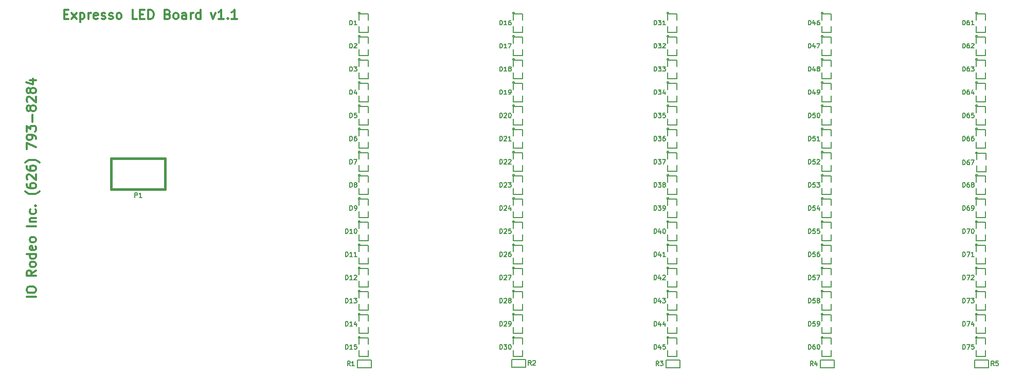
<source format=gto>
G04 (created by PCBNEW-RS274X (2011-05-25)-stable) date Fri 21 Sep 2012 01:46:45 PM PDT*
G01*
G70*
G90*
%MOIN*%
G04 Gerber Fmt 3.4, Leading zero omitted, Abs format*
%FSLAX34Y34*%
G04 APERTURE LIST*
%ADD10C,0.006000*%
%ADD11C,0.012000*%
%ADD12C,0.005000*%
%ADD13C,0.015000*%
%ADD14C,0.005900*%
G04 APERTURE END LIST*
G54D10*
G54D11*
X22761Y-35968D02*
X22961Y-35968D01*
X23047Y-36282D02*
X22761Y-36282D01*
X22761Y-35682D01*
X23047Y-35682D01*
X23247Y-36282D02*
X23561Y-35882D01*
X23247Y-35882D02*
X23561Y-36282D01*
X23790Y-35882D02*
X23790Y-36482D01*
X23790Y-35910D02*
X23847Y-35882D01*
X23961Y-35882D01*
X24018Y-35910D01*
X24047Y-35939D01*
X24076Y-35996D01*
X24076Y-36168D01*
X24047Y-36225D01*
X24018Y-36253D01*
X23961Y-36282D01*
X23847Y-36282D01*
X23790Y-36253D01*
X24333Y-36282D02*
X24333Y-35882D01*
X24333Y-35996D02*
X24361Y-35939D01*
X24390Y-35910D01*
X24447Y-35882D01*
X24504Y-35882D01*
X24932Y-36253D02*
X24875Y-36282D01*
X24761Y-36282D01*
X24704Y-36253D01*
X24675Y-36196D01*
X24675Y-35968D01*
X24704Y-35910D01*
X24761Y-35882D01*
X24875Y-35882D01*
X24932Y-35910D01*
X24961Y-35968D01*
X24961Y-36025D01*
X24675Y-36082D01*
X25189Y-36253D02*
X25246Y-36282D01*
X25361Y-36282D01*
X25418Y-36253D01*
X25446Y-36196D01*
X25446Y-36168D01*
X25418Y-36110D01*
X25361Y-36082D01*
X25275Y-36082D01*
X25218Y-36053D01*
X25189Y-35996D01*
X25189Y-35968D01*
X25218Y-35910D01*
X25275Y-35882D01*
X25361Y-35882D01*
X25418Y-35910D01*
X25675Y-36253D02*
X25732Y-36282D01*
X25847Y-36282D01*
X25904Y-36253D01*
X25932Y-36196D01*
X25932Y-36168D01*
X25904Y-36110D01*
X25847Y-36082D01*
X25761Y-36082D01*
X25704Y-36053D01*
X25675Y-35996D01*
X25675Y-35968D01*
X25704Y-35910D01*
X25761Y-35882D01*
X25847Y-35882D01*
X25904Y-35910D01*
X26276Y-36282D02*
X26218Y-36253D01*
X26190Y-36225D01*
X26161Y-36168D01*
X26161Y-35996D01*
X26190Y-35939D01*
X26218Y-35910D01*
X26276Y-35882D01*
X26361Y-35882D01*
X26418Y-35910D01*
X26447Y-35939D01*
X26476Y-35996D01*
X26476Y-36168D01*
X26447Y-36225D01*
X26418Y-36253D01*
X26361Y-36282D01*
X26276Y-36282D01*
X27476Y-36282D02*
X27190Y-36282D01*
X27190Y-35682D01*
X27676Y-35968D02*
X27876Y-35968D01*
X27962Y-36282D02*
X27676Y-36282D01*
X27676Y-35682D01*
X27962Y-35682D01*
X28219Y-36282D02*
X28219Y-35682D01*
X28362Y-35682D01*
X28447Y-35710D01*
X28505Y-35768D01*
X28533Y-35825D01*
X28562Y-35939D01*
X28562Y-36025D01*
X28533Y-36139D01*
X28505Y-36196D01*
X28447Y-36253D01*
X28362Y-36282D01*
X28219Y-36282D01*
X29476Y-35968D02*
X29562Y-35996D01*
X29590Y-36025D01*
X29619Y-36082D01*
X29619Y-36168D01*
X29590Y-36225D01*
X29562Y-36253D01*
X29504Y-36282D01*
X29276Y-36282D01*
X29276Y-35682D01*
X29476Y-35682D01*
X29533Y-35710D01*
X29562Y-35739D01*
X29590Y-35796D01*
X29590Y-35853D01*
X29562Y-35910D01*
X29533Y-35939D01*
X29476Y-35968D01*
X29276Y-35968D01*
X29962Y-36282D02*
X29904Y-36253D01*
X29876Y-36225D01*
X29847Y-36168D01*
X29847Y-35996D01*
X29876Y-35939D01*
X29904Y-35910D01*
X29962Y-35882D01*
X30047Y-35882D01*
X30104Y-35910D01*
X30133Y-35939D01*
X30162Y-35996D01*
X30162Y-36168D01*
X30133Y-36225D01*
X30104Y-36253D01*
X30047Y-36282D01*
X29962Y-36282D01*
X30676Y-36282D02*
X30676Y-35968D01*
X30647Y-35910D01*
X30590Y-35882D01*
X30476Y-35882D01*
X30419Y-35910D01*
X30676Y-36253D02*
X30619Y-36282D01*
X30476Y-36282D01*
X30419Y-36253D01*
X30390Y-36196D01*
X30390Y-36139D01*
X30419Y-36082D01*
X30476Y-36053D01*
X30619Y-36053D01*
X30676Y-36025D01*
X30962Y-36282D02*
X30962Y-35882D01*
X30962Y-35996D02*
X30990Y-35939D01*
X31019Y-35910D01*
X31076Y-35882D01*
X31133Y-35882D01*
X31590Y-36282D02*
X31590Y-35682D01*
X31590Y-36253D02*
X31533Y-36282D01*
X31419Y-36282D01*
X31361Y-36253D01*
X31333Y-36225D01*
X31304Y-36168D01*
X31304Y-35996D01*
X31333Y-35939D01*
X31361Y-35910D01*
X31419Y-35882D01*
X31533Y-35882D01*
X31590Y-35910D01*
X32276Y-35882D02*
X32419Y-36282D01*
X32561Y-35882D01*
X33104Y-36282D02*
X32761Y-36282D01*
X32933Y-36282D02*
X32933Y-35682D01*
X32876Y-35768D01*
X32818Y-35825D01*
X32761Y-35853D01*
X33361Y-36225D02*
X33389Y-36253D01*
X33361Y-36282D01*
X33332Y-36253D01*
X33361Y-36225D01*
X33361Y-36282D01*
X33961Y-36282D02*
X33618Y-36282D01*
X33790Y-36282D02*
X33790Y-35682D01*
X33733Y-35768D01*
X33675Y-35825D01*
X33618Y-35853D01*
X20928Y-54285D02*
X20328Y-54285D01*
X20328Y-53885D02*
X20328Y-53771D01*
X20356Y-53713D01*
X20414Y-53656D01*
X20528Y-53628D01*
X20728Y-53628D01*
X20842Y-53656D01*
X20899Y-53713D01*
X20928Y-53771D01*
X20928Y-53885D01*
X20899Y-53942D01*
X20842Y-53999D01*
X20728Y-54028D01*
X20528Y-54028D01*
X20414Y-53999D01*
X20356Y-53942D01*
X20328Y-53885D01*
X20928Y-52570D02*
X20642Y-52770D01*
X20928Y-52913D02*
X20328Y-52913D01*
X20328Y-52685D01*
X20356Y-52627D01*
X20385Y-52599D01*
X20442Y-52570D01*
X20528Y-52570D01*
X20585Y-52599D01*
X20614Y-52627D01*
X20642Y-52685D01*
X20642Y-52913D01*
X20928Y-52227D02*
X20899Y-52285D01*
X20871Y-52313D01*
X20814Y-52342D01*
X20642Y-52342D01*
X20585Y-52313D01*
X20556Y-52285D01*
X20528Y-52227D01*
X20528Y-52142D01*
X20556Y-52085D01*
X20585Y-52056D01*
X20642Y-52027D01*
X20814Y-52027D01*
X20871Y-52056D01*
X20899Y-52085D01*
X20928Y-52142D01*
X20928Y-52227D01*
X20928Y-51513D02*
X20328Y-51513D01*
X20899Y-51513D02*
X20928Y-51570D01*
X20928Y-51684D01*
X20899Y-51742D01*
X20871Y-51770D01*
X20814Y-51799D01*
X20642Y-51799D01*
X20585Y-51770D01*
X20556Y-51742D01*
X20528Y-51684D01*
X20528Y-51570D01*
X20556Y-51513D01*
X20899Y-50999D02*
X20928Y-51056D01*
X20928Y-51170D01*
X20899Y-51227D01*
X20842Y-51256D01*
X20614Y-51256D01*
X20556Y-51227D01*
X20528Y-51170D01*
X20528Y-51056D01*
X20556Y-50999D01*
X20614Y-50970D01*
X20671Y-50970D01*
X20728Y-51256D01*
X20928Y-50627D02*
X20899Y-50685D01*
X20871Y-50713D01*
X20814Y-50742D01*
X20642Y-50742D01*
X20585Y-50713D01*
X20556Y-50685D01*
X20528Y-50627D01*
X20528Y-50542D01*
X20556Y-50485D01*
X20585Y-50456D01*
X20642Y-50427D01*
X20814Y-50427D01*
X20871Y-50456D01*
X20899Y-50485D01*
X20928Y-50542D01*
X20928Y-50627D01*
X20928Y-49713D02*
X20328Y-49713D01*
X20528Y-49427D02*
X20928Y-49427D01*
X20585Y-49427D02*
X20556Y-49399D01*
X20528Y-49341D01*
X20528Y-49256D01*
X20556Y-49199D01*
X20614Y-49170D01*
X20928Y-49170D01*
X20899Y-48627D02*
X20928Y-48684D01*
X20928Y-48798D01*
X20899Y-48856D01*
X20871Y-48884D01*
X20814Y-48913D01*
X20642Y-48913D01*
X20585Y-48884D01*
X20556Y-48856D01*
X20528Y-48798D01*
X20528Y-48684D01*
X20556Y-48627D01*
X20871Y-48370D02*
X20899Y-48342D01*
X20928Y-48370D01*
X20899Y-48399D01*
X20871Y-48370D01*
X20928Y-48370D01*
X21156Y-47456D02*
X21128Y-47484D01*
X21042Y-47541D01*
X20985Y-47570D01*
X20899Y-47599D01*
X20756Y-47627D01*
X20642Y-47627D01*
X20499Y-47599D01*
X20414Y-47570D01*
X20356Y-47541D01*
X20271Y-47484D01*
X20242Y-47456D01*
X20328Y-46970D02*
X20328Y-47084D01*
X20356Y-47141D01*
X20385Y-47170D01*
X20471Y-47227D01*
X20585Y-47256D01*
X20814Y-47256D01*
X20871Y-47227D01*
X20899Y-47199D01*
X20928Y-47141D01*
X20928Y-47027D01*
X20899Y-46970D01*
X20871Y-46941D01*
X20814Y-46913D01*
X20671Y-46913D01*
X20614Y-46941D01*
X20585Y-46970D01*
X20556Y-47027D01*
X20556Y-47141D01*
X20585Y-47199D01*
X20614Y-47227D01*
X20671Y-47256D01*
X20385Y-46685D02*
X20356Y-46656D01*
X20328Y-46599D01*
X20328Y-46456D01*
X20356Y-46399D01*
X20385Y-46370D01*
X20442Y-46342D01*
X20499Y-46342D01*
X20585Y-46370D01*
X20928Y-46713D01*
X20928Y-46342D01*
X20328Y-45828D02*
X20328Y-45942D01*
X20356Y-45999D01*
X20385Y-46028D01*
X20471Y-46085D01*
X20585Y-46114D01*
X20814Y-46114D01*
X20871Y-46085D01*
X20899Y-46057D01*
X20928Y-45999D01*
X20928Y-45885D01*
X20899Y-45828D01*
X20871Y-45799D01*
X20814Y-45771D01*
X20671Y-45771D01*
X20614Y-45799D01*
X20585Y-45828D01*
X20556Y-45885D01*
X20556Y-45999D01*
X20585Y-46057D01*
X20614Y-46085D01*
X20671Y-46114D01*
X21156Y-45571D02*
X21128Y-45543D01*
X21042Y-45486D01*
X20985Y-45457D01*
X20899Y-45428D01*
X20756Y-45400D01*
X20642Y-45400D01*
X20499Y-45428D01*
X20414Y-45457D01*
X20356Y-45486D01*
X20271Y-45543D01*
X20242Y-45571D01*
X20328Y-44714D02*
X20328Y-44314D01*
X20928Y-44571D01*
X20928Y-44058D02*
X20928Y-43943D01*
X20899Y-43886D01*
X20871Y-43858D01*
X20785Y-43800D01*
X20671Y-43772D01*
X20442Y-43772D01*
X20385Y-43800D01*
X20356Y-43829D01*
X20328Y-43886D01*
X20328Y-44000D01*
X20356Y-44058D01*
X20385Y-44086D01*
X20442Y-44115D01*
X20585Y-44115D01*
X20642Y-44086D01*
X20671Y-44058D01*
X20699Y-44000D01*
X20699Y-43886D01*
X20671Y-43829D01*
X20642Y-43800D01*
X20585Y-43772D01*
X20328Y-43572D02*
X20328Y-43201D01*
X20556Y-43401D01*
X20556Y-43315D01*
X20585Y-43258D01*
X20614Y-43229D01*
X20671Y-43201D01*
X20814Y-43201D01*
X20871Y-43229D01*
X20899Y-43258D01*
X20928Y-43315D01*
X20928Y-43487D01*
X20899Y-43544D01*
X20871Y-43572D01*
X20699Y-42944D02*
X20699Y-42487D01*
X20585Y-42115D02*
X20556Y-42173D01*
X20528Y-42201D01*
X20471Y-42230D01*
X20442Y-42230D01*
X20385Y-42201D01*
X20356Y-42173D01*
X20328Y-42115D01*
X20328Y-42001D01*
X20356Y-41944D01*
X20385Y-41915D01*
X20442Y-41887D01*
X20471Y-41887D01*
X20528Y-41915D01*
X20556Y-41944D01*
X20585Y-42001D01*
X20585Y-42115D01*
X20614Y-42173D01*
X20642Y-42201D01*
X20699Y-42230D01*
X20814Y-42230D01*
X20871Y-42201D01*
X20899Y-42173D01*
X20928Y-42115D01*
X20928Y-42001D01*
X20899Y-41944D01*
X20871Y-41915D01*
X20814Y-41887D01*
X20699Y-41887D01*
X20642Y-41915D01*
X20614Y-41944D01*
X20585Y-42001D01*
X20385Y-41659D02*
X20356Y-41630D01*
X20328Y-41573D01*
X20328Y-41430D01*
X20356Y-41373D01*
X20385Y-41344D01*
X20442Y-41316D01*
X20499Y-41316D01*
X20585Y-41344D01*
X20928Y-41687D01*
X20928Y-41316D01*
X20585Y-40973D02*
X20556Y-41031D01*
X20528Y-41059D01*
X20471Y-41088D01*
X20442Y-41088D01*
X20385Y-41059D01*
X20356Y-41031D01*
X20328Y-40973D01*
X20328Y-40859D01*
X20356Y-40802D01*
X20385Y-40773D01*
X20442Y-40745D01*
X20471Y-40745D01*
X20528Y-40773D01*
X20556Y-40802D01*
X20585Y-40859D01*
X20585Y-40973D01*
X20614Y-41031D01*
X20642Y-41059D01*
X20699Y-41088D01*
X20814Y-41088D01*
X20871Y-41059D01*
X20899Y-41031D01*
X20928Y-40973D01*
X20928Y-40859D01*
X20899Y-40802D01*
X20871Y-40773D01*
X20814Y-40745D01*
X20699Y-40745D01*
X20642Y-40773D01*
X20614Y-40802D01*
X20585Y-40859D01*
X20528Y-40231D02*
X20928Y-40231D01*
X20299Y-40374D02*
X20728Y-40517D01*
X20728Y-40145D01*
G54D12*
X41935Y-56904D02*
X41934Y-56913D01*
X41931Y-56923D01*
X41926Y-56931D01*
X41920Y-56939D01*
X41912Y-56945D01*
X41904Y-56950D01*
X41895Y-56952D01*
X41885Y-56953D01*
X41876Y-56953D01*
X41867Y-56950D01*
X41858Y-56945D01*
X41851Y-56939D01*
X41844Y-56932D01*
X41840Y-56923D01*
X41837Y-56914D01*
X41836Y-56904D01*
X41836Y-56895D01*
X41839Y-56886D01*
X41843Y-56877D01*
X41850Y-56870D01*
X41857Y-56863D01*
X41865Y-56859D01*
X41875Y-56856D01*
X41884Y-56855D01*
X41893Y-56855D01*
X41903Y-56858D01*
X41911Y-56862D01*
X41919Y-56868D01*
X41925Y-56876D01*
X41930Y-56884D01*
X41933Y-56893D01*
X41934Y-56903D01*
X41935Y-56904D01*
X41885Y-57354D02*
X41885Y-56954D01*
X41885Y-56954D02*
X42485Y-56954D01*
X42485Y-56954D02*
X42485Y-57354D01*
X42485Y-57754D02*
X42485Y-58154D01*
X42485Y-58154D02*
X41885Y-58154D01*
X41885Y-58154D02*
X41885Y-57754D01*
X41935Y-55403D02*
X41934Y-55412D01*
X41931Y-55422D01*
X41926Y-55430D01*
X41920Y-55438D01*
X41912Y-55444D01*
X41904Y-55449D01*
X41895Y-55451D01*
X41885Y-55452D01*
X41876Y-55452D01*
X41867Y-55449D01*
X41858Y-55444D01*
X41851Y-55438D01*
X41844Y-55431D01*
X41840Y-55422D01*
X41837Y-55413D01*
X41836Y-55403D01*
X41836Y-55394D01*
X41839Y-55385D01*
X41843Y-55376D01*
X41850Y-55369D01*
X41857Y-55362D01*
X41865Y-55358D01*
X41875Y-55355D01*
X41884Y-55354D01*
X41893Y-55354D01*
X41903Y-55357D01*
X41911Y-55361D01*
X41919Y-55367D01*
X41925Y-55375D01*
X41930Y-55383D01*
X41933Y-55392D01*
X41934Y-55402D01*
X41935Y-55403D01*
X41885Y-55853D02*
X41885Y-55453D01*
X41885Y-55453D02*
X42485Y-55453D01*
X42485Y-55453D02*
X42485Y-55853D01*
X42485Y-56253D02*
X42485Y-56653D01*
X42485Y-56653D02*
X41885Y-56653D01*
X41885Y-56653D02*
X41885Y-56253D01*
X41935Y-53902D02*
X41934Y-53911D01*
X41931Y-53921D01*
X41926Y-53929D01*
X41920Y-53937D01*
X41912Y-53943D01*
X41904Y-53948D01*
X41895Y-53950D01*
X41885Y-53951D01*
X41876Y-53951D01*
X41867Y-53948D01*
X41858Y-53943D01*
X41851Y-53937D01*
X41844Y-53930D01*
X41840Y-53921D01*
X41837Y-53912D01*
X41836Y-53902D01*
X41836Y-53893D01*
X41839Y-53884D01*
X41843Y-53875D01*
X41850Y-53868D01*
X41857Y-53861D01*
X41865Y-53857D01*
X41875Y-53854D01*
X41884Y-53853D01*
X41893Y-53853D01*
X41903Y-53856D01*
X41911Y-53860D01*
X41919Y-53866D01*
X41925Y-53874D01*
X41930Y-53882D01*
X41933Y-53891D01*
X41934Y-53901D01*
X41935Y-53902D01*
X41885Y-54352D02*
X41885Y-53952D01*
X41885Y-53952D02*
X42485Y-53952D01*
X42485Y-53952D02*
X42485Y-54352D01*
X42485Y-54752D02*
X42485Y-55152D01*
X42485Y-55152D02*
X41885Y-55152D01*
X41885Y-55152D02*
X41885Y-54752D01*
X41935Y-52401D02*
X41934Y-52410D01*
X41931Y-52420D01*
X41926Y-52428D01*
X41920Y-52436D01*
X41912Y-52442D01*
X41904Y-52447D01*
X41895Y-52449D01*
X41885Y-52450D01*
X41876Y-52450D01*
X41867Y-52447D01*
X41858Y-52442D01*
X41851Y-52436D01*
X41844Y-52429D01*
X41840Y-52420D01*
X41837Y-52411D01*
X41836Y-52401D01*
X41836Y-52392D01*
X41839Y-52383D01*
X41843Y-52374D01*
X41850Y-52367D01*
X41857Y-52360D01*
X41865Y-52356D01*
X41875Y-52353D01*
X41884Y-52352D01*
X41893Y-52352D01*
X41903Y-52355D01*
X41911Y-52359D01*
X41919Y-52365D01*
X41925Y-52373D01*
X41930Y-52381D01*
X41933Y-52390D01*
X41934Y-52400D01*
X41935Y-52401D01*
X41885Y-52851D02*
X41885Y-52451D01*
X41885Y-52451D02*
X42485Y-52451D01*
X42485Y-52451D02*
X42485Y-52851D01*
X42485Y-53251D02*
X42485Y-53651D01*
X42485Y-53651D02*
X41885Y-53651D01*
X41885Y-53651D02*
X41885Y-53251D01*
X41935Y-50900D02*
X41934Y-50909D01*
X41931Y-50919D01*
X41926Y-50927D01*
X41920Y-50935D01*
X41912Y-50941D01*
X41904Y-50946D01*
X41895Y-50948D01*
X41885Y-50949D01*
X41876Y-50949D01*
X41867Y-50946D01*
X41858Y-50941D01*
X41851Y-50935D01*
X41844Y-50928D01*
X41840Y-50919D01*
X41837Y-50910D01*
X41836Y-50900D01*
X41836Y-50891D01*
X41839Y-50882D01*
X41843Y-50873D01*
X41850Y-50866D01*
X41857Y-50859D01*
X41865Y-50855D01*
X41875Y-50852D01*
X41884Y-50851D01*
X41893Y-50851D01*
X41903Y-50854D01*
X41911Y-50858D01*
X41919Y-50864D01*
X41925Y-50872D01*
X41930Y-50880D01*
X41933Y-50889D01*
X41934Y-50899D01*
X41935Y-50900D01*
X41885Y-51350D02*
X41885Y-50950D01*
X41885Y-50950D02*
X42485Y-50950D01*
X42485Y-50950D02*
X42485Y-51350D01*
X42485Y-51750D02*
X42485Y-52150D01*
X42485Y-52150D02*
X41885Y-52150D01*
X41885Y-52150D02*
X41885Y-51750D01*
X41935Y-49399D02*
X41934Y-49408D01*
X41931Y-49418D01*
X41926Y-49426D01*
X41920Y-49434D01*
X41912Y-49440D01*
X41904Y-49445D01*
X41895Y-49447D01*
X41885Y-49448D01*
X41876Y-49448D01*
X41867Y-49445D01*
X41858Y-49440D01*
X41851Y-49434D01*
X41844Y-49427D01*
X41840Y-49418D01*
X41837Y-49409D01*
X41836Y-49399D01*
X41836Y-49390D01*
X41839Y-49381D01*
X41843Y-49372D01*
X41850Y-49365D01*
X41857Y-49358D01*
X41865Y-49354D01*
X41875Y-49351D01*
X41884Y-49350D01*
X41893Y-49350D01*
X41903Y-49353D01*
X41911Y-49357D01*
X41919Y-49363D01*
X41925Y-49371D01*
X41930Y-49379D01*
X41933Y-49388D01*
X41934Y-49398D01*
X41935Y-49399D01*
X41885Y-49849D02*
X41885Y-49449D01*
X41885Y-49449D02*
X42485Y-49449D01*
X42485Y-49449D02*
X42485Y-49849D01*
X42485Y-50249D02*
X42485Y-50649D01*
X42485Y-50649D02*
X41885Y-50649D01*
X41885Y-50649D02*
X41885Y-50249D01*
X41935Y-47898D02*
X41934Y-47907D01*
X41931Y-47917D01*
X41926Y-47925D01*
X41920Y-47933D01*
X41912Y-47939D01*
X41904Y-47944D01*
X41895Y-47946D01*
X41885Y-47947D01*
X41876Y-47947D01*
X41867Y-47944D01*
X41858Y-47939D01*
X41851Y-47933D01*
X41844Y-47926D01*
X41840Y-47917D01*
X41837Y-47908D01*
X41836Y-47898D01*
X41836Y-47889D01*
X41839Y-47880D01*
X41843Y-47871D01*
X41850Y-47864D01*
X41857Y-47857D01*
X41865Y-47853D01*
X41875Y-47850D01*
X41884Y-47849D01*
X41893Y-47849D01*
X41903Y-47852D01*
X41911Y-47856D01*
X41919Y-47862D01*
X41925Y-47870D01*
X41930Y-47878D01*
X41933Y-47887D01*
X41934Y-47897D01*
X41935Y-47898D01*
X41885Y-48348D02*
X41885Y-47948D01*
X41885Y-47948D02*
X42485Y-47948D01*
X42485Y-47948D02*
X42485Y-48348D01*
X42485Y-48748D02*
X42485Y-49148D01*
X42485Y-49148D02*
X41885Y-49148D01*
X41885Y-49148D02*
X41885Y-48748D01*
X41935Y-46397D02*
X41934Y-46406D01*
X41931Y-46416D01*
X41926Y-46424D01*
X41920Y-46432D01*
X41912Y-46438D01*
X41904Y-46443D01*
X41895Y-46445D01*
X41885Y-46446D01*
X41876Y-46446D01*
X41867Y-46443D01*
X41858Y-46438D01*
X41851Y-46432D01*
X41844Y-46425D01*
X41840Y-46416D01*
X41837Y-46407D01*
X41836Y-46397D01*
X41836Y-46388D01*
X41839Y-46379D01*
X41843Y-46370D01*
X41850Y-46363D01*
X41857Y-46356D01*
X41865Y-46352D01*
X41875Y-46349D01*
X41884Y-46348D01*
X41893Y-46348D01*
X41903Y-46351D01*
X41911Y-46355D01*
X41919Y-46361D01*
X41925Y-46369D01*
X41930Y-46377D01*
X41933Y-46386D01*
X41934Y-46396D01*
X41935Y-46397D01*
X41885Y-46847D02*
X41885Y-46447D01*
X41885Y-46447D02*
X42485Y-46447D01*
X42485Y-46447D02*
X42485Y-46847D01*
X42485Y-47247D02*
X42485Y-47647D01*
X42485Y-47647D02*
X41885Y-47647D01*
X41885Y-47647D02*
X41885Y-47247D01*
X41935Y-44896D02*
X41934Y-44905D01*
X41931Y-44915D01*
X41926Y-44923D01*
X41920Y-44931D01*
X41912Y-44937D01*
X41904Y-44942D01*
X41895Y-44944D01*
X41885Y-44945D01*
X41876Y-44945D01*
X41867Y-44942D01*
X41858Y-44937D01*
X41851Y-44931D01*
X41844Y-44924D01*
X41840Y-44915D01*
X41837Y-44906D01*
X41836Y-44896D01*
X41836Y-44887D01*
X41839Y-44878D01*
X41843Y-44869D01*
X41850Y-44862D01*
X41857Y-44855D01*
X41865Y-44851D01*
X41875Y-44848D01*
X41884Y-44847D01*
X41893Y-44847D01*
X41903Y-44850D01*
X41911Y-44854D01*
X41919Y-44860D01*
X41925Y-44868D01*
X41930Y-44876D01*
X41933Y-44885D01*
X41934Y-44895D01*
X41935Y-44896D01*
X41885Y-45346D02*
X41885Y-44946D01*
X41885Y-44946D02*
X42485Y-44946D01*
X42485Y-44946D02*
X42485Y-45346D01*
X42485Y-45746D02*
X42485Y-46146D01*
X42485Y-46146D02*
X41885Y-46146D01*
X41885Y-46146D02*
X41885Y-45746D01*
X41935Y-43395D02*
X41934Y-43404D01*
X41931Y-43414D01*
X41926Y-43422D01*
X41920Y-43430D01*
X41912Y-43436D01*
X41904Y-43441D01*
X41895Y-43443D01*
X41885Y-43444D01*
X41876Y-43444D01*
X41867Y-43441D01*
X41858Y-43436D01*
X41851Y-43430D01*
X41844Y-43423D01*
X41840Y-43414D01*
X41837Y-43405D01*
X41836Y-43395D01*
X41836Y-43386D01*
X41839Y-43377D01*
X41843Y-43368D01*
X41850Y-43361D01*
X41857Y-43354D01*
X41865Y-43350D01*
X41875Y-43347D01*
X41884Y-43346D01*
X41893Y-43346D01*
X41903Y-43349D01*
X41911Y-43353D01*
X41919Y-43359D01*
X41925Y-43367D01*
X41930Y-43375D01*
X41933Y-43384D01*
X41934Y-43394D01*
X41935Y-43395D01*
X41885Y-43845D02*
X41885Y-43445D01*
X41885Y-43445D02*
X42485Y-43445D01*
X42485Y-43445D02*
X42485Y-43845D01*
X42485Y-44245D02*
X42485Y-44645D01*
X42485Y-44645D02*
X41885Y-44645D01*
X41885Y-44645D02*
X41885Y-44245D01*
X41935Y-41894D02*
X41934Y-41903D01*
X41931Y-41913D01*
X41926Y-41921D01*
X41920Y-41929D01*
X41912Y-41935D01*
X41904Y-41940D01*
X41895Y-41942D01*
X41885Y-41943D01*
X41876Y-41943D01*
X41867Y-41940D01*
X41858Y-41935D01*
X41851Y-41929D01*
X41844Y-41922D01*
X41840Y-41913D01*
X41837Y-41904D01*
X41836Y-41894D01*
X41836Y-41885D01*
X41839Y-41876D01*
X41843Y-41867D01*
X41850Y-41860D01*
X41857Y-41853D01*
X41865Y-41849D01*
X41875Y-41846D01*
X41884Y-41845D01*
X41893Y-41845D01*
X41903Y-41848D01*
X41911Y-41852D01*
X41919Y-41858D01*
X41925Y-41866D01*
X41930Y-41874D01*
X41933Y-41883D01*
X41934Y-41893D01*
X41935Y-41894D01*
X41885Y-42344D02*
X41885Y-41944D01*
X41885Y-41944D02*
X42485Y-41944D01*
X42485Y-41944D02*
X42485Y-42344D01*
X42485Y-42744D02*
X42485Y-43144D01*
X42485Y-43144D02*
X41885Y-43144D01*
X41885Y-43144D02*
X41885Y-42744D01*
X41935Y-40393D02*
X41934Y-40402D01*
X41931Y-40412D01*
X41926Y-40420D01*
X41920Y-40428D01*
X41912Y-40434D01*
X41904Y-40439D01*
X41895Y-40441D01*
X41885Y-40442D01*
X41876Y-40442D01*
X41867Y-40439D01*
X41858Y-40434D01*
X41851Y-40428D01*
X41844Y-40421D01*
X41840Y-40412D01*
X41837Y-40403D01*
X41836Y-40393D01*
X41836Y-40384D01*
X41839Y-40375D01*
X41843Y-40366D01*
X41850Y-40359D01*
X41857Y-40352D01*
X41865Y-40348D01*
X41875Y-40345D01*
X41884Y-40344D01*
X41893Y-40344D01*
X41903Y-40347D01*
X41911Y-40351D01*
X41919Y-40357D01*
X41925Y-40365D01*
X41930Y-40373D01*
X41933Y-40382D01*
X41934Y-40392D01*
X41935Y-40393D01*
X41885Y-40843D02*
X41885Y-40443D01*
X41885Y-40443D02*
X42485Y-40443D01*
X42485Y-40443D02*
X42485Y-40843D01*
X42485Y-41243D02*
X42485Y-41643D01*
X42485Y-41643D02*
X41885Y-41643D01*
X41885Y-41643D02*
X41885Y-41243D01*
X41935Y-38892D02*
X41934Y-38901D01*
X41931Y-38911D01*
X41926Y-38919D01*
X41920Y-38927D01*
X41912Y-38933D01*
X41904Y-38938D01*
X41895Y-38940D01*
X41885Y-38941D01*
X41876Y-38941D01*
X41867Y-38938D01*
X41858Y-38933D01*
X41851Y-38927D01*
X41844Y-38920D01*
X41840Y-38911D01*
X41837Y-38902D01*
X41836Y-38892D01*
X41836Y-38883D01*
X41839Y-38874D01*
X41843Y-38865D01*
X41850Y-38858D01*
X41857Y-38851D01*
X41865Y-38847D01*
X41875Y-38844D01*
X41884Y-38843D01*
X41893Y-38843D01*
X41903Y-38846D01*
X41911Y-38850D01*
X41919Y-38856D01*
X41925Y-38864D01*
X41930Y-38872D01*
X41933Y-38881D01*
X41934Y-38891D01*
X41935Y-38892D01*
X41885Y-39342D02*
X41885Y-38942D01*
X41885Y-38942D02*
X42485Y-38942D01*
X42485Y-38942D02*
X42485Y-39342D01*
X42485Y-39742D02*
X42485Y-40142D01*
X42485Y-40142D02*
X41885Y-40142D01*
X41885Y-40142D02*
X41885Y-39742D01*
X41935Y-37391D02*
X41934Y-37400D01*
X41931Y-37410D01*
X41926Y-37418D01*
X41920Y-37426D01*
X41912Y-37432D01*
X41904Y-37437D01*
X41895Y-37439D01*
X41885Y-37440D01*
X41876Y-37440D01*
X41867Y-37437D01*
X41858Y-37432D01*
X41851Y-37426D01*
X41844Y-37419D01*
X41840Y-37410D01*
X41837Y-37401D01*
X41836Y-37391D01*
X41836Y-37382D01*
X41839Y-37373D01*
X41843Y-37364D01*
X41850Y-37357D01*
X41857Y-37350D01*
X41865Y-37346D01*
X41875Y-37343D01*
X41884Y-37342D01*
X41893Y-37342D01*
X41903Y-37345D01*
X41911Y-37349D01*
X41919Y-37355D01*
X41925Y-37363D01*
X41930Y-37371D01*
X41933Y-37380D01*
X41934Y-37390D01*
X41935Y-37391D01*
X41885Y-37841D02*
X41885Y-37441D01*
X41885Y-37441D02*
X42485Y-37441D01*
X42485Y-37441D02*
X42485Y-37841D01*
X42485Y-38241D02*
X42485Y-38641D01*
X42485Y-38641D02*
X41885Y-38641D01*
X41885Y-38641D02*
X41885Y-38241D01*
X41935Y-35890D02*
X41934Y-35899D01*
X41931Y-35909D01*
X41926Y-35917D01*
X41920Y-35925D01*
X41912Y-35931D01*
X41904Y-35936D01*
X41895Y-35938D01*
X41885Y-35939D01*
X41876Y-35939D01*
X41867Y-35936D01*
X41858Y-35931D01*
X41851Y-35925D01*
X41844Y-35918D01*
X41840Y-35909D01*
X41837Y-35900D01*
X41836Y-35890D01*
X41836Y-35881D01*
X41839Y-35872D01*
X41843Y-35863D01*
X41850Y-35856D01*
X41857Y-35849D01*
X41865Y-35845D01*
X41875Y-35842D01*
X41884Y-35841D01*
X41893Y-35841D01*
X41903Y-35844D01*
X41911Y-35848D01*
X41919Y-35854D01*
X41925Y-35862D01*
X41930Y-35870D01*
X41933Y-35879D01*
X41934Y-35889D01*
X41935Y-35890D01*
X41885Y-36340D02*
X41885Y-35940D01*
X41885Y-35940D02*
X42485Y-35940D01*
X42485Y-35940D02*
X42485Y-36340D01*
X42485Y-36740D02*
X42485Y-37140D01*
X42485Y-37140D02*
X41885Y-37140D01*
X41885Y-37140D02*
X41885Y-36740D01*
G54D13*
X25808Y-47299D02*
X29308Y-47299D01*
X25808Y-45299D02*
X29308Y-45299D01*
X25808Y-47299D02*
X25808Y-45299D01*
X29308Y-47299D02*
X29308Y-45299D01*
G54D12*
X81935Y-35890D02*
X81934Y-35899D01*
X81931Y-35909D01*
X81926Y-35917D01*
X81920Y-35925D01*
X81912Y-35931D01*
X81904Y-35936D01*
X81895Y-35938D01*
X81885Y-35939D01*
X81876Y-35939D01*
X81867Y-35936D01*
X81858Y-35931D01*
X81851Y-35925D01*
X81844Y-35918D01*
X81840Y-35909D01*
X81837Y-35900D01*
X81836Y-35890D01*
X81836Y-35881D01*
X81839Y-35872D01*
X81843Y-35863D01*
X81850Y-35856D01*
X81857Y-35849D01*
X81865Y-35845D01*
X81875Y-35842D01*
X81884Y-35841D01*
X81893Y-35841D01*
X81903Y-35844D01*
X81911Y-35848D01*
X81919Y-35854D01*
X81925Y-35862D01*
X81930Y-35870D01*
X81933Y-35879D01*
X81934Y-35889D01*
X81935Y-35890D01*
X81885Y-36340D02*
X81885Y-35940D01*
X81885Y-35940D02*
X82485Y-35940D01*
X82485Y-35940D02*
X82485Y-36340D01*
X82485Y-36740D02*
X82485Y-37140D01*
X82485Y-37140D02*
X81885Y-37140D01*
X81885Y-37140D02*
X81885Y-36740D01*
X71935Y-56904D02*
X71934Y-56913D01*
X71931Y-56923D01*
X71926Y-56931D01*
X71920Y-56939D01*
X71912Y-56945D01*
X71904Y-56950D01*
X71895Y-56952D01*
X71885Y-56953D01*
X71876Y-56953D01*
X71867Y-56950D01*
X71858Y-56945D01*
X71851Y-56939D01*
X71844Y-56932D01*
X71840Y-56923D01*
X71837Y-56914D01*
X71836Y-56904D01*
X71836Y-56895D01*
X71839Y-56886D01*
X71843Y-56877D01*
X71850Y-56870D01*
X71857Y-56863D01*
X71865Y-56859D01*
X71875Y-56856D01*
X71884Y-56855D01*
X71893Y-56855D01*
X71903Y-56858D01*
X71911Y-56862D01*
X71919Y-56868D01*
X71925Y-56876D01*
X71930Y-56884D01*
X71933Y-56893D01*
X71934Y-56903D01*
X71935Y-56904D01*
X71885Y-57354D02*
X71885Y-56954D01*
X71885Y-56954D02*
X72485Y-56954D01*
X72485Y-56954D02*
X72485Y-57354D01*
X72485Y-57754D02*
X72485Y-58154D01*
X72485Y-58154D02*
X71885Y-58154D01*
X71885Y-58154D02*
X71885Y-57754D01*
X71935Y-55403D02*
X71934Y-55412D01*
X71931Y-55422D01*
X71926Y-55430D01*
X71920Y-55438D01*
X71912Y-55444D01*
X71904Y-55449D01*
X71895Y-55451D01*
X71885Y-55452D01*
X71876Y-55452D01*
X71867Y-55449D01*
X71858Y-55444D01*
X71851Y-55438D01*
X71844Y-55431D01*
X71840Y-55422D01*
X71837Y-55413D01*
X71836Y-55403D01*
X71836Y-55394D01*
X71839Y-55385D01*
X71843Y-55376D01*
X71850Y-55369D01*
X71857Y-55362D01*
X71865Y-55358D01*
X71875Y-55355D01*
X71884Y-55354D01*
X71893Y-55354D01*
X71903Y-55357D01*
X71911Y-55361D01*
X71919Y-55367D01*
X71925Y-55375D01*
X71930Y-55383D01*
X71933Y-55392D01*
X71934Y-55402D01*
X71935Y-55403D01*
X71885Y-55853D02*
X71885Y-55453D01*
X71885Y-55453D02*
X72485Y-55453D01*
X72485Y-55453D02*
X72485Y-55853D01*
X72485Y-56253D02*
X72485Y-56653D01*
X72485Y-56653D02*
X71885Y-56653D01*
X71885Y-56653D02*
X71885Y-56253D01*
X71935Y-53902D02*
X71934Y-53911D01*
X71931Y-53921D01*
X71926Y-53929D01*
X71920Y-53937D01*
X71912Y-53943D01*
X71904Y-53948D01*
X71895Y-53950D01*
X71885Y-53951D01*
X71876Y-53951D01*
X71867Y-53948D01*
X71858Y-53943D01*
X71851Y-53937D01*
X71844Y-53930D01*
X71840Y-53921D01*
X71837Y-53912D01*
X71836Y-53902D01*
X71836Y-53893D01*
X71839Y-53884D01*
X71843Y-53875D01*
X71850Y-53868D01*
X71857Y-53861D01*
X71865Y-53857D01*
X71875Y-53854D01*
X71884Y-53853D01*
X71893Y-53853D01*
X71903Y-53856D01*
X71911Y-53860D01*
X71919Y-53866D01*
X71925Y-53874D01*
X71930Y-53882D01*
X71933Y-53891D01*
X71934Y-53901D01*
X71935Y-53902D01*
X71885Y-54352D02*
X71885Y-53952D01*
X71885Y-53952D02*
X72485Y-53952D01*
X72485Y-53952D02*
X72485Y-54352D01*
X72485Y-54752D02*
X72485Y-55152D01*
X72485Y-55152D02*
X71885Y-55152D01*
X71885Y-55152D02*
X71885Y-54752D01*
X71935Y-52401D02*
X71934Y-52410D01*
X71931Y-52420D01*
X71926Y-52428D01*
X71920Y-52436D01*
X71912Y-52442D01*
X71904Y-52447D01*
X71895Y-52449D01*
X71885Y-52450D01*
X71876Y-52450D01*
X71867Y-52447D01*
X71858Y-52442D01*
X71851Y-52436D01*
X71844Y-52429D01*
X71840Y-52420D01*
X71837Y-52411D01*
X71836Y-52401D01*
X71836Y-52392D01*
X71839Y-52383D01*
X71843Y-52374D01*
X71850Y-52367D01*
X71857Y-52360D01*
X71865Y-52356D01*
X71875Y-52353D01*
X71884Y-52352D01*
X71893Y-52352D01*
X71903Y-52355D01*
X71911Y-52359D01*
X71919Y-52365D01*
X71925Y-52373D01*
X71930Y-52381D01*
X71933Y-52390D01*
X71934Y-52400D01*
X71935Y-52401D01*
X71885Y-52851D02*
X71885Y-52451D01*
X71885Y-52451D02*
X72485Y-52451D01*
X72485Y-52451D02*
X72485Y-52851D01*
X72485Y-53251D02*
X72485Y-53651D01*
X72485Y-53651D02*
X71885Y-53651D01*
X71885Y-53651D02*
X71885Y-53251D01*
X71935Y-50900D02*
X71934Y-50909D01*
X71931Y-50919D01*
X71926Y-50927D01*
X71920Y-50935D01*
X71912Y-50941D01*
X71904Y-50946D01*
X71895Y-50948D01*
X71885Y-50949D01*
X71876Y-50949D01*
X71867Y-50946D01*
X71858Y-50941D01*
X71851Y-50935D01*
X71844Y-50928D01*
X71840Y-50919D01*
X71837Y-50910D01*
X71836Y-50900D01*
X71836Y-50891D01*
X71839Y-50882D01*
X71843Y-50873D01*
X71850Y-50866D01*
X71857Y-50859D01*
X71865Y-50855D01*
X71875Y-50852D01*
X71884Y-50851D01*
X71893Y-50851D01*
X71903Y-50854D01*
X71911Y-50858D01*
X71919Y-50864D01*
X71925Y-50872D01*
X71930Y-50880D01*
X71933Y-50889D01*
X71934Y-50899D01*
X71935Y-50900D01*
X71885Y-51350D02*
X71885Y-50950D01*
X71885Y-50950D02*
X72485Y-50950D01*
X72485Y-50950D02*
X72485Y-51350D01*
X72485Y-51750D02*
X72485Y-52150D01*
X72485Y-52150D02*
X71885Y-52150D01*
X71885Y-52150D02*
X71885Y-51750D01*
X71935Y-49399D02*
X71934Y-49408D01*
X71931Y-49418D01*
X71926Y-49426D01*
X71920Y-49434D01*
X71912Y-49440D01*
X71904Y-49445D01*
X71895Y-49447D01*
X71885Y-49448D01*
X71876Y-49448D01*
X71867Y-49445D01*
X71858Y-49440D01*
X71851Y-49434D01*
X71844Y-49427D01*
X71840Y-49418D01*
X71837Y-49409D01*
X71836Y-49399D01*
X71836Y-49390D01*
X71839Y-49381D01*
X71843Y-49372D01*
X71850Y-49365D01*
X71857Y-49358D01*
X71865Y-49354D01*
X71875Y-49351D01*
X71884Y-49350D01*
X71893Y-49350D01*
X71903Y-49353D01*
X71911Y-49357D01*
X71919Y-49363D01*
X71925Y-49371D01*
X71930Y-49379D01*
X71933Y-49388D01*
X71934Y-49398D01*
X71935Y-49399D01*
X71885Y-49849D02*
X71885Y-49449D01*
X71885Y-49449D02*
X72485Y-49449D01*
X72485Y-49449D02*
X72485Y-49849D01*
X72485Y-50249D02*
X72485Y-50649D01*
X72485Y-50649D02*
X71885Y-50649D01*
X71885Y-50649D02*
X71885Y-50249D01*
X71935Y-47898D02*
X71934Y-47907D01*
X71931Y-47917D01*
X71926Y-47925D01*
X71920Y-47933D01*
X71912Y-47939D01*
X71904Y-47944D01*
X71895Y-47946D01*
X71885Y-47947D01*
X71876Y-47947D01*
X71867Y-47944D01*
X71858Y-47939D01*
X71851Y-47933D01*
X71844Y-47926D01*
X71840Y-47917D01*
X71837Y-47908D01*
X71836Y-47898D01*
X71836Y-47889D01*
X71839Y-47880D01*
X71843Y-47871D01*
X71850Y-47864D01*
X71857Y-47857D01*
X71865Y-47853D01*
X71875Y-47850D01*
X71884Y-47849D01*
X71893Y-47849D01*
X71903Y-47852D01*
X71911Y-47856D01*
X71919Y-47862D01*
X71925Y-47870D01*
X71930Y-47878D01*
X71933Y-47887D01*
X71934Y-47897D01*
X71935Y-47898D01*
X71885Y-48348D02*
X71885Y-47948D01*
X71885Y-47948D02*
X72485Y-47948D01*
X72485Y-47948D02*
X72485Y-48348D01*
X72485Y-48748D02*
X72485Y-49148D01*
X72485Y-49148D02*
X71885Y-49148D01*
X71885Y-49148D02*
X71885Y-48748D01*
X71935Y-46397D02*
X71934Y-46406D01*
X71931Y-46416D01*
X71926Y-46424D01*
X71920Y-46432D01*
X71912Y-46438D01*
X71904Y-46443D01*
X71895Y-46445D01*
X71885Y-46446D01*
X71876Y-46446D01*
X71867Y-46443D01*
X71858Y-46438D01*
X71851Y-46432D01*
X71844Y-46425D01*
X71840Y-46416D01*
X71837Y-46407D01*
X71836Y-46397D01*
X71836Y-46388D01*
X71839Y-46379D01*
X71843Y-46370D01*
X71850Y-46363D01*
X71857Y-46356D01*
X71865Y-46352D01*
X71875Y-46349D01*
X71884Y-46348D01*
X71893Y-46348D01*
X71903Y-46351D01*
X71911Y-46355D01*
X71919Y-46361D01*
X71925Y-46369D01*
X71930Y-46377D01*
X71933Y-46386D01*
X71934Y-46396D01*
X71935Y-46397D01*
X71885Y-46847D02*
X71885Y-46447D01*
X71885Y-46447D02*
X72485Y-46447D01*
X72485Y-46447D02*
X72485Y-46847D01*
X72485Y-47247D02*
X72485Y-47647D01*
X72485Y-47647D02*
X71885Y-47647D01*
X71885Y-47647D02*
X71885Y-47247D01*
X71935Y-44896D02*
X71934Y-44905D01*
X71931Y-44915D01*
X71926Y-44923D01*
X71920Y-44931D01*
X71912Y-44937D01*
X71904Y-44942D01*
X71895Y-44944D01*
X71885Y-44945D01*
X71876Y-44945D01*
X71867Y-44942D01*
X71858Y-44937D01*
X71851Y-44931D01*
X71844Y-44924D01*
X71840Y-44915D01*
X71837Y-44906D01*
X71836Y-44896D01*
X71836Y-44887D01*
X71839Y-44878D01*
X71843Y-44869D01*
X71850Y-44862D01*
X71857Y-44855D01*
X71865Y-44851D01*
X71875Y-44848D01*
X71884Y-44847D01*
X71893Y-44847D01*
X71903Y-44850D01*
X71911Y-44854D01*
X71919Y-44860D01*
X71925Y-44868D01*
X71930Y-44876D01*
X71933Y-44885D01*
X71934Y-44895D01*
X71935Y-44896D01*
X71885Y-45346D02*
X71885Y-44946D01*
X71885Y-44946D02*
X72485Y-44946D01*
X72485Y-44946D02*
X72485Y-45346D01*
X72485Y-45746D02*
X72485Y-46146D01*
X72485Y-46146D02*
X71885Y-46146D01*
X71885Y-46146D02*
X71885Y-45746D01*
X71935Y-43395D02*
X71934Y-43404D01*
X71931Y-43414D01*
X71926Y-43422D01*
X71920Y-43430D01*
X71912Y-43436D01*
X71904Y-43441D01*
X71895Y-43443D01*
X71885Y-43444D01*
X71876Y-43444D01*
X71867Y-43441D01*
X71858Y-43436D01*
X71851Y-43430D01*
X71844Y-43423D01*
X71840Y-43414D01*
X71837Y-43405D01*
X71836Y-43395D01*
X71836Y-43386D01*
X71839Y-43377D01*
X71843Y-43368D01*
X71850Y-43361D01*
X71857Y-43354D01*
X71865Y-43350D01*
X71875Y-43347D01*
X71884Y-43346D01*
X71893Y-43346D01*
X71903Y-43349D01*
X71911Y-43353D01*
X71919Y-43359D01*
X71925Y-43367D01*
X71930Y-43375D01*
X71933Y-43384D01*
X71934Y-43394D01*
X71935Y-43395D01*
X71885Y-43845D02*
X71885Y-43445D01*
X71885Y-43445D02*
X72485Y-43445D01*
X72485Y-43445D02*
X72485Y-43845D01*
X72485Y-44245D02*
X72485Y-44645D01*
X72485Y-44645D02*
X71885Y-44645D01*
X71885Y-44645D02*
X71885Y-44245D01*
X71935Y-41894D02*
X71934Y-41903D01*
X71931Y-41913D01*
X71926Y-41921D01*
X71920Y-41929D01*
X71912Y-41935D01*
X71904Y-41940D01*
X71895Y-41942D01*
X71885Y-41943D01*
X71876Y-41943D01*
X71867Y-41940D01*
X71858Y-41935D01*
X71851Y-41929D01*
X71844Y-41922D01*
X71840Y-41913D01*
X71837Y-41904D01*
X71836Y-41894D01*
X71836Y-41885D01*
X71839Y-41876D01*
X71843Y-41867D01*
X71850Y-41860D01*
X71857Y-41853D01*
X71865Y-41849D01*
X71875Y-41846D01*
X71884Y-41845D01*
X71893Y-41845D01*
X71903Y-41848D01*
X71911Y-41852D01*
X71919Y-41858D01*
X71925Y-41866D01*
X71930Y-41874D01*
X71933Y-41883D01*
X71934Y-41893D01*
X71935Y-41894D01*
X71885Y-42344D02*
X71885Y-41944D01*
X71885Y-41944D02*
X72485Y-41944D01*
X72485Y-41944D02*
X72485Y-42344D01*
X72485Y-42744D02*
X72485Y-43144D01*
X72485Y-43144D02*
X71885Y-43144D01*
X71885Y-43144D02*
X71885Y-42744D01*
X71935Y-40393D02*
X71934Y-40402D01*
X71931Y-40412D01*
X71926Y-40420D01*
X71920Y-40428D01*
X71912Y-40434D01*
X71904Y-40439D01*
X71895Y-40441D01*
X71885Y-40442D01*
X71876Y-40442D01*
X71867Y-40439D01*
X71858Y-40434D01*
X71851Y-40428D01*
X71844Y-40421D01*
X71840Y-40412D01*
X71837Y-40403D01*
X71836Y-40393D01*
X71836Y-40384D01*
X71839Y-40375D01*
X71843Y-40366D01*
X71850Y-40359D01*
X71857Y-40352D01*
X71865Y-40348D01*
X71875Y-40345D01*
X71884Y-40344D01*
X71893Y-40344D01*
X71903Y-40347D01*
X71911Y-40351D01*
X71919Y-40357D01*
X71925Y-40365D01*
X71930Y-40373D01*
X71933Y-40382D01*
X71934Y-40392D01*
X71935Y-40393D01*
X71885Y-40843D02*
X71885Y-40443D01*
X71885Y-40443D02*
X72485Y-40443D01*
X72485Y-40443D02*
X72485Y-40843D01*
X72485Y-41243D02*
X72485Y-41643D01*
X72485Y-41643D02*
X71885Y-41643D01*
X71885Y-41643D02*
X71885Y-41243D01*
X71935Y-38892D02*
X71934Y-38901D01*
X71931Y-38911D01*
X71926Y-38919D01*
X71920Y-38927D01*
X71912Y-38933D01*
X71904Y-38938D01*
X71895Y-38940D01*
X71885Y-38941D01*
X71876Y-38941D01*
X71867Y-38938D01*
X71858Y-38933D01*
X71851Y-38927D01*
X71844Y-38920D01*
X71840Y-38911D01*
X71837Y-38902D01*
X71836Y-38892D01*
X71836Y-38883D01*
X71839Y-38874D01*
X71843Y-38865D01*
X71850Y-38858D01*
X71857Y-38851D01*
X71865Y-38847D01*
X71875Y-38844D01*
X71884Y-38843D01*
X71893Y-38843D01*
X71903Y-38846D01*
X71911Y-38850D01*
X71919Y-38856D01*
X71925Y-38864D01*
X71930Y-38872D01*
X71933Y-38881D01*
X71934Y-38891D01*
X71935Y-38892D01*
X71885Y-39342D02*
X71885Y-38942D01*
X71885Y-38942D02*
X72485Y-38942D01*
X72485Y-38942D02*
X72485Y-39342D01*
X72485Y-39742D02*
X72485Y-40142D01*
X72485Y-40142D02*
X71885Y-40142D01*
X71885Y-40142D02*
X71885Y-39742D01*
X81935Y-37391D02*
X81934Y-37400D01*
X81931Y-37410D01*
X81926Y-37418D01*
X81920Y-37426D01*
X81912Y-37432D01*
X81904Y-37437D01*
X81895Y-37439D01*
X81885Y-37440D01*
X81876Y-37440D01*
X81867Y-37437D01*
X81858Y-37432D01*
X81851Y-37426D01*
X81844Y-37419D01*
X81840Y-37410D01*
X81837Y-37401D01*
X81836Y-37391D01*
X81836Y-37382D01*
X81839Y-37373D01*
X81843Y-37364D01*
X81850Y-37357D01*
X81857Y-37350D01*
X81865Y-37346D01*
X81875Y-37343D01*
X81884Y-37342D01*
X81893Y-37342D01*
X81903Y-37345D01*
X81911Y-37349D01*
X81919Y-37355D01*
X81925Y-37363D01*
X81930Y-37371D01*
X81933Y-37380D01*
X81934Y-37390D01*
X81935Y-37391D01*
X81885Y-37841D02*
X81885Y-37441D01*
X81885Y-37441D02*
X82485Y-37441D01*
X82485Y-37441D02*
X82485Y-37841D01*
X82485Y-38241D02*
X82485Y-38641D01*
X82485Y-38641D02*
X81885Y-38641D01*
X81885Y-38641D02*
X81885Y-38241D01*
X81935Y-38892D02*
X81934Y-38901D01*
X81931Y-38911D01*
X81926Y-38919D01*
X81920Y-38927D01*
X81912Y-38933D01*
X81904Y-38938D01*
X81895Y-38940D01*
X81885Y-38941D01*
X81876Y-38941D01*
X81867Y-38938D01*
X81858Y-38933D01*
X81851Y-38927D01*
X81844Y-38920D01*
X81840Y-38911D01*
X81837Y-38902D01*
X81836Y-38892D01*
X81836Y-38883D01*
X81839Y-38874D01*
X81843Y-38865D01*
X81850Y-38858D01*
X81857Y-38851D01*
X81865Y-38847D01*
X81875Y-38844D01*
X81884Y-38843D01*
X81893Y-38843D01*
X81903Y-38846D01*
X81911Y-38850D01*
X81919Y-38856D01*
X81925Y-38864D01*
X81930Y-38872D01*
X81933Y-38881D01*
X81934Y-38891D01*
X81935Y-38892D01*
X81885Y-39342D02*
X81885Y-38942D01*
X81885Y-38942D02*
X82485Y-38942D01*
X82485Y-38942D02*
X82485Y-39342D01*
X82485Y-39742D02*
X82485Y-40142D01*
X82485Y-40142D02*
X81885Y-40142D01*
X81885Y-40142D02*
X81885Y-39742D01*
X81935Y-40393D02*
X81934Y-40402D01*
X81931Y-40412D01*
X81926Y-40420D01*
X81920Y-40428D01*
X81912Y-40434D01*
X81904Y-40439D01*
X81895Y-40441D01*
X81885Y-40442D01*
X81876Y-40442D01*
X81867Y-40439D01*
X81858Y-40434D01*
X81851Y-40428D01*
X81844Y-40421D01*
X81840Y-40412D01*
X81837Y-40403D01*
X81836Y-40393D01*
X81836Y-40384D01*
X81839Y-40375D01*
X81843Y-40366D01*
X81850Y-40359D01*
X81857Y-40352D01*
X81865Y-40348D01*
X81875Y-40345D01*
X81884Y-40344D01*
X81893Y-40344D01*
X81903Y-40347D01*
X81911Y-40351D01*
X81919Y-40357D01*
X81925Y-40365D01*
X81930Y-40373D01*
X81933Y-40382D01*
X81934Y-40392D01*
X81935Y-40393D01*
X81885Y-40843D02*
X81885Y-40443D01*
X81885Y-40443D02*
X82485Y-40443D01*
X82485Y-40443D02*
X82485Y-40843D01*
X82485Y-41243D02*
X82485Y-41643D01*
X82485Y-41643D02*
X81885Y-41643D01*
X81885Y-41643D02*
X81885Y-41243D01*
X81935Y-41894D02*
X81934Y-41903D01*
X81931Y-41913D01*
X81926Y-41921D01*
X81920Y-41929D01*
X81912Y-41935D01*
X81904Y-41940D01*
X81895Y-41942D01*
X81885Y-41943D01*
X81876Y-41943D01*
X81867Y-41940D01*
X81858Y-41935D01*
X81851Y-41929D01*
X81844Y-41922D01*
X81840Y-41913D01*
X81837Y-41904D01*
X81836Y-41894D01*
X81836Y-41885D01*
X81839Y-41876D01*
X81843Y-41867D01*
X81850Y-41860D01*
X81857Y-41853D01*
X81865Y-41849D01*
X81875Y-41846D01*
X81884Y-41845D01*
X81893Y-41845D01*
X81903Y-41848D01*
X81911Y-41852D01*
X81919Y-41858D01*
X81925Y-41866D01*
X81930Y-41874D01*
X81933Y-41883D01*
X81934Y-41893D01*
X81935Y-41894D01*
X81885Y-42344D02*
X81885Y-41944D01*
X81885Y-41944D02*
X82485Y-41944D01*
X82485Y-41944D02*
X82485Y-42344D01*
X82485Y-42744D02*
X82485Y-43144D01*
X82485Y-43144D02*
X81885Y-43144D01*
X81885Y-43144D02*
X81885Y-42744D01*
X81935Y-43395D02*
X81934Y-43404D01*
X81931Y-43414D01*
X81926Y-43422D01*
X81920Y-43430D01*
X81912Y-43436D01*
X81904Y-43441D01*
X81895Y-43443D01*
X81885Y-43444D01*
X81876Y-43444D01*
X81867Y-43441D01*
X81858Y-43436D01*
X81851Y-43430D01*
X81844Y-43423D01*
X81840Y-43414D01*
X81837Y-43405D01*
X81836Y-43395D01*
X81836Y-43386D01*
X81839Y-43377D01*
X81843Y-43368D01*
X81850Y-43361D01*
X81857Y-43354D01*
X81865Y-43350D01*
X81875Y-43347D01*
X81884Y-43346D01*
X81893Y-43346D01*
X81903Y-43349D01*
X81911Y-43353D01*
X81919Y-43359D01*
X81925Y-43367D01*
X81930Y-43375D01*
X81933Y-43384D01*
X81934Y-43394D01*
X81935Y-43395D01*
X81885Y-43845D02*
X81885Y-43445D01*
X81885Y-43445D02*
X82485Y-43445D01*
X82485Y-43445D02*
X82485Y-43845D01*
X82485Y-44245D02*
X82485Y-44645D01*
X82485Y-44645D02*
X81885Y-44645D01*
X81885Y-44645D02*
X81885Y-44245D01*
X81937Y-44945D02*
X81936Y-44954D01*
X81933Y-44964D01*
X81928Y-44972D01*
X81922Y-44980D01*
X81914Y-44986D01*
X81906Y-44991D01*
X81897Y-44993D01*
X81887Y-44994D01*
X81878Y-44994D01*
X81869Y-44991D01*
X81860Y-44986D01*
X81853Y-44980D01*
X81846Y-44973D01*
X81842Y-44964D01*
X81839Y-44955D01*
X81838Y-44945D01*
X81838Y-44936D01*
X81841Y-44927D01*
X81845Y-44918D01*
X81852Y-44911D01*
X81859Y-44904D01*
X81867Y-44900D01*
X81877Y-44897D01*
X81886Y-44896D01*
X81895Y-44896D01*
X81905Y-44899D01*
X81913Y-44903D01*
X81921Y-44909D01*
X81927Y-44917D01*
X81932Y-44925D01*
X81935Y-44934D01*
X81936Y-44944D01*
X81937Y-44945D01*
X81887Y-45395D02*
X81887Y-44995D01*
X81887Y-44995D02*
X82487Y-44995D01*
X82487Y-44995D02*
X82487Y-45395D01*
X82487Y-45795D02*
X82487Y-46195D01*
X82487Y-46195D02*
X81887Y-46195D01*
X81887Y-46195D02*
X81887Y-45795D01*
X81935Y-46397D02*
X81934Y-46406D01*
X81931Y-46416D01*
X81926Y-46424D01*
X81920Y-46432D01*
X81912Y-46438D01*
X81904Y-46443D01*
X81895Y-46445D01*
X81885Y-46446D01*
X81876Y-46446D01*
X81867Y-46443D01*
X81858Y-46438D01*
X81851Y-46432D01*
X81844Y-46425D01*
X81840Y-46416D01*
X81837Y-46407D01*
X81836Y-46397D01*
X81836Y-46388D01*
X81839Y-46379D01*
X81843Y-46370D01*
X81850Y-46363D01*
X81857Y-46356D01*
X81865Y-46352D01*
X81875Y-46349D01*
X81884Y-46348D01*
X81893Y-46348D01*
X81903Y-46351D01*
X81911Y-46355D01*
X81919Y-46361D01*
X81925Y-46369D01*
X81930Y-46377D01*
X81933Y-46386D01*
X81934Y-46396D01*
X81935Y-46397D01*
X81885Y-46847D02*
X81885Y-46447D01*
X81885Y-46447D02*
X82485Y-46447D01*
X82485Y-46447D02*
X82485Y-46847D01*
X82485Y-47247D02*
X82485Y-47647D01*
X82485Y-47647D02*
X81885Y-47647D01*
X81885Y-47647D02*
X81885Y-47247D01*
X81935Y-47898D02*
X81934Y-47907D01*
X81931Y-47917D01*
X81926Y-47925D01*
X81920Y-47933D01*
X81912Y-47939D01*
X81904Y-47944D01*
X81895Y-47946D01*
X81885Y-47947D01*
X81876Y-47947D01*
X81867Y-47944D01*
X81858Y-47939D01*
X81851Y-47933D01*
X81844Y-47926D01*
X81840Y-47917D01*
X81837Y-47908D01*
X81836Y-47898D01*
X81836Y-47889D01*
X81839Y-47880D01*
X81843Y-47871D01*
X81850Y-47864D01*
X81857Y-47857D01*
X81865Y-47853D01*
X81875Y-47850D01*
X81884Y-47849D01*
X81893Y-47849D01*
X81903Y-47852D01*
X81911Y-47856D01*
X81919Y-47862D01*
X81925Y-47870D01*
X81930Y-47878D01*
X81933Y-47887D01*
X81934Y-47897D01*
X81935Y-47898D01*
X81885Y-48348D02*
X81885Y-47948D01*
X81885Y-47948D02*
X82485Y-47948D01*
X82485Y-47948D02*
X82485Y-48348D01*
X82485Y-48748D02*
X82485Y-49148D01*
X82485Y-49148D02*
X81885Y-49148D01*
X81885Y-49148D02*
X81885Y-48748D01*
X81935Y-49399D02*
X81934Y-49408D01*
X81931Y-49418D01*
X81926Y-49426D01*
X81920Y-49434D01*
X81912Y-49440D01*
X81904Y-49445D01*
X81895Y-49447D01*
X81885Y-49448D01*
X81876Y-49448D01*
X81867Y-49445D01*
X81858Y-49440D01*
X81851Y-49434D01*
X81844Y-49427D01*
X81840Y-49418D01*
X81837Y-49409D01*
X81836Y-49399D01*
X81836Y-49390D01*
X81839Y-49381D01*
X81843Y-49372D01*
X81850Y-49365D01*
X81857Y-49358D01*
X81865Y-49354D01*
X81875Y-49351D01*
X81884Y-49350D01*
X81893Y-49350D01*
X81903Y-49353D01*
X81911Y-49357D01*
X81919Y-49363D01*
X81925Y-49371D01*
X81930Y-49379D01*
X81933Y-49388D01*
X81934Y-49398D01*
X81935Y-49399D01*
X81885Y-49849D02*
X81885Y-49449D01*
X81885Y-49449D02*
X82485Y-49449D01*
X82485Y-49449D02*
X82485Y-49849D01*
X82485Y-50249D02*
X82485Y-50649D01*
X82485Y-50649D02*
X81885Y-50649D01*
X81885Y-50649D02*
X81885Y-50249D01*
X81935Y-50900D02*
X81934Y-50909D01*
X81931Y-50919D01*
X81926Y-50927D01*
X81920Y-50935D01*
X81912Y-50941D01*
X81904Y-50946D01*
X81895Y-50948D01*
X81885Y-50949D01*
X81876Y-50949D01*
X81867Y-50946D01*
X81858Y-50941D01*
X81851Y-50935D01*
X81844Y-50928D01*
X81840Y-50919D01*
X81837Y-50910D01*
X81836Y-50900D01*
X81836Y-50891D01*
X81839Y-50882D01*
X81843Y-50873D01*
X81850Y-50866D01*
X81857Y-50859D01*
X81865Y-50855D01*
X81875Y-50852D01*
X81884Y-50851D01*
X81893Y-50851D01*
X81903Y-50854D01*
X81911Y-50858D01*
X81919Y-50864D01*
X81925Y-50872D01*
X81930Y-50880D01*
X81933Y-50889D01*
X81934Y-50899D01*
X81935Y-50900D01*
X81885Y-51350D02*
X81885Y-50950D01*
X81885Y-50950D02*
X82485Y-50950D01*
X82485Y-50950D02*
X82485Y-51350D01*
X82485Y-51750D02*
X82485Y-52150D01*
X82485Y-52150D02*
X81885Y-52150D01*
X81885Y-52150D02*
X81885Y-51750D01*
X81935Y-52401D02*
X81934Y-52410D01*
X81931Y-52420D01*
X81926Y-52428D01*
X81920Y-52436D01*
X81912Y-52442D01*
X81904Y-52447D01*
X81895Y-52449D01*
X81885Y-52450D01*
X81876Y-52450D01*
X81867Y-52447D01*
X81858Y-52442D01*
X81851Y-52436D01*
X81844Y-52429D01*
X81840Y-52420D01*
X81837Y-52411D01*
X81836Y-52401D01*
X81836Y-52392D01*
X81839Y-52383D01*
X81843Y-52374D01*
X81850Y-52367D01*
X81857Y-52360D01*
X81865Y-52356D01*
X81875Y-52353D01*
X81884Y-52352D01*
X81893Y-52352D01*
X81903Y-52355D01*
X81911Y-52359D01*
X81919Y-52365D01*
X81925Y-52373D01*
X81930Y-52381D01*
X81933Y-52390D01*
X81934Y-52400D01*
X81935Y-52401D01*
X81885Y-52851D02*
X81885Y-52451D01*
X81885Y-52451D02*
X82485Y-52451D01*
X82485Y-52451D02*
X82485Y-52851D01*
X82485Y-53251D02*
X82485Y-53651D01*
X82485Y-53651D02*
X81885Y-53651D01*
X81885Y-53651D02*
X81885Y-53251D01*
X81935Y-53902D02*
X81934Y-53911D01*
X81931Y-53921D01*
X81926Y-53929D01*
X81920Y-53937D01*
X81912Y-53943D01*
X81904Y-53948D01*
X81895Y-53950D01*
X81885Y-53951D01*
X81876Y-53951D01*
X81867Y-53948D01*
X81858Y-53943D01*
X81851Y-53937D01*
X81844Y-53930D01*
X81840Y-53921D01*
X81837Y-53912D01*
X81836Y-53902D01*
X81836Y-53893D01*
X81839Y-53884D01*
X81843Y-53875D01*
X81850Y-53868D01*
X81857Y-53861D01*
X81865Y-53857D01*
X81875Y-53854D01*
X81884Y-53853D01*
X81893Y-53853D01*
X81903Y-53856D01*
X81911Y-53860D01*
X81919Y-53866D01*
X81925Y-53874D01*
X81930Y-53882D01*
X81933Y-53891D01*
X81934Y-53901D01*
X81935Y-53902D01*
X81885Y-54352D02*
X81885Y-53952D01*
X81885Y-53952D02*
X82485Y-53952D01*
X82485Y-53952D02*
X82485Y-54352D01*
X82485Y-54752D02*
X82485Y-55152D01*
X82485Y-55152D02*
X81885Y-55152D01*
X81885Y-55152D02*
X81885Y-54752D01*
X81935Y-55403D02*
X81934Y-55412D01*
X81931Y-55422D01*
X81926Y-55430D01*
X81920Y-55438D01*
X81912Y-55444D01*
X81904Y-55449D01*
X81895Y-55451D01*
X81885Y-55452D01*
X81876Y-55452D01*
X81867Y-55449D01*
X81858Y-55444D01*
X81851Y-55438D01*
X81844Y-55431D01*
X81840Y-55422D01*
X81837Y-55413D01*
X81836Y-55403D01*
X81836Y-55394D01*
X81839Y-55385D01*
X81843Y-55376D01*
X81850Y-55369D01*
X81857Y-55362D01*
X81865Y-55358D01*
X81875Y-55355D01*
X81884Y-55354D01*
X81893Y-55354D01*
X81903Y-55357D01*
X81911Y-55361D01*
X81919Y-55367D01*
X81925Y-55375D01*
X81930Y-55383D01*
X81933Y-55392D01*
X81934Y-55402D01*
X81935Y-55403D01*
X81885Y-55853D02*
X81885Y-55453D01*
X81885Y-55453D02*
X82485Y-55453D01*
X82485Y-55453D02*
X82485Y-55853D01*
X82485Y-56253D02*
X82485Y-56653D01*
X82485Y-56653D02*
X81885Y-56653D01*
X81885Y-56653D02*
X81885Y-56253D01*
X81935Y-56904D02*
X81934Y-56913D01*
X81931Y-56923D01*
X81926Y-56931D01*
X81920Y-56939D01*
X81912Y-56945D01*
X81904Y-56950D01*
X81895Y-56952D01*
X81885Y-56953D01*
X81876Y-56953D01*
X81867Y-56950D01*
X81858Y-56945D01*
X81851Y-56939D01*
X81844Y-56932D01*
X81840Y-56923D01*
X81837Y-56914D01*
X81836Y-56904D01*
X81836Y-56895D01*
X81839Y-56886D01*
X81843Y-56877D01*
X81850Y-56870D01*
X81857Y-56863D01*
X81865Y-56859D01*
X81875Y-56856D01*
X81884Y-56855D01*
X81893Y-56855D01*
X81903Y-56858D01*
X81911Y-56862D01*
X81919Y-56868D01*
X81925Y-56876D01*
X81930Y-56884D01*
X81933Y-56893D01*
X81934Y-56903D01*
X81935Y-56904D01*
X81885Y-57354D02*
X81885Y-56954D01*
X81885Y-56954D02*
X82485Y-56954D01*
X82485Y-56954D02*
X82485Y-57354D01*
X82485Y-57754D02*
X82485Y-58154D01*
X82485Y-58154D02*
X81885Y-58154D01*
X81885Y-58154D02*
X81885Y-57754D01*
X51935Y-35890D02*
X51934Y-35899D01*
X51931Y-35909D01*
X51926Y-35917D01*
X51920Y-35925D01*
X51912Y-35931D01*
X51904Y-35936D01*
X51895Y-35938D01*
X51885Y-35939D01*
X51876Y-35939D01*
X51867Y-35936D01*
X51858Y-35931D01*
X51851Y-35925D01*
X51844Y-35918D01*
X51840Y-35909D01*
X51837Y-35900D01*
X51836Y-35890D01*
X51836Y-35881D01*
X51839Y-35872D01*
X51843Y-35863D01*
X51850Y-35856D01*
X51857Y-35849D01*
X51865Y-35845D01*
X51875Y-35842D01*
X51884Y-35841D01*
X51893Y-35841D01*
X51903Y-35844D01*
X51911Y-35848D01*
X51919Y-35854D01*
X51925Y-35862D01*
X51930Y-35870D01*
X51933Y-35879D01*
X51934Y-35889D01*
X51935Y-35890D01*
X51885Y-36340D02*
X51885Y-35940D01*
X51885Y-35940D02*
X52485Y-35940D01*
X52485Y-35940D02*
X52485Y-36340D01*
X52485Y-36740D02*
X52485Y-37140D01*
X52485Y-37140D02*
X51885Y-37140D01*
X51885Y-37140D02*
X51885Y-36740D01*
X51935Y-37391D02*
X51934Y-37400D01*
X51931Y-37410D01*
X51926Y-37418D01*
X51920Y-37426D01*
X51912Y-37432D01*
X51904Y-37437D01*
X51895Y-37439D01*
X51885Y-37440D01*
X51876Y-37440D01*
X51867Y-37437D01*
X51858Y-37432D01*
X51851Y-37426D01*
X51844Y-37419D01*
X51840Y-37410D01*
X51837Y-37401D01*
X51836Y-37391D01*
X51836Y-37382D01*
X51839Y-37373D01*
X51843Y-37364D01*
X51850Y-37357D01*
X51857Y-37350D01*
X51865Y-37346D01*
X51875Y-37343D01*
X51884Y-37342D01*
X51893Y-37342D01*
X51903Y-37345D01*
X51911Y-37349D01*
X51919Y-37355D01*
X51925Y-37363D01*
X51930Y-37371D01*
X51933Y-37380D01*
X51934Y-37390D01*
X51935Y-37391D01*
X51885Y-37841D02*
X51885Y-37441D01*
X51885Y-37441D02*
X52485Y-37441D01*
X52485Y-37441D02*
X52485Y-37841D01*
X52485Y-38241D02*
X52485Y-38641D01*
X52485Y-38641D02*
X51885Y-38641D01*
X51885Y-38641D02*
X51885Y-38241D01*
X51935Y-38892D02*
X51934Y-38901D01*
X51931Y-38911D01*
X51926Y-38919D01*
X51920Y-38927D01*
X51912Y-38933D01*
X51904Y-38938D01*
X51895Y-38940D01*
X51885Y-38941D01*
X51876Y-38941D01*
X51867Y-38938D01*
X51858Y-38933D01*
X51851Y-38927D01*
X51844Y-38920D01*
X51840Y-38911D01*
X51837Y-38902D01*
X51836Y-38892D01*
X51836Y-38883D01*
X51839Y-38874D01*
X51843Y-38865D01*
X51850Y-38858D01*
X51857Y-38851D01*
X51865Y-38847D01*
X51875Y-38844D01*
X51884Y-38843D01*
X51893Y-38843D01*
X51903Y-38846D01*
X51911Y-38850D01*
X51919Y-38856D01*
X51925Y-38864D01*
X51930Y-38872D01*
X51933Y-38881D01*
X51934Y-38891D01*
X51935Y-38892D01*
X51885Y-39342D02*
X51885Y-38942D01*
X51885Y-38942D02*
X52485Y-38942D01*
X52485Y-38942D02*
X52485Y-39342D01*
X52485Y-39742D02*
X52485Y-40142D01*
X52485Y-40142D02*
X51885Y-40142D01*
X51885Y-40142D02*
X51885Y-39742D01*
X51935Y-40393D02*
X51934Y-40402D01*
X51931Y-40412D01*
X51926Y-40420D01*
X51920Y-40428D01*
X51912Y-40434D01*
X51904Y-40439D01*
X51895Y-40441D01*
X51885Y-40442D01*
X51876Y-40442D01*
X51867Y-40439D01*
X51858Y-40434D01*
X51851Y-40428D01*
X51844Y-40421D01*
X51840Y-40412D01*
X51837Y-40403D01*
X51836Y-40393D01*
X51836Y-40384D01*
X51839Y-40375D01*
X51843Y-40366D01*
X51850Y-40359D01*
X51857Y-40352D01*
X51865Y-40348D01*
X51875Y-40345D01*
X51884Y-40344D01*
X51893Y-40344D01*
X51903Y-40347D01*
X51911Y-40351D01*
X51919Y-40357D01*
X51925Y-40365D01*
X51930Y-40373D01*
X51933Y-40382D01*
X51934Y-40392D01*
X51935Y-40393D01*
X51885Y-40843D02*
X51885Y-40443D01*
X51885Y-40443D02*
X52485Y-40443D01*
X52485Y-40443D02*
X52485Y-40843D01*
X52485Y-41243D02*
X52485Y-41643D01*
X52485Y-41643D02*
X51885Y-41643D01*
X51885Y-41643D02*
X51885Y-41243D01*
X51935Y-41894D02*
X51934Y-41903D01*
X51931Y-41913D01*
X51926Y-41921D01*
X51920Y-41929D01*
X51912Y-41935D01*
X51904Y-41940D01*
X51895Y-41942D01*
X51885Y-41943D01*
X51876Y-41943D01*
X51867Y-41940D01*
X51858Y-41935D01*
X51851Y-41929D01*
X51844Y-41922D01*
X51840Y-41913D01*
X51837Y-41904D01*
X51836Y-41894D01*
X51836Y-41885D01*
X51839Y-41876D01*
X51843Y-41867D01*
X51850Y-41860D01*
X51857Y-41853D01*
X51865Y-41849D01*
X51875Y-41846D01*
X51884Y-41845D01*
X51893Y-41845D01*
X51903Y-41848D01*
X51911Y-41852D01*
X51919Y-41858D01*
X51925Y-41866D01*
X51930Y-41874D01*
X51933Y-41883D01*
X51934Y-41893D01*
X51935Y-41894D01*
X51885Y-42344D02*
X51885Y-41944D01*
X51885Y-41944D02*
X52485Y-41944D01*
X52485Y-41944D02*
X52485Y-42344D01*
X52485Y-42744D02*
X52485Y-43144D01*
X52485Y-43144D02*
X51885Y-43144D01*
X51885Y-43144D02*
X51885Y-42744D01*
X51935Y-43395D02*
X51934Y-43404D01*
X51931Y-43414D01*
X51926Y-43422D01*
X51920Y-43430D01*
X51912Y-43436D01*
X51904Y-43441D01*
X51895Y-43443D01*
X51885Y-43444D01*
X51876Y-43444D01*
X51867Y-43441D01*
X51858Y-43436D01*
X51851Y-43430D01*
X51844Y-43423D01*
X51840Y-43414D01*
X51837Y-43405D01*
X51836Y-43395D01*
X51836Y-43386D01*
X51839Y-43377D01*
X51843Y-43368D01*
X51850Y-43361D01*
X51857Y-43354D01*
X51865Y-43350D01*
X51875Y-43347D01*
X51884Y-43346D01*
X51893Y-43346D01*
X51903Y-43349D01*
X51911Y-43353D01*
X51919Y-43359D01*
X51925Y-43367D01*
X51930Y-43375D01*
X51933Y-43384D01*
X51934Y-43394D01*
X51935Y-43395D01*
X51885Y-43845D02*
X51885Y-43445D01*
X51885Y-43445D02*
X52485Y-43445D01*
X52485Y-43445D02*
X52485Y-43845D01*
X52485Y-44245D02*
X52485Y-44645D01*
X52485Y-44645D02*
X51885Y-44645D01*
X51885Y-44645D02*
X51885Y-44245D01*
X51935Y-44896D02*
X51934Y-44905D01*
X51931Y-44915D01*
X51926Y-44923D01*
X51920Y-44931D01*
X51912Y-44937D01*
X51904Y-44942D01*
X51895Y-44944D01*
X51885Y-44945D01*
X51876Y-44945D01*
X51867Y-44942D01*
X51858Y-44937D01*
X51851Y-44931D01*
X51844Y-44924D01*
X51840Y-44915D01*
X51837Y-44906D01*
X51836Y-44896D01*
X51836Y-44887D01*
X51839Y-44878D01*
X51843Y-44869D01*
X51850Y-44862D01*
X51857Y-44855D01*
X51865Y-44851D01*
X51875Y-44848D01*
X51884Y-44847D01*
X51893Y-44847D01*
X51903Y-44850D01*
X51911Y-44854D01*
X51919Y-44860D01*
X51925Y-44868D01*
X51930Y-44876D01*
X51933Y-44885D01*
X51934Y-44895D01*
X51935Y-44896D01*
X51885Y-45346D02*
X51885Y-44946D01*
X51885Y-44946D02*
X52485Y-44946D01*
X52485Y-44946D02*
X52485Y-45346D01*
X52485Y-45746D02*
X52485Y-46146D01*
X52485Y-46146D02*
X51885Y-46146D01*
X51885Y-46146D02*
X51885Y-45746D01*
X51935Y-46397D02*
X51934Y-46406D01*
X51931Y-46416D01*
X51926Y-46424D01*
X51920Y-46432D01*
X51912Y-46438D01*
X51904Y-46443D01*
X51895Y-46445D01*
X51885Y-46446D01*
X51876Y-46446D01*
X51867Y-46443D01*
X51858Y-46438D01*
X51851Y-46432D01*
X51844Y-46425D01*
X51840Y-46416D01*
X51837Y-46407D01*
X51836Y-46397D01*
X51836Y-46388D01*
X51839Y-46379D01*
X51843Y-46370D01*
X51850Y-46363D01*
X51857Y-46356D01*
X51865Y-46352D01*
X51875Y-46349D01*
X51884Y-46348D01*
X51893Y-46348D01*
X51903Y-46351D01*
X51911Y-46355D01*
X51919Y-46361D01*
X51925Y-46369D01*
X51930Y-46377D01*
X51933Y-46386D01*
X51934Y-46396D01*
X51935Y-46397D01*
X51885Y-46847D02*
X51885Y-46447D01*
X51885Y-46447D02*
X52485Y-46447D01*
X52485Y-46447D02*
X52485Y-46847D01*
X52485Y-47247D02*
X52485Y-47647D01*
X52485Y-47647D02*
X51885Y-47647D01*
X51885Y-47647D02*
X51885Y-47247D01*
X51935Y-47898D02*
X51934Y-47907D01*
X51931Y-47917D01*
X51926Y-47925D01*
X51920Y-47933D01*
X51912Y-47939D01*
X51904Y-47944D01*
X51895Y-47946D01*
X51885Y-47947D01*
X51876Y-47947D01*
X51867Y-47944D01*
X51858Y-47939D01*
X51851Y-47933D01*
X51844Y-47926D01*
X51840Y-47917D01*
X51837Y-47908D01*
X51836Y-47898D01*
X51836Y-47889D01*
X51839Y-47880D01*
X51843Y-47871D01*
X51850Y-47864D01*
X51857Y-47857D01*
X51865Y-47853D01*
X51875Y-47850D01*
X51884Y-47849D01*
X51893Y-47849D01*
X51903Y-47852D01*
X51911Y-47856D01*
X51919Y-47862D01*
X51925Y-47870D01*
X51930Y-47878D01*
X51933Y-47887D01*
X51934Y-47897D01*
X51935Y-47898D01*
X51885Y-48348D02*
X51885Y-47948D01*
X51885Y-47948D02*
X52485Y-47948D01*
X52485Y-47948D02*
X52485Y-48348D01*
X52485Y-48748D02*
X52485Y-49148D01*
X52485Y-49148D02*
X51885Y-49148D01*
X51885Y-49148D02*
X51885Y-48748D01*
X51935Y-49399D02*
X51934Y-49408D01*
X51931Y-49418D01*
X51926Y-49426D01*
X51920Y-49434D01*
X51912Y-49440D01*
X51904Y-49445D01*
X51895Y-49447D01*
X51885Y-49448D01*
X51876Y-49448D01*
X51867Y-49445D01*
X51858Y-49440D01*
X51851Y-49434D01*
X51844Y-49427D01*
X51840Y-49418D01*
X51837Y-49409D01*
X51836Y-49399D01*
X51836Y-49390D01*
X51839Y-49381D01*
X51843Y-49372D01*
X51850Y-49365D01*
X51857Y-49358D01*
X51865Y-49354D01*
X51875Y-49351D01*
X51884Y-49350D01*
X51893Y-49350D01*
X51903Y-49353D01*
X51911Y-49357D01*
X51919Y-49363D01*
X51925Y-49371D01*
X51930Y-49379D01*
X51933Y-49388D01*
X51934Y-49398D01*
X51935Y-49399D01*
X51885Y-49849D02*
X51885Y-49449D01*
X51885Y-49449D02*
X52485Y-49449D01*
X52485Y-49449D02*
X52485Y-49849D01*
X52485Y-50249D02*
X52485Y-50649D01*
X52485Y-50649D02*
X51885Y-50649D01*
X51885Y-50649D02*
X51885Y-50249D01*
X51935Y-50900D02*
X51934Y-50909D01*
X51931Y-50919D01*
X51926Y-50927D01*
X51920Y-50935D01*
X51912Y-50941D01*
X51904Y-50946D01*
X51895Y-50948D01*
X51885Y-50949D01*
X51876Y-50949D01*
X51867Y-50946D01*
X51858Y-50941D01*
X51851Y-50935D01*
X51844Y-50928D01*
X51840Y-50919D01*
X51837Y-50910D01*
X51836Y-50900D01*
X51836Y-50891D01*
X51839Y-50882D01*
X51843Y-50873D01*
X51850Y-50866D01*
X51857Y-50859D01*
X51865Y-50855D01*
X51875Y-50852D01*
X51884Y-50851D01*
X51893Y-50851D01*
X51903Y-50854D01*
X51911Y-50858D01*
X51919Y-50864D01*
X51925Y-50872D01*
X51930Y-50880D01*
X51933Y-50889D01*
X51934Y-50899D01*
X51935Y-50900D01*
X51885Y-51350D02*
X51885Y-50950D01*
X51885Y-50950D02*
X52485Y-50950D01*
X52485Y-50950D02*
X52485Y-51350D01*
X52485Y-51750D02*
X52485Y-52150D01*
X52485Y-52150D02*
X51885Y-52150D01*
X51885Y-52150D02*
X51885Y-51750D01*
X51935Y-52401D02*
X51934Y-52410D01*
X51931Y-52420D01*
X51926Y-52428D01*
X51920Y-52436D01*
X51912Y-52442D01*
X51904Y-52447D01*
X51895Y-52449D01*
X51885Y-52450D01*
X51876Y-52450D01*
X51867Y-52447D01*
X51858Y-52442D01*
X51851Y-52436D01*
X51844Y-52429D01*
X51840Y-52420D01*
X51837Y-52411D01*
X51836Y-52401D01*
X51836Y-52392D01*
X51839Y-52383D01*
X51843Y-52374D01*
X51850Y-52367D01*
X51857Y-52360D01*
X51865Y-52356D01*
X51875Y-52353D01*
X51884Y-52352D01*
X51893Y-52352D01*
X51903Y-52355D01*
X51911Y-52359D01*
X51919Y-52365D01*
X51925Y-52373D01*
X51930Y-52381D01*
X51933Y-52390D01*
X51934Y-52400D01*
X51935Y-52401D01*
X51885Y-52851D02*
X51885Y-52451D01*
X51885Y-52451D02*
X52485Y-52451D01*
X52485Y-52451D02*
X52485Y-52851D01*
X52485Y-53251D02*
X52485Y-53651D01*
X52485Y-53651D02*
X51885Y-53651D01*
X51885Y-53651D02*
X51885Y-53251D01*
X51935Y-53902D02*
X51934Y-53911D01*
X51931Y-53921D01*
X51926Y-53929D01*
X51920Y-53937D01*
X51912Y-53943D01*
X51904Y-53948D01*
X51895Y-53950D01*
X51885Y-53951D01*
X51876Y-53951D01*
X51867Y-53948D01*
X51858Y-53943D01*
X51851Y-53937D01*
X51844Y-53930D01*
X51840Y-53921D01*
X51837Y-53912D01*
X51836Y-53902D01*
X51836Y-53893D01*
X51839Y-53884D01*
X51843Y-53875D01*
X51850Y-53868D01*
X51857Y-53861D01*
X51865Y-53857D01*
X51875Y-53854D01*
X51884Y-53853D01*
X51893Y-53853D01*
X51903Y-53856D01*
X51911Y-53860D01*
X51919Y-53866D01*
X51925Y-53874D01*
X51930Y-53882D01*
X51933Y-53891D01*
X51934Y-53901D01*
X51935Y-53902D01*
X51885Y-54352D02*
X51885Y-53952D01*
X51885Y-53952D02*
X52485Y-53952D01*
X52485Y-53952D02*
X52485Y-54352D01*
X52485Y-54752D02*
X52485Y-55152D01*
X52485Y-55152D02*
X51885Y-55152D01*
X51885Y-55152D02*
X51885Y-54752D01*
X51935Y-55403D02*
X51934Y-55412D01*
X51931Y-55422D01*
X51926Y-55430D01*
X51920Y-55438D01*
X51912Y-55444D01*
X51904Y-55449D01*
X51895Y-55451D01*
X51885Y-55452D01*
X51876Y-55452D01*
X51867Y-55449D01*
X51858Y-55444D01*
X51851Y-55438D01*
X51844Y-55431D01*
X51840Y-55422D01*
X51837Y-55413D01*
X51836Y-55403D01*
X51836Y-55394D01*
X51839Y-55385D01*
X51843Y-55376D01*
X51850Y-55369D01*
X51857Y-55362D01*
X51865Y-55358D01*
X51875Y-55355D01*
X51884Y-55354D01*
X51893Y-55354D01*
X51903Y-55357D01*
X51911Y-55361D01*
X51919Y-55367D01*
X51925Y-55375D01*
X51930Y-55383D01*
X51933Y-55392D01*
X51934Y-55402D01*
X51935Y-55403D01*
X51885Y-55853D02*
X51885Y-55453D01*
X51885Y-55453D02*
X52485Y-55453D01*
X52485Y-55453D02*
X52485Y-55853D01*
X52485Y-56253D02*
X52485Y-56653D01*
X52485Y-56653D02*
X51885Y-56653D01*
X51885Y-56653D02*
X51885Y-56253D01*
X51935Y-56904D02*
X51934Y-56913D01*
X51931Y-56923D01*
X51926Y-56931D01*
X51920Y-56939D01*
X51912Y-56945D01*
X51904Y-56950D01*
X51895Y-56952D01*
X51885Y-56953D01*
X51876Y-56953D01*
X51867Y-56950D01*
X51858Y-56945D01*
X51851Y-56939D01*
X51844Y-56932D01*
X51840Y-56923D01*
X51837Y-56914D01*
X51836Y-56904D01*
X51836Y-56895D01*
X51839Y-56886D01*
X51843Y-56877D01*
X51850Y-56870D01*
X51857Y-56863D01*
X51865Y-56859D01*
X51875Y-56856D01*
X51884Y-56855D01*
X51893Y-56855D01*
X51903Y-56858D01*
X51911Y-56862D01*
X51919Y-56868D01*
X51925Y-56876D01*
X51930Y-56884D01*
X51933Y-56893D01*
X51934Y-56903D01*
X51935Y-56904D01*
X51885Y-57354D02*
X51885Y-56954D01*
X51885Y-56954D02*
X52485Y-56954D01*
X52485Y-56954D02*
X52485Y-57354D01*
X52485Y-57754D02*
X52485Y-58154D01*
X52485Y-58154D02*
X51885Y-58154D01*
X51885Y-58154D02*
X51885Y-57754D01*
X61935Y-35890D02*
X61934Y-35899D01*
X61931Y-35909D01*
X61926Y-35917D01*
X61920Y-35925D01*
X61912Y-35931D01*
X61904Y-35936D01*
X61895Y-35938D01*
X61885Y-35939D01*
X61876Y-35939D01*
X61867Y-35936D01*
X61858Y-35931D01*
X61851Y-35925D01*
X61844Y-35918D01*
X61840Y-35909D01*
X61837Y-35900D01*
X61836Y-35890D01*
X61836Y-35881D01*
X61839Y-35872D01*
X61843Y-35863D01*
X61850Y-35856D01*
X61857Y-35849D01*
X61865Y-35845D01*
X61875Y-35842D01*
X61884Y-35841D01*
X61893Y-35841D01*
X61903Y-35844D01*
X61911Y-35848D01*
X61919Y-35854D01*
X61925Y-35862D01*
X61930Y-35870D01*
X61933Y-35879D01*
X61934Y-35889D01*
X61935Y-35890D01*
X61885Y-36340D02*
X61885Y-35940D01*
X61885Y-35940D02*
X62485Y-35940D01*
X62485Y-35940D02*
X62485Y-36340D01*
X62485Y-36740D02*
X62485Y-37140D01*
X62485Y-37140D02*
X61885Y-37140D01*
X61885Y-37140D02*
X61885Y-36740D01*
X61935Y-37391D02*
X61934Y-37400D01*
X61931Y-37410D01*
X61926Y-37418D01*
X61920Y-37426D01*
X61912Y-37432D01*
X61904Y-37437D01*
X61895Y-37439D01*
X61885Y-37440D01*
X61876Y-37440D01*
X61867Y-37437D01*
X61858Y-37432D01*
X61851Y-37426D01*
X61844Y-37419D01*
X61840Y-37410D01*
X61837Y-37401D01*
X61836Y-37391D01*
X61836Y-37382D01*
X61839Y-37373D01*
X61843Y-37364D01*
X61850Y-37357D01*
X61857Y-37350D01*
X61865Y-37346D01*
X61875Y-37343D01*
X61884Y-37342D01*
X61893Y-37342D01*
X61903Y-37345D01*
X61911Y-37349D01*
X61919Y-37355D01*
X61925Y-37363D01*
X61930Y-37371D01*
X61933Y-37380D01*
X61934Y-37390D01*
X61935Y-37391D01*
X61885Y-37841D02*
X61885Y-37441D01*
X61885Y-37441D02*
X62485Y-37441D01*
X62485Y-37441D02*
X62485Y-37841D01*
X62485Y-38241D02*
X62485Y-38641D01*
X62485Y-38641D02*
X61885Y-38641D01*
X61885Y-38641D02*
X61885Y-38241D01*
X61935Y-38892D02*
X61934Y-38901D01*
X61931Y-38911D01*
X61926Y-38919D01*
X61920Y-38927D01*
X61912Y-38933D01*
X61904Y-38938D01*
X61895Y-38940D01*
X61885Y-38941D01*
X61876Y-38941D01*
X61867Y-38938D01*
X61858Y-38933D01*
X61851Y-38927D01*
X61844Y-38920D01*
X61840Y-38911D01*
X61837Y-38902D01*
X61836Y-38892D01*
X61836Y-38883D01*
X61839Y-38874D01*
X61843Y-38865D01*
X61850Y-38858D01*
X61857Y-38851D01*
X61865Y-38847D01*
X61875Y-38844D01*
X61884Y-38843D01*
X61893Y-38843D01*
X61903Y-38846D01*
X61911Y-38850D01*
X61919Y-38856D01*
X61925Y-38864D01*
X61930Y-38872D01*
X61933Y-38881D01*
X61934Y-38891D01*
X61935Y-38892D01*
X61885Y-39342D02*
X61885Y-38942D01*
X61885Y-38942D02*
X62485Y-38942D01*
X62485Y-38942D02*
X62485Y-39342D01*
X62485Y-39742D02*
X62485Y-40142D01*
X62485Y-40142D02*
X61885Y-40142D01*
X61885Y-40142D02*
X61885Y-39742D01*
X61935Y-40393D02*
X61934Y-40402D01*
X61931Y-40412D01*
X61926Y-40420D01*
X61920Y-40428D01*
X61912Y-40434D01*
X61904Y-40439D01*
X61895Y-40441D01*
X61885Y-40442D01*
X61876Y-40442D01*
X61867Y-40439D01*
X61858Y-40434D01*
X61851Y-40428D01*
X61844Y-40421D01*
X61840Y-40412D01*
X61837Y-40403D01*
X61836Y-40393D01*
X61836Y-40384D01*
X61839Y-40375D01*
X61843Y-40366D01*
X61850Y-40359D01*
X61857Y-40352D01*
X61865Y-40348D01*
X61875Y-40345D01*
X61884Y-40344D01*
X61893Y-40344D01*
X61903Y-40347D01*
X61911Y-40351D01*
X61919Y-40357D01*
X61925Y-40365D01*
X61930Y-40373D01*
X61933Y-40382D01*
X61934Y-40392D01*
X61935Y-40393D01*
X61885Y-40843D02*
X61885Y-40443D01*
X61885Y-40443D02*
X62485Y-40443D01*
X62485Y-40443D02*
X62485Y-40843D01*
X62485Y-41243D02*
X62485Y-41643D01*
X62485Y-41643D02*
X61885Y-41643D01*
X61885Y-41643D02*
X61885Y-41243D01*
X61935Y-41894D02*
X61934Y-41903D01*
X61931Y-41913D01*
X61926Y-41921D01*
X61920Y-41929D01*
X61912Y-41935D01*
X61904Y-41940D01*
X61895Y-41942D01*
X61885Y-41943D01*
X61876Y-41943D01*
X61867Y-41940D01*
X61858Y-41935D01*
X61851Y-41929D01*
X61844Y-41922D01*
X61840Y-41913D01*
X61837Y-41904D01*
X61836Y-41894D01*
X61836Y-41885D01*
X61839Y-41876D01*
X61843Y-41867D01*
X61850Y-41860D01*
X61857Y-41853D01*
X61865Y-41849D01*
X61875Y-41846D01*
X61884Y-41845D01*
X61893Y-41845D01*
X61903Y-41848D01*
X61911Y-41852D01*
X61919Y-41858D01*
X61925Y-41866D01*
X61930Y-41874D01*
X61933Y-41883D01*
X61934Y-41893D01*
X61935Y-41894D01*
X61885Y-42344D02*
X61885Y-41944D01*
X61885Y-41944D02*
X62485Y-41944D01*
X62485Y-41944D02*
X62485Y-42344D01*
X62485Y-42744D02*
X62485Y-43144D01*
X62485Y-43144D02*
X61885Y-43144D01*
X61885Y-43144D02*
X61885Y-42744D01*
X61935Y-43395D02*
X61934Y-43404D01*
X61931Y-43414D01*
X61926Y-43422D01*
X61920Y-43430D01*
X61912Y-43436D01*
X61904Y-43441D01*
X61895Y-43443D01*
X61885Y-43444D01*
X61876Y-43444D01*
X61867Y-43441D01*
X61858Y-43436D01*
X61851Y-43430D01*
X61844Y-43423D01*
X61840Y-43414D01*
X61837Y-43405D01*
X61836Y-43395D01*
X61836Y-43386D01*
X61839Y-43377D01*
X61843Y-43368D01*
X61850Y-43361D01*
X61857Y-43354D01*
X61865Y-43350D01*
X61875Y-43347D01*
X61884Y-43346D01*
X61893Y-43346D01*
X61903Y-43349D01*
X61911Y-43353D01*
X61919Y-43359D01*
X61925Y-43367D01*
X61930Y-43375D01*
X61933Y-43384D01*
X61934Y-43394D01*
X61935Y-43395D01*
X61885Y-43845D02*
X61885Y-43445D01*
X61885Y-43445D02*
X62485Y-43445D01*
X62485Y-43445D02*
X62485Y-43845D01*
X62485Y-44245D02*
X62485Y-44645D01*
X62485Y-44645D02*
X61885Y-44645D01*
X61885Y-44645D02*
X61885Y-44245D01*
X61935Y-44896D02*
X61934Y-44905D01*
X61931Y-44915D01*
X61926Y-44923D01*
X61920Y-44931D01*
X61912Y-44937D01*
X61904Y-44942D01*
X61895Y-44944D01*
X61885Y-44945D01*
X61876Y-44945D01*
X61867Y-44942D01*
X61858Y-44937D01*
X61851Y-44931D01*
X61844Y-44924D01*
X61840Y-44915D01*
X61837Y-44906D01*
X61836Y-44896D01*
X61836Y-44887D01*
X61839Y-44878D01*
X61843Y-44869D01*
X61850Y-44862D01*
X61857Y-44855D01*
X61865Y-44851D01*
X61875Y-44848D01*
X61884Y-44847D01*
X61893Y-44847D01*
X61903Y-44850D01*
X61911Y-44854D01*
X61919Y-44860D01*
X61925Y-44868D01*
X61930Y-44876D01*
X61933Y-44885D01*
X61934Y-44895D01*
X61935Y-44896D01*
X61885Y-45346D02*
X61885Y-44946D01*
X61885Y-44946D02*
X62485Y-44946D01*
X62485Y-44946D02*
X62485Y-45346D01*
X62485Y-45746D02*
X62485Y-46146D01*
X62485Y-46146D02*
X61885Y-46146D01*
X61885Y-46146D02*
X61885Y-45746D01*
X61935Y-46397D02*
X61934Y-46406D01*
X61931Y-46416D01*
X61926Y-46424D01*
X61920Y-46432D01*
X61912Y-46438D01*
X61904Y-46443D01*
X61895Y-46445D01*
X61885Y-46446D01*
X61876Y-46446D01*
X61867Y-46443D01*
X61858Y-46438D01*
X61851Y-46432D01*
X61844Y-46425D01*
X61840Y-46416D01*
X61837Y-46407D01*
X61836Y-46397D01*
X61836Y-46388D01*
X61839Y-46379D01*
X61843Y-46370D01*
X61850Y-46363D01*
X61857Y-46356D01*
X61865Y-46352D01*
X61875Y-46349D01*
X61884Y-46348D01*
X61893Y-46348D01*
X61903Y-46351D01*
X61911Y-46355D01*
X61919Y-46361D01*
X61925Y-46369D01*
X61930Y-46377D01*
X61933Y-46386D01*
X61934Y-46396D01*
X61935Y-46397D01*
X61885Y-46847D02*
X61885Y-46447D01*
X61885Y-46447D02*
X62485Y-46447D01*
X62485Y-46447D02*
X62485Y-46847D01*
X62485Y-47247D02*
X62485Y-47647D01*
X62485Y-47647D02*
X61885Y-47647D01*
X61885Y-47647D02*
X61885Y-47247D01*
X61935Y-47898D02*
X61934Y-47907D01*
X61931Y-47917D01*
X61926Y-47925D01*
X61920Y-47933D01*
X61912Y-47939D01*
X61904Y-47944D01*
X61895Y-47946D01*
X61885Y-47947D01*
X61876Y-47947D01*
X61867Y-47944D01*
X61858Y-47939D01*
X61851Y-47933D01*
X61844Y-47926D01*
X61840Y-47917D01*
X61837Y-47908D01*
X61836Y-47898D01*
X61836Y-47889D01*
X61839Y-47880D01*
X61843Y-47871D01*
X61850Y-47864D01*
X61857Y-47857D01*
X61865Y-47853D01*
X61875Y-47850D01*
X61884Y-47849D01*
X61893Y-47849D01*
X61903Y-47852D01*
X61911Y-47856D01*
X61919Y-47862D01*
X61925Y-47870D01*
X61930Y-47878D01*
X61933Y-47887D01*
X61934Y-47897D01*
X61935Y-47898D01*
X61885Y-48348D02*
X61885Y-47948D01*
X61885Y-47948D02*
X62485Y-47948D01*
X62485Y-47948D02*
X62485Y-48348D01*
X62485Y-48748D02*
X62485Y-49148D01*
X62485Y-49148D02*
X61885Y-49148D01*
X61885Y-49148D02*
X61885Y-48748D01*
X61935Y-49399D02*
X61934Y-49408D01*
X61931Y-49418D01*
X61926Y-49426D01*
X61920Y-49434D01*
X61912Y-49440D01*
X61904Y-49445D01*
X61895Y-49447D01*
X61885Y-49448D01*
X61876Y-49448D01*
X61867Y-49445D01*
X61858Y-49440D01*
X61851Y-49434D01*
X61844Y-49427D01*
X61840Y-49418D01*
X61837Y-49409D01*
X61836Y-49399D01*
X61836Y-49390D01*
X61839Y-49381D01*
X61843Y-49372D01*
X61850Y-49365D01*
X61857Y-49358D01*
X61865Y-49354D01*
X61875Y-49351D01*
X61884Y-49350D01*
X61893Y-49350D01*
X61903Y-49353D01*
X61911Y-49357D01*
X61919Y-49363D01*
X61925Y-49371D01*
X61930Y-49379D01*
X61933Y-49388D01*
X61934Y-49398D01*
X61935Y-49399D01*
X61885Y-49849D02*
X61885Y-49449D01*
X61885Y-49449D02*
X62485Y-49449D01*
X62485Y-49449D02*
X62485Y-49849D01*
X62485Y-50249D02*
X62485Y-50649D01*
X62485Y-50649D02*
X61885Y-50649D01*
X61885Y-50649D02*
X61885Y-50249D01*
X61935Y-50900D02*
X61934Y-50909D01*
X61931Y-50919D01*
X61926Y-50927D01*
X61920Y-50935D01*
X61912Y-50941D01*
X61904Y-50946D01*
X61895Y-50948D01*
X61885Y-50949D01*
X61876Y-50949D01*
X61867Y-50946D01*
X61858Y-50941D01*
X61851Y-50935D01*
X61844Y-50928D01*
X61840Y-50919D01*
X61837Y-50910D01*
X61836Y-50900D01*
X61836Y-50891D01*
X61839Y-50882D01*
X61843Y-50873D01*
X61850Y-50866D01*
X61857Y-50859D01*
X61865Y-50855D01*
X61875Y-50852D01*
X61884Y-50851D01*
X61893Y-50851D01*
X61903Y-50854D01*
X61911Y-50858D01*
X61919Y-50864D01*
X61925Y-50872D01*
X61930Y-50880D01*
X61933Y-50889D01*
X61934Y-50899D01*
X61935Y-50900D01*
X61885Y-51350D02*
X61885Y-50950D01*
X61885Y-50950D02*
X62485Y-50950D01*
X62485Y-50950D02*
X62485Y-51350D01*
X62485Y-51750D02*
X62485Y-52150D01*
X62485Y-52150D02*
X61885Y-52150D01*
X61885Y-52150D02*
X61885Y-51750D01*
X61935Y-52401D02*
X61934Y-52410D01*
X61931Y-52420D01*
X61926Y-52428D01*
X61920Y-52436D01*
X61912Y-52442D01*
X61904Y-52447D01*
X61895Y-52449D01*
X61885Y-52450D01*
X61876Y-52450D01*
X61867Y-52447D01*
X61858Y-52442D01*
X61851Y-52436D01*
X61844Y-52429D01*
X61840Y-52420D01*
X61837Y-52411D01*
X61836Y-52401D01*
X61836Y-52392D01*
X61839Y-52383D01*
X61843Y-52374D01*
X61850Y-52367D01*
X61857Y-52360D01*
X61865Y-52356D01*
X61875Y-52353D01*
X61884Y-52352D01*
X61893Y-52352D01*
X61903Y-52355D01*
X61911Y-52359D01*
X61919Y-52365D01*
X61925Y-52373D01*
X61930Y-52381D01*
X61933Y-52390D01*
X61934Y-52400D01*
X61935Y-52401D01*
X61885Y-52851D02*
X61885Y-52451D01*
X61885Y-52451D02*
X62485Y-52451D01*
X62485Y-52451D02*
X62485Y-52851D01*
X62485Y-53251D02*
X62485Y-53651D01*
X62485Y-53651D02*
X61885Y-53651D01*
X61885Y-53651D02*
X61885Y-53251D01*
X61935Y-53902D02*
X61934Y-53911D01*
X61931Y-53921D01*
X61926Y-53929D01*
X61920Y-53937D01*
X61912Y-53943D01*
X61904Y-53948D01*
X61895Y-53950D01*
X61885Y-53951D01*
X61876Y-53951D01*
X61867Y-53948D01*
X61858Y-53943D01*
X61851Y-53937D01*
X61844Y-53930D01*
X61840Y-53921D01*
X61837Y-53912D01*
X61836Y-53902D01*
X61836Y-53893D01*
X61839Y-53884D01*
X61843Y-53875D01*
X61850Y-53868D01*
X61857Y-53861D01*
X61865Y-53857D01*
X61875Y-53854D01*
X61884Y-53853D01*
X61893Y-53853D01*
X61903Y-53856D01*
X61911Y-53860D01*
X61919Y-53866D01*
X61925Y-53874D01*
X61930Y-53882D01*
X61933Y-53891D01*
X61934Y-53901D01*
X61935Y-53902D01*
X61885Y-54352D02*
X61885Y-53952D01*
X61885Y-53952D02*
X62485Y-53952D01*
X62485Y-53952D02*
X62485Y-54352D01*
X62485Y-54752D02*
X62485Y-55152D01*
X62485Y-55152D02*
X61885Y-55152D01*
X61885Y-55152D02*
X61885Y-54752D01*
X61935Y-55403D02*
X61934Y-55412D01*
X61931Y-55422D01*
X61926Y-55430D01*
X61920Y-55438D01*
X61912Y-55444D01*
X61904Y-55449D01*
X61895Y-55451D01*
X61885Y-55452D01*
X61876Y-55452D01*
X61867Y-55449D01*
X61858Y-55444D01*
X61851Y-55438D01*
X61844Y-55431D01*
X61840Y-55422D01*
X61837Y-55413D01*
X61836Y-55403D01*
X61836Y-55394D01*
X61839Y-55385D01*
X61843Y-55376D01*
X61850Y-55369D01*
X61857Y-55362D01*
X61865Y-55358D01*
X61875Y-55355D01*
X61884Y-55354D01*
X61893Y-55354D01*
X61903Y-55357D01*
X61911Y-55361D01*
X61919Y-55367D01*
X61925Y-55375D01*
X61930Y-55383D01*
X61933Y-55392D01*
X61934Y-55402D01*
X61935Y-55403D01*
X61885Y-55853D02*
X61885Y-55453D01*
X61885Y-55453D02*
X62485Y-55453D01*
X62485Y-55453D02*
X62485Y-55853D01*
X62485Y-56253D02*
X62485Y-56653D01*
X62485Y-56653D02*
X61885Y-56653D01*
X61885Y-56653D02*
X61885Y-56253D01*
X61935Y-56904D02*
X61934Y-56913D01*
X61931Y-56923D01*
X61926Y-56931D01*
X61920Y-56939D01*
X61912Y-56945D01*
X61904Y-56950D01*
X61895Y-56952D01*
X61885Y-56953D01*
X61876Y-56953D01*
X61867Y-56950D01*
X61858Y-56945D01*
X61851Y-56939D01*
X61844Y-56932D01*
X61840Y-56923D01*
X61837Y-56914D01*
X61836Y-56904D01*
X61836Y-56895D01*
X61839Y-56886D01*
X61843Y-56877D01*
X61850Y-56870D01*
X61857Y-56863D01*
X61865Y-56859D01*
X61875Y-56856D01*
X61884Y-56855D01*
X61893Y-56855D01*
X61903Y-56858D01*
X61911Y-56862D01*
X61919Y-56868D01*
X61925Y-56876D01*
X61930Y-56884D01*
X61933Y-56893D01*
X61934Y-56903D01*
X61935Y-56904D01*
X61885Y-57354D02*
X61885Y-56954D01*
X61885Y-56954D02*
X62485Y-56954D01*
X62485Y-56954D02*
X62485Y-57354D01*
X62485Y-57754D02*
X62485Y-58154D01*
X62485Y-58154D02*
X61885Y-58154D01*
X61885Y-58154D02*
X61885Y-57754D01*
X71935Y-35890D02*
X71934Y-35899D01*
X71931Y-35909D01*
X71926Y-35917D01*
X71920Y-35925D01*
X71912Y-35931D01*
X71904Y-35936D01*
X71895Y-35938D01*
X71885Y-35939D01*
X71876Y-35939D01*
X71867Y-35936D01*
X71858Y-35931D01*
X71851Y-35925D01*
X71844Y-35918D01*
X71840Y-35909D01*
X71837Y-35900D01*
X71836Y-35890D01*
X71836Y-35881D01*
X71839Y-35872D01*
X71843Y-35863D01*
X71850Y-35856D01*
X71857Y-35849D01*
X71865Y-35845D01*
X71875Y-35842D01*
X71884Y-35841D01*
X71893Y-35841D01*
X71903Y-35844D01*
X71911Y-35848D01*
X71919Y-35854D01*
X71925Y-35862D01*
X71930Y-35870D01*
X71933Y-35879D01*
X71934Y-35889D01*
X71935Y-35890D01*
X71885Y-36340D02*
X71885Y-35940D01*
X71885Y-35940D02*
X72485Y-35940D01*
X72485Y-35940D02*
X72485Y-36340D01*
X72485Y-36740D02*
X72485Y-37140D01*
X72485Y-37140D02*
X71885Y-37140D01*
X71885Y-37140D02*
X71885Y-36740D01*
X71935Y-37391D02*
X71934Y-37400D01*
X71931Y-37410D01*
X71926Y-37418D01*
X71920Y-37426D01*
X71912Y-37432D01*
X71904Y-37437D01*
X71895Y-37439D01*
X71885Y-37440D01*
X71876Y-37440D01*
X71867Y-37437D01*
X71858Y-37432D01*
X71851Y-37426D01*
X71844Y-37419D01*
X71840Y-37410D01*
X71837Y-37401D01*
X71836Y-37391D01*
X71836Y-37382D01*
X71839Y-37373D01*
X71843Y-37364D01*
X71850Y-37357D01*
X71857Y-37350D01*
X71865Y-37346D01*
X71875Y-37343D01*
X71884Y-37342D01*
X71893Y-37342D01*
X71903Y-37345D01*
X71911Y-37349D01*
X71919Y-37355D01*
X71925Y-37363D01*
X71930Y-37371D01*
X71933Y-37380D01*
X71934Y-37390D01*
X71935Y-37391D01*
X71885Y-37841D02*
X71885Y-37441D01*
X71885Y-37441D02*
X72485Y-37441D01*
X72485Y-37441D02*
X72485Y-37841D01*
X72485Y-38241D02*
X72485Y-38641D01*
X72485Y-38641D02*
X71885Y-38641D01*
X71885Y-38641D02*
X71885Y-38241D01*
X42654Y-58872D02*
X41754Y-58872D01*
X41754Y-58872D02*
X41754Y-58372D01*
X41754Y-58372D02*
X42654Y-58372D01*
X42654Y-58372D02*
X42654Y-58872D01*
X51754Y-58333D02*
X52654Y-58333D01*
X52654Y-58333D02*
X52654Y-58833D01*
X52654Y-58833D02*
X51754Y-58833D01*
X51754Y-58833D02*
X51754Y-58333D01*
X62654Y-58872D02*
X61754Y-58872D01*
X61754Y-58872D02*
X61754Y-58372D01*
X61754Y-58372D02*
X62654Y-58372D01*
X62654Y-58372D02*
X62654Y-58872D01*
X72654Y-58872D02*
X71754Y-58872D01*
X71754Y-58872D02*
X71754Y-58372D01*
X71754Y-58372D02*
X72654Y-58372D01*
X72654Y-58372D02*
X72654Y-58872D01*
X81754Y-58372D02*
X82654Y-58372D01*
X82654Y-58372D02*
X82654Y-58872D01*
X82654Y-58872D02*
X81754Y-58872D01*
X81754Y-58872D02*
X81754Y-58372D01*
G54D14*
X40996Y-57673D02*
X40996Y-57378D01*
X41066Y-57378D01*
X41109Y-57392D01*
X41137Y-57420D01*
X41151Y-57448D01*
X41165Y-57504D01*
X41165Y-57546D01*
X41151Y-57603D01*
X41137Y-57631D01*
X41109Y-57659D01*
X41066Y-57673D01*
X40996Y-57673D01*
X41446Y-57673D02*
X41277Y-57673D01*
X41361Y-57673D02*
X41361Y-57378D01*
X41333Y-57420D01*
X41305Y-57448D01*
X41277Y-57462D01*
X41713Y-57378D02*
X41572Y-57378D01*
X41558Y-57518D01*
X41572Y-57504D01*
X41600Y-57490D01*
X41671Y-57490D01*
X41699Y-57504D01*
X41713Y-57518D01*
X41727Y-57546D01*
X41727Y-57617D01*
X41713Y-57645D01*
X41699Y-57659D01*
X41671Y-57673D01*
X41600Y-57673D01*
X41572Y-57659D01*
X41558Y-57645D01*
X40996Y-56172D02*
X40996Y-55877D01*
X41066Y-55877D01*
X41109Y-55891D01*
X41137Y-55919D01*
X41151Y-55947D01*
X41165Y-56003D01*
X41165Y-56045D01*
X41151Y-56102D01*
X41137Y-56130D01*
X41109Y-56158D01*
X41066Y-56172D01*
X40996Y-56172D01*
X41446Y-56172D02*
X41277Y-56172D01*
X41361Y-56172D02*
X41361Y-55877D01*
X41333Y-55919D01*
X41305Y-55947D01*
X41277Y-55961D01*
X41699Y-55975D02*
X41699Y-56172D01*
X41628Y-55863D02*
X41558Y-56074D01*
X41741Y-56074D01*
X40996Y-54671D02*
X40996Y-54376D01*
X41066Y-54376D01*
X41109Y-54390D01*
X41137Y-54418D01*
X41151Y-54446D01*
X41165Y-54502D01*
X41165Y-54544D01*
X41151Y-54601D01*
X41137Y-54629D01*
X41109Y-54657D01*
X41066Y-54671D01*
X40996Y-54671D01*
X41446Y-54671D02*
X41277Y-54671D01*
X41361Y-54671D02*
X41361Y-54376D01*
X41333Y-54418D01*
X41305Y-54446D01*
X41277Y-54460D01*
X41544Y-54376D02*
X41727Y-54376D01*
X41628Y-54488D01*
X41671Y-54488D01*
X41699Y-54502D01*
X41713Y-54516D01*
X41727Y-54544D01*
X41727Y-54615D01*
X41713Y-54643D01*
X41699Y-54657D01*
X41671Y-54671D01*
X41586Y-54671D01*
X41558Y-54657D01*
X41544Y-54643D01*
X40996Y-53170D02*
X40996Y-52875D01*
X41066Y-52875D01*
X41109Y-52889D01*
X41137Y-52917D01*
X41151Y-52945D01*
X41165Y-53001D01*
X41165Y-53043D01*
X41151Y-53100D01*
X41137Y-53128D01*
X41109Y-53156D01*
X41066Y-53170D01*
X40996Y-53170D01*
X41446Y-53170D02*
X41277Y-53170D01*
X41361Y-53170D02*
X41361Y-52875D01*
X41333Y-52917D01*
X41305Y-52945D01*
X41277Y-52959D01*
X41558Y-52903D02*
X41572Y-52889D01*
X41600Y-52875D01*
X41671Y-52875D01*
X41699Y-52889D01*
X41713Y-52903D01*
X41727Y-52931D01*
X41727Y-52959D01*
X41713Y-53001D01*
X41544Y-53170D01*
X41727Y-53170D01*
X40996Y-51669D02*
X40996Y-51374D01*
X41066Y-51374D01*
X41109Y-51388D01*
X41137Y-51416D01*
X41151Y-51444D01*
X41165Y-51500D01*
X41165Y-51542D01*
X41151Y-51599D01*
X41137Y-51627D01*
X41109Y-51655D01*
X41066Y-51669D01*
X40996Y-51669D01*
X41446Y-51669D02*
X41277Y-51669D01*
X41361Y-51669D02*
X41361Y-51374D01*
X41333Y-51416D01*
X41305Y-51444D01*
X41277Y-51458D01*
X41727Y-51669D02*
X41558Y-51669D01*
X41642Y-51669D02*
X41642Y-51374D01*
X41614Y-51416D01*
X41586Y-51444D01*
X41558Y-51458D01*
X40996Y-50168D02*
X40996Y-49873D01*
X41066Y-49873D01*
X41109Y-49887D01*
X41137Y-49915D01*
X41151Y-49943D01*
X41165Y-49999D01*
X41165Y-50041D01*
X41151Y-50098D01*
X41137Y-50126D01*
X41109Y-50154D01*
X41066Y-50168D01*
X40996Y-50168D01*
X41446Y-50168D02*
X41277Y-50168D01*
X41361Y-50168D02*
X41361Y-49873D01*
X41333Y-49915D01*
X41305Y-49943D01*
X41277Y-49957D01*
X41628Y-49873D02*
X41657Y-49873D01*
X41685Y-49887D01*
X41699Y-49901D01*
X41713Y-49929D01*
X41727Y-49985D01*
X41727Y-50056D01*
X41713Y-50112D01*
X41699Y-50140D01*
X41685Y-50154D01*
X41657Y-50168D01*
X41628Y-50168D01*
X41600Y-50154D01*
X41586Y-50140D01*
X41572Y-50112D01*
X41558Y-50056D01*
X41558Y-49985D01*
X41572Y-49929D01*
X41586Y-49901D01*
X41600Y-49887D01*
X41628Y-49873D01*
X41278Y-48667D02*
X41278Y-48372D01*
X41348Y-48372D01*
X41391Y-48386D01*
X41419Y-48414D01*
X41433Y-48442D01*
X41447Y-48498D01*
X41447Y-48540D01*
X41433Y-48597D01*
X41419Y-48625D01*
X41391Y-48653D01*
X41348Y-48667D01*
X41278Y-48667D01*
X41587Y-48667D02*
X41643Y-48667D01*
X41672Y-48653D01*
X41686Y-48639D01*
X41714Y-48597D01*
X41728Y-48540D01*
X41728Y-48428D01*
X41714Y-48400D01*
X41700Y-48386D01*
X41672Y-48372D01*
X41615Y-48372D01*
X41587Y-48386D01*
X41573Y-48400D01*
X41559Y-48428D01*
X41559Y-48498D01*
X41573Y-48526D01*
X41587Y-48540D01*
X41615Y-48555D01*
X41672Y-48555D01*
X41700Y-48540D01*
X41714Y-48526D01*
X41728Y-48498D01*
X41278Y-47166D02*
X41278Y-46871D01*
X41348Y-46871D01*
X41391Y-46885D01*
X41419Y-46913D01*
X41433Y-46941D01*
X41447Y-46997D01*
X41447Y-47039D01*
X41433Y-47096D01*
X41419Y-47124D01*
X41391Y-47152D01*
X41348Y-47166D01*
X41278Y-47166D01*
X41615Y-46997D02*
X41587Y-46983D01*
X41573Y-46969D01*
X41559Y-46941D01*
X41559Y-46927D01*
X41573Y-46899D01*
X41587Y-46885D01*
X41615Y-46871D01*
X41672Y-46871D01*
X41700Y-46885D01*
X41714Y-46899D01*
X41728Y-46927D01*
X41728Y-46941D01*
X41714Y-46969D01*
X41700Y-46983D01*
X41672Y-46997D01*
X41615Y-46997D01*
X41587Y-47011D01*
X41573Y-47025D01*
X41559Y-47054D01*
X41559Y-47110D01*
X41573Y-47138D01*
X41587Y-47152D01*
X41615Y-47166D01*
X41672Y-47166D01*
X41700Y-47152D01*
X41714Y-47138D01*
X41728Y-47110D01*
X41728Y-47054D01*
X41714Y-47025D01*
X41700Y-47011D01*
X41672Y-46997D01*
X41278Y-45665D02*
X41278Y-45370D01*
X41348Y-45370D01*
X41391Y-45384D01*
X41419Y-45412D01*
X41433Y-45440D01*
X41447Y-45496D01*
X41447Y-45538D01*
X41433Y-45595D01*
X41419Y-45623D01*
X41391Y-45651D01*
X41348Y-45665D01*
X41278Y-45665D01*
X41545Y-45370D02*
X41742Y-45370D01*
X41615Y-45665D01*
X41278Y-44164D02*
X41278Y-43869D01*
X41348Y-43869D01*
X41391Y-43883D01*
X41419Y-43911D01*
X41433Y-43939D01*
X41447Y-43995D01*
X41447Y-44037D01*
X41433Y-44094D01*
X41419Y-44122D01*
X41391Y-44150D01*
X41348Y-44164D01*
X41278Y-44164D01*
X41700Y-43869D02*
X41643Y-43869D01*
X41615Y-43883D01*
X41601Y-43897D01*
X41573Y-43939D01*
X41559Y-43995D01*
X41559Y-44108D01*
X41573Y-44136D01*
X41587Y-44150D01*
X41615Y-44164D01*
X41672Y-44164D01*
X41700Y-44150D01*
X41714Y-44136D01*
X41728Y-44108D01*
X41728Y-44037D01*
X41714Y-44009D01*
X41700Y-43995D01*
X41672Y-43981D01*
X41615Y-43981D01*
X41587Y-43995D01*
X41573Y-44009D01*
X41559Y-44037D01*
X41278Y-42663D02*
X41278Y-42368D01*
X41348Y-42368D01*
X41391Y-42382D01*
X41419Y-42410D01*
X41433Y-42438D01*
X41447Y-42494D01*
X41447Y-42536D01*
X41433Y-42593D01*
X41419Y-42621D01*
X41391Y-42649D01*
X41348Y-42663D01*
X41278Y-42663D01*
X41714Y-42368D02*
X41573Y-42368D01*
X41559Y-42508D01*
X41573Y-42494D01*
X41601Y-42480D01*
X41672Y-42480D01*
X41700Y-42494D01*
X41714Y-42508D01*
X41728Y-42536D01*
X41728Y-42607D01*
X41714Y-42635D01*
X41700Y-42649D01*
X41672Y-42663D01*
X41601Y-42663D01*
X41573Y-42649D01*
X41559Y-42635D01*
X41278Y-41162D02*
X41278Y-40867D01*
X41348Y-40867D01*
X41391Y-40881D01*
X41419Y-40909D01*
X41433Y-40937D01*
X41447Y-40993D01*
X41447Y-41035D01*
X41433Y-41092D01*
X41419Y-41120D01*
X41391Y-41148D01*
X41348Y-41162D01*
X41278Y-41162D01*
X41700Y-40965D02*
X41700Y-41162D01*
X41629Y-40853D02*
X41559Y-41064D01*
X41742Y-41064D01*
X41278Y-39661D02*
X41278Y-39366D01*
X41348Y-39366D01*
X41391Y-39380D01*
X41419Y-39408D01*
X41433Y-39436D01*
X41447Y-39492D01*
X41447Y-39534D01*
X41433Y-39591D01*
X41419Y-39619D01*
X41391Y-39647D01*
X41348Y-39661D01*
X41278Y-39661D01*
X41545Y-39366D02*
X41728Y-39366D01*
X41629Y-39478D01*
X41672Y-39478D01*
X41700Y-39492D01*
X41714Y-39506D01*
X41728Y-39534D01*
X41728Y-39605D01*
X41714Y-39633D01*
X41700Y-39647D01*
X41672Y-39661D01*
X41587Y-39661D01*
X41559Y-39647D01*
X41545Y-39633D01*
X41278Y-38160D02*
X41278Y-37865D01*
X41348Y-37865D01*
X41391Y-37879D01*
X41419Y-37907D01*
X41433Y-37935D01*
X41447Y-37991D01*
X41447Y-38033D01*
X41433Y-38090D01*
X41419Y-38118D01*
X41391Y-38146D01*
X41348Y-38160D01*
X41278Y-38160D01*
X41559Y-37893D02*
X41573Y-37879D01*
X41601Y-37865D01*
X41672Y-37865D01*
X41700Y-37879D01*
X41714Y-37893D01*
X41728Y-37921D01*
X41728Y-37949D01*
X41714Y-37991D01*
X41545Y-38160D01*
X41728Y-38160D01*
X41278Y-36659D02*
X41278Y-36364D01*
X41348Y-36364D01*
X41391Y-36378D01*
X41419Y-36406D01*
X41433Y-36434D01*
X41447Y-36490D01*
X41447Y-36532D01*
X41433Y-36589D01*
X41419Y-36617D01*
X41391Y-36645D01*
X41348Y-36659D01*
X41278Y-36659D01*
X41728Y-36659D02*
X41559Y-36659D01*
X41643Y-36659D02*
X41643Y-36364D01*
X41615Y-36406D01*
X41587Y-36434D01*
X41559Y-36448D01*
X27341Y-47836D02*
X27341Y-47541D01*
X27454Y-47541D01*
X27482Y-47555D01*
X27496Y-47569D01*
X27510Y-47597D01*
X27510Y-47639D01*
X27496Y-47667D01*
X27482Y-47681D01*
X27454Y-47695D01*
X27341Y-47695D01*
X27791Y-47836D02*
X27622Y-47836D01*
X27706Y-47836D02*
X27706Y-47541D01*
X27678Y-47583D01*
X27650Y-47611D01*
X27622Y-47625D01*
X80996Y-36659D02*
X80996Y-36364D01*
X81066Y-36364D01*
X81109Y-36378D01*
X81137Y-36406D01*
X81151Y-36434D01*
X81165Y-36490D01*
X81165Y-36532D01*
X81151Y-36589D01*
X81137Y-36617D01*
X81109Y-36645D01*
X81066Y-36659D01*
X80996Y-36659D01*
X81418Y-36364D02*
X81361Y-36364D01*
X81333Y-36378D01*
X81319Y-36392D01*
X81291Y-36434D01*
X81277Y-36490D01*
X81277Y-36603D01*
X81291Y-36631D01*
X81305Y-36645D01*
X81333Y-36659D01*
X81390Y-36659D01*
X81418Y-36645D01*
X81432Y-36631D01*
X81446Y-36603D01*
X81446Y-36532D01*
X81432Y-36504D01*
X81418Y-36490D01*
X81390Y-36476D01*
X81333Y-36476D01*
X81305Y-36490D01*
X81291Y-36504D01*
X81277Y-36532D01*
X81727Y-36659D02*
X81558Y-36659D01*
X81642Y-36659D02*
X81642Y-36364D01*
X81614Y-36406D01*
X81586Y-36434D01*
X81558Y-36448D01*
X70996Y-57673D02*
X70996Y-57378D01*
X71066Y-57378D01*
X71109Y-57392D01*
X71137Y-57420D01*
X71151Y-57448D01*
X71165Y-57504D01*
X71165Y-57546D01*
X71151Y-57603D01*
X71137Y-57631D01*
X71109Y-57659D01*
X71066Y-57673D01*
X70996Y-57673D01*
X71418Y-57378D02*
X71361Y-57378D01*
X71333Y-57392D01*
X71319Y-57406D01*
X71291Y-57448D01*
X71277Y-57504D01*
X71277Y-57617D01*
X71291Y-57645D01*
X71305Y-57659D01*
X71333Y-57673D01*
X71390Y-57673D01*
X71418Y-57659D01*
X71432Y-57645D01*
X71446Y-57617D01*
X71446Y-57546D01*
X71432Y-57518D01*
X71418Y-57504D01*
X71390Y-57490D01*
X71333Y-57490D01*
X71305Y-57504D01*
X71291Y-57518D01*
X71277Y-57546D01*
X71628Y-57378D02*
X71657Y-57378D01*
X71685Y-57392D01*
X71699Y-57406D01*
X71713Y-57434D01*
X71727Y-57490D01*
X71727Y-57561D01*
X71713Y-57617D01*
X71699Y-57645D01*
X71685Y-57659D01*
X71657Y-57673D01*
X71628Y-57673D01*
X71600Y-57659D01*
X71586Y-57645D01*
X71572Y-57617D01*
X71558Y-57561D01*
X71558Y-57490D01*
X71572Y-57434D01*
X71586Y-57406D01*
X71600Y-57392D01*
X71628Y-57378D01*
X70996Y-56172D02*
X70996Y-55877D01*
X71066Y-55877D01*
X71109Y-55891D01*
X71137Y-55919D01*
X71151Y-55947D01*
X71165Y-56003D01*
X71165Y-56045D01*
X71151Y-56102D01*
X71137Y-56130D01*
X71109Y-56158D01*
X71066Y-56172D01*
X70996Y-56172D01*
X71432Y-55877D02*
X71291Y-55877D01*
X71277Y-56017D01*
X71291Y-56003D01*
X71319Y-55989D01*
X71390Y-55989D01*
X71418Y-56003D01*
X71432Y-56017D01*
X71446Y-56045D01*
X71446Y-56116D01*
X71432Y-56144D01*
X71418Y-56158D01*
X71390Y-56172D01*
X71319Y-56172D01*
X71291Y-56158D01*
X71277Y-56144D01*
X71586Y-56172D02*
X71642Y-56172D01*
X71671Y-56158D01*
X71685Y-56144D01*
X71713Y-56102D01*
X71727Y-56045D01*
X71727Y-55933D01*
X71713Y-55905D01*
X71699Y-55891D01*
X71671Y-55877D01*
X71614Y-55877D01*
X71586Y-55891D01*
X71572Y-55905D01*
X71558Y-55933D01*
X71558Y-56003D01*
X71572Y-56031D01*
X71586Y-56045D01*
X71614Y-56060D01*
X71671Y-56060D01*
X71699Y-56045D01*
X71713Y-56031D01*
X71727Y-56003D01*
X70996Y-54671D02*
X70996Y-54376D01*
X71066Y-54376D01*
X71109Y-54390D01*
X71137Y-54418D01*
X71151Y-54446D01*
X71165Y-54502D01*
X71165Y-54544D01*
X71151Y-54601D01*
X71137Y-54629D01*
X71109Y-54657D01*
X71066Y-54671D01*
X70996Y-54671D01*
X71432Y-54376D02*
X71291Y-54376D01*
X71277Y-54516D01*
X71291Y-54502D01*
X71319Y-54488D01*
X71390Y-54488D01*
X71418Y-54502D01*
X71432Y-54516D01*
X71446Y-54544D01*
X71446Y-54615D01*
X71432Y-54643D01*
X71418Y-54657D01*
X71390Y-54671D01*
X71319Y-54671D01*
X71291Y-54657D01*
X71277Y-54643D01*
X71614Y-54502D02*
X71586Y-54488D01*
X71572Y-54474D01*
X71558Y-54446D01*
X71558Y-54432D01*
X71572Y-54404D01*
X71586Y-54390D01*
X71614Y-54376D01*
X71671Y-54376D01*
X71699Y-54390D01*
X71713Y-54404D01*
X71727Y-54432D01*
X71727Y-54446D01*
X71713Y-54474D01*
X71699Y-54488D01*
X71671Y-54502D01*
X71614Y-54502D01*
X71586Y-54516D01*
X71572Y-54530D01*
X71558Y-54559D01*
X71558Y-54615D01*
X71572Y-54643D01*
X71586Y-54657D01*
X71614Y-54671D01*
X71671Y-54671D01*
X71699Y-54657D01*
X71713Y-54643D01*
X71727Y-54615D01*
X71727Y-54559D01*
X71713Y-54530D01*
X71699Y-54516D01*
X71671Y-54502D01*
X70996Y-53170D02*
X70996Y-52875D01*
X71066Y-52875D01*
X71109Y-52889D01*
X71137Y-52917D01*
X71151Y-52945D01*
X71165Y-53001D01*
X71165Y-53043D01*
X71151Y-53100D01*
X71137Y-53128D01*
X71109Y-53156D01*
X71066Y-53170D01*
X70996Y-53170D01*
X71432Y-52875D02*
X71291Y-52875D01*
X71277Y-53015D01*
X71291Y-53001D01*
X71319Y-52987D01*
X71390Y-52987D01*
X71418Y-53001D01*
X71432Y-53015D01*
X71446Y-53043D01*
X71446Y-53114D01*
X71432Y-53142D01*
X71418Y-53156D01*
X71390Y-53170D01*
X71319Y-53170D01*
X71291Y-53156D01*
X71277Y-53142D01*
X71544Y-52875D02*
X71741Y-52875D01*
X71614Y-53170D01*
X70996Y-51669D02*
X70996Y-51374D01*
X71066Y-51374D01*
X71109Y-51388D01*
X71137Y-51416D01*
X71151Y-51444D01*
X71165Y-51500D01*
X71165Y-51542D01*
X71151Y-51599D01*
X71137Y-51627D01*
X71109Y-51655D01*
X71066Y-51669D01*
X70996Y-51669D01*
X71432Y-51374D02*
X71291Y-51374D01*
X71277Y-51514D01*
X71291Y-51500D01*
X71319Y-51486D01*
X71390Y-51486D01*
X71418Y-51500D01*
X71432Y-51514D01*
X71446Y-51542D01*
X71446Y-51613D01*
X71432Y-51641D01*
X71418Y-51655D01*
X71390Y-51669D01*
X71319Y-51669D01*
X71291Y-51655D01*
X71277Y-51641D01*
X71699Y-51374D02*
X71642Y-51374D01*
X71614Y-51388D01*
X71600Y-51402D01*
X71572Y-51444D01*
X71558Y-51500D01*
X71558Y-51613D01*
X71572Y-51641D01*
X71586Y-51655D01*
X71614Y-51669D01*
X71671Y-51669D01*
X71699Y-51655D01*
X71713Y-51641D01*
X71727Y-51613D01*
X71727Y-51542D01*
X71713Y-51514D01*
X71699Y-51500D01*
X71671Y-51486D01*
X71614Y-51486D01*
X71586Y-51500D01*
X71572Y-51514D01*
X71558Y-51542D01*
X70996Y-50168D02*
X70996Y-49873D01*
X71066Y-49873D01*
X71109Y-49887D01*
X71137Y-49915D01*
X71151Y-49943D01*
X71165Y-49999D01*
X71165Y-50041D01*
X71151Y-50098D01*
X71137Y-50126D01*
X71109Y-50154D01*
X71066Y-50168D01*
X70996Y-50168D01*
X71432Y-49873D02*
X71291Y-49873D01*
X71277Y-50013D01*
X71291Y-49999D01*
X71319Y-49985D01*
X71390Y-49985D01*
X71418Y-49999D01*
X71432Y-50013D01*
X71446Y-50041D01*
X71446Y-50112D01*
X71432Y-50140D01*
X71418Y-50154D01*
X71390Y-50168D01*
X71319Y-50168D01*
X71291Y-50154D01*
X71277Y-50140D01*
X71713Y-49873D02*
X71572Y-49873D01*
X71558Y-50013D01*
X71572Y-49999D01*
X71600Y-49985D01*
X71671Y-49985D01*
X71699Y-49999D01*
X71713Y-50013D01*
X71727Y-50041D01*
X71727Y-50112D01*
X71713Y-50140D01*
X71699Y-50154D01*
X71671Y-50168D01*
X71600Y-50168D01*
X71572Y-50154D01*
X71558Y-50140D01*
X70996Y-48667D02*
X70996Y-48372D01*
X71066Y-48372D01*
X71109Y-48386D01*
X71137Y-48414D01*
X71151Y-48442D01*
X71165Y-48498D01*
X71165Y-48540D01*
X71151Y-48597D01*
X71137Y-48625D01*
X71109Y-48653D01*
X71066Y-48667D01*
X70996Y-48667D01*
X71432Y-48372D02*
X71291Y-48372D01*
X71277Y-48512D01*
X71291Y-48498D01*
X71319Y-48484D01*
X71390Y-48484D01*
X71418Y-48498D01*
X71432Y-48512D01*
X71446Y-48540D01*
X71446Y-48611D01*
X71432Y-48639D01*
X71418Y-48653D01*
X71390Y-48667D01*
X71319Y-48667D01*
X71291Y-48653D01*
X71277Y-48639D01*
X71699Y-48470D02*
X71699Y-48667D01*
X71628Y-48358D02*
X71558Y-48569D01*
X71741Y-48569D01*
X70996Y-47166D02*
X70996Y-46871D01*
X71066Y-46871D01*
X71109Y-46885D01*
X71137Y-46913D01*
X71151Y-46941D01*
X71165Y-46997D01*
X71165Y-47039D01*
X71151Y-47096D01*
X71137Y-47124D01*
X71109Y-47152D01*
X71066Y-47166D01*
X70996Y-47166D01*
X71432Y-46871D02*
X71291Y-46871D01*
X71277Y-47011D01*
X71291Y-46997D01*
X71319Y-46983D01*
X71390Y-46983D01*
X71418Y-46997D01*
X71432Y-47011D01*
X71446Y-47039D01*
X71446Y-47110D01*
X71432Y-47138D01*
X71418Y-47152D01*
X71390Y-47166D01*
X71319Y-47166D01*
X71291Y-47152D01*
X71277Y-47138D01*
X71544Y-46871D02*
X71727Y-46871D01*
X71628Y-46983D01*
X71671Y-46983D01*
X71699Y-46997D01*
X71713Y-47011D01*
X71727Y-47039D01*
X71727Y-47110D01*
X71713Y-47138D01*
X71699Y-47152D01*
X71671Y-47166D01*
X71586Y-47166D01*
X71558Y-47152D01*
X71544Y-47138D01*
X70996Y-45665D02*
X70996Y-45370D01*
X71066Y-45370D01*
X71109Y-45384D01*
X71137Y-45412D01*
X71151Y-45440D01*
X71165Y-45496D01*
X71165Y-45538D01*
X71151Y-45595D01*
X71137Y-45623D01*
X71109Y-45651D01*
X71066Y-45665D01*
X70996Y-45665D01*
X71432Y-45370D02*
X71291Y-45370D01*
X71277Y-45510D01*
X71291Y-45496D01*
X71319Y-45482D01*
X71390Y-45482D01*
X71418Y-45496D01*
X71432Y-45510D01*
X71446Y-45538D01*
X71446Y-45609D01*
X71432Y-45637D01*
X71418Y-45651D01*
X71390Y-45665D01*
X71319Y-45665D01*
X71291Y-45651D01*
X71277Y-45637D01*
X71558Y-45398D02*
X71572Y-45384D01*
X71600Y-45370D01*
X71671Y-45370D01*
X71699Y-45384D01*
X71713Y-45398D01*
X71727Y-45426D01*
X71727Y-45454D01*
X71713Y-45496D01*
X71544Y-45665D01*
X71727Y-45665D01*
X70996Y-44164D02*
X70996Y-43869D01*
X71066Y-43869D01*
X71109Y-43883D01*
X71137Y-43911D01*
X71151Y-43939D01*
X71165Y-43995D01*
X71165Y-44037D01*
X71151Y-44094D01*
X71137Y-44122D01*
X71109Y-44150D01*
X71066Y-44164D01*
X70996Y-44164D01*
X71432Y-43869D02*
X71291Y-43869D01*
X71277Y-44009D01*
X71291Y-43995D01*
X71319Y-43981D01*
X71390Y-43981D01*
X71418Y-43995D01*
X71432Y-44009D01*
X71446Y-44037D01*
X71446Y-44108D01*
X71432Y-44136D01*
X71418Y-44150D01*
X71390Y-44164D01*
X71319Y-44164D01*
X71291Y-44150D01*
X71277Y-44136D01*
X71727Y-44164D02*
X71558Y-44164D01*
X71642Y-44164D02*
X71642Y-43869D01*
X71614Y-43911D01*
X71586Y-43939D01*
X71558Y-43953D01*
X70996Y-42663D02*
X70996Y-42368D01*
X71066Y-42368D01*
X71109Y-42382D01*
X71137Y-42410D01*
X71151Y-42438D01*
X71165Y-42494D01*
X71165Y-42536D01*
X71151Y-42593D01*
X71137Y-42621D01*
X71109Y-42649D01*
X71066Y-42663D01*
X70996Y-42663D01*
X71432Y-42368D02*
X71291Y-42368D01*
X71277Y-42508D01*
X71291Y-42494D01*
X71319Y-42480D01*
X71390Y-42480D01*
X71418Y-42494D01*
X71432Y-42508D01*
X71446Y-42536D01*
X71446Y-42607D01*
X71432Y-42635D01*
X71418Y-42649D01*
X71390Y-42663D01*
X71319Y-42663D01*
X71291Y-42649D01*
X71277Y-42635D01*
X71628Y-42368D02*
X71657Y-42368D01*
X71685Y-42382D01*
X71699Y-42396D01*
X71713Y-42424D01*
X71727Y-42480D01*
X71727Y-42551D01*
X71713Y-42607D01*
X71699Y-42635D01*
X71685Y-42649D01*
X71657Y-42663D01*
X71628Y-42663D01*
X71600Y-42649D01*
X71586Y-42635D01*
X71572Y-42607D01*
X71558Y-42551D01*
X71558Y-42480D01*
X71572Y-42424D01*
X71586Y-42396D01*
X71600Y-42382D01*
X71628Y-42368D01*
X70996Y-41162D02*
X70996Y-40867D01*
X71066Y-40867D01*
X71109Y-40881D01*
X71137Y-40909D01*
X71151Y-40937D01*
X71165Y-40993D01*
X71165Y-41035D01*
X71151Y-41092D01*
X71137Y-41120D01*
X71109Y-41148D01*
X71066Y-41162D01*
X70996Y-41162D01*
X71418Y-40965D02*
X71418Y-41162D01*
X71347Y-40853D02*
X71277Y-41064D01*
X71460Y-41064D01*
X71586Y-41162D02*
X71642Y-41162D01*
X71671Y-41148D01*
X71685Y-41134D01*
X71713Y-41092D01*
X71727Y-41035D01*
X71727Y-40923D01*
X71713Y-40895D01*
X71699Y-40881D01*
X71671Y-40867D01*
X71614Y-40867D01*
X71586Y-40881D01*
X71572Y-40895D01*
X71558Y-40923D01*
X71558Y-40993D01*
X71572Y-41021D01*
X71586Y-41035D01*
X71614Y-41050D01*
X71671Y-41050D01*
X71699Y-41035D01*
X71713Y-41021D01*
X71727Y-40993D01*
X70996Y-39661D02*
X70996Y-39366D01*
X71066Y-39366D01*
X71109Y-39380D01*
X71137Y-39408D01*
X71151Y-39436D01*
X71165Y-39492D01*
X71165Y-39534D01*
X71151Y-39591D01*
X71137Y-39619D01*
X71109Y-39647D01*
X71066Y-39661D01*
X70996Y-39661D01*
X71418Y-39464D02*
X71418Y-39661D01*
X71347Y-39352D02*
X71277Y-39563D01*
X71460Y-39563D01*
X71614Y-39492D02*
X71586Y-39478D01*
X71572Y-39464D01*
X71558Y-39436D01*
X71558Y-39422D01*
X71572Y-39394D01*
X71586Y-39380D01*
X71614Y-39366D01*
X71671Y-39366D01*
X71699Y-39380D01*
X71713Y-39394D01*
X71727Y-39422D01*
X71727Y-39436D01*
X71713Y-39464D01*
X71699Y-39478D01*
X71671Y-39492D01*
X71614Y-39492D01*
X71586Y-39506D01*
X71572Y-39520D01*
X71558Y-39549D01*
X71558Y-39605D01*
X71572Y-39633D01*
X71586Y-39647D01*
X71614Y-39661D01*
X71671Y-39661D01*
X71699Y-39647D01*
X71713Y-39633D01*
X71727Y-39605D01*
X71727Y-39549D01*
X71713Y-39520D01*
X71699Y-39506D01*
X71671Y-39492D01*
X80996Y-38160D02*
X80996Y-37865D01*
X81066Y-37865D01*
X81109Y-37879D01*
X81137Y-37907D01*
X81151Y-37935D01*
X81165Y-37991D01*
X81165Y-38033D01*
X81151Y-38090D01*
X81137Y-38118D01*
X81109Y-38146D01*
X81066Y-38160D01*
X80996Y-38160D01*
X81418Y-37865D02*
X81361Y-37865D01*
X81333Y-37879D01*
X81319Y-37893D01*
X81291Y-37935D01*
X81277Y-37991D01*
X81277Y-38104D01*
X81291Y-38132D01*
X81305Y-38146D01*
X81333Y-38160D01*
X81390Y-38160D01*
X81418Y-38146D01*
X81432Y-38132D01*
X81446Y-38104D01*
X81446Y-38033D01*
X81432Y-38005D01*
X81418Y-37991D01*
X81390Y-37977D01*
X81333Y-37977D01*
X81305Y-37991D01*
X81291Y-38005D01*
X81277Y-38033D01*
X81558Y-37893D02*
X81572Y-37879D01*
X81600Y-37865D01*
X81671Y-37865D01*
X81699Y-37879D01*
X81713Y-37893D01*
X81727Y-37921D01*
X81727Y-37949D01*
X81713Y-37991D01*
X81544Y-38160D01*
X81727Y-38160D01*
X80996Y-39661D02*
X80996Y-39366D01*
X81066Y-39366D01*
X81109Y-39380D01*
X81137Y-39408D01*
X81151Y-39436D01*
X81165Y-39492D01*
X81165Y-39534D01*
X81151Y-39591D01*
X81137Y-39619D01*
X81109Y-39647D01*
X81066Y-39661D01*
X80996Y-39661D01*
X81418Y-39366D02*
X81361Y-39366D01*
X81333Y-39380D01*
X81319Y-39394D01*
X81291Y-39436D01*
X81277Y-39492D01*
X81277Y-39605D01*
X81291Y-39633D01*
X81305Y-39647D01*
X81333Y-39661D01*
X81390Y-39661D01*
X81418Y-39647D01*
X81432Y-39633D01*
X81446Y-39605D01*
X81446Y-39534D01*
X81432Y-39506D01*
X81418Y-39492D01*
X81390Y-39478D01*
X81333Y-39478D01*
X81305Y-39492D01*
X81291Y-39506D01*
X81277Y-39534D01*
X81544Y-39366D02*
X81727Y-39366D01*
X81628Y-39478D01*
X81671Y-39478D01*
X81699Y-39492D01*
X81713Y-39506D01*
X81727Y-39534D01*
X81727Y-39605D01*
X81713Y-39633D01*
X81699Y-39647D01*
X81671Y-39661D01*
X81586Y-39661D01*
X81558Y-39647D01*
X81544Y-39633D01*
X80996Y-41162D02*
X80996Y-40867D01*
X81066Y-40867D01*
X81109Y-40881D01*
X81137Y-40909D01*
X81151Y-40937D01*
X81165Y-40993D01*
X81165Y-41035D01*
X81151Y-41092D01*
X81137Y-41120D01*
X81109Y-41148D01*
X81066Y-41162D01*
X80996Y-41162D01*
X81418Y-40867D02*
X81361Y-40867D01*
X81333Y-40881D01*
X81319Y-40895D01*
X81291Y-40937D01*
X81277Y-40993D01*
X81277Y-41106D01*
X81291Y-41134D01*
X81305Y-41148D01*
X81333Y-41162D01*
X81390Y-41162D01*
X81418Y-41148D01*
X81432Y-41134D01*
X81446Y-41106D01*
X81446Y-41035D01*
X81432Y-41007D01*
X81418Y-40993D01*
X81390Y-40979D01*
X81333Y-40979D01*
X81305Y-40993D01*
X81291Y-41007D01*
X81277Y-41035D01*
X81699Y-40965D02*
X81699Y-41162D01*
X81628Y-40853D02*
X81558Y-41064D01*
X81741Y-41064D01*
X80996Y-42663D02*
X80996Y-42368D01*
X81066Y-42368D01*
X81109Y-42382D01*
X81137Y-42410D01*
X81151Y-42438D01*
X81165Y-42494D01*
X81165Y-42536D01*
X81151Y-42593D01*
X81137Y-42621D01*
X81109Y-42649D01*
X81066Y-42663D01*
X80996Y-42663D01*
X81418Y-42368D02*
X81361Y-42368D01*
X81333Y-42382D01*
X81319Y-42396D01*
X81291Y-42438D01*
X81277Y-42494D01*
X81277Y-42607D01*
X81291Y-42635D01*
X81305Y-42649D01*
X81333Y-42663D01*
X81390Y-42663D01*
X81418Y-42649D01*
X81432Y-42635D01*
X81446Y-42607D01*
X81446Y-42536D01*
X81432Y-42508D01*
X81418Y-42494D01*
X81390Y-42480D01*
X81333Y-42480D01*
X81305Y-42494D01*
X81291Y-42508D01*
X81277Y-42536D01*
X81713Y-42368D02*
X81572Y-42368D01*
X81558Y-42508D01*
X81572Y-42494D01*
X81600Y-42480D01*
X81671Y-42480D01*
X81699Y-42494D01*
X81713Y-42508D01*
X81727Y-42536D01*
X81727Y-42607D01*
X81713Y-42635D01*
X81699Y-42649D01*
X81671Y-42663D01*
X81600Y-42663D01*
X81572Y-42649D01*
X81558Y-42635D01*
X80996Y-44164D02*
X80996Y-43869D01*
X81066Y-43869D01*
X81109Y-43883D01*
X81137Y-43911D01*
X81151Y-43939D01*
X81165Y-43995D01*
X81165Y-44037D01*
X81151Y-44094D01*
X81137Y-44122D01*
X81109Y-44150D01*
X81066Y-44164D01*
X80996Y-44164D01*
X81418Y-43869D02*
X81361Y-43869D01*
X81333Y-43883D01*
X81319Y-43897D01*
X81291Y-43939D01*
X81277Y-43995D01*
X81277Y-44108D01*
X81291Y-44136D01*
X81305Y-44150D01*
X81333Y-44164D01*
X81390Y-44164D01*
X81418Y-44150D01*
X81432Y-44136D01*
X81446Y-44108D01*
X81446Y-44037D01*
X81432Y-44009D01*
X81418Y-43995D01*
X81390Y-43981D01*
X81333Y-43981D01*
X81305Y-43995D01*
X81291Y-44009D01*
X81277Y-44037D01*
X81699Y-43869D02*
X81642Y-43869D01*
X81614Y-43883D01*
X81600Y-43897D01*
X81572Y-43939D01*
X81558Y-43995D01*
X81558Y-44108D01*
X81572Y-44136D01*
X81586Y-44150D01*
X81614Y-44164D01*
X81671Y-44164D01*
X81699Y-44150D01*
X81713Y-44136D01*
X81727Y-44108D01*
X81727Y-44037D01*
X81713Y-44009D01*
X81699Y-43995D01*
X81671Y-43981D01*
X81614Y-43981D01*
X81586Y-43995D01*
X81572Y-44009D01*
X81558Y-44037D01*
X80998Y-45714D02*
X80998Y-45419D01*
X81068Y-45419D01*
X81111Y-45433D01*
X81139Y-45461D01*
X81153Y-45489D01*
X81167Y-45545D01*
X81167Y-45587D01*
X81153Y-45644D01*
X81139Y-45672D01*
X81111Y-45700D01*
X81068Y-45714D01*
X80998Y-45714D01*
X81420Y-45419D02*
X81363Y-45419D01*
X81335Y-45433D01*
X81321Y-45447D01*
X81293Y-45489D01*
X81279Y-45545D01*
X81279Y-45658D01*
X81293Y-45686D01*
X81307Y-45700D01*
X81335Y-45714D01*
X81392Y-45714D01*
X81420Y-45700D01*
X81434Y-45686D01*
X81448Y-45658D01*
X81448Y-45587D01*
X81434Y-45559D01*
X81420Y-45545D01*
X81392Y-45531D01*
X81335Y-45531D01*
X81307Y-45545D01*
X81293Y-45559D01*
X81279Y-45587D01*
X81546Y-45419D02*
X81743Y-45419D01*
X81616Y-45714D01*
X80996Y-47166D02*
X80996Y-46871D01*
X81066Y-46871D01*
X81109Y-46885D01*
X81137Y-46913D01*
X81151Y-46941D01*
X81165Y-46997D01*
X81165Y-47039D01*
X81151Y-47096D01*
X81137Y-47124D01*
X81109Y-47152D01*
X81066Y-47166D01*
X80996Y-47166D01*
X81418Y-46871D02*
X81361Y-46871D01*
X81333Y-46885D01*
X81319Y-46899D01*
X81291Y-46941D01*
X81277Y-46997D01*
X81277Y-47110D01*
X81291Y-47138D01*
X81305Y-47152D01*
X81333Y-47166D01*
X81390Y-47166D01*
X81418Y-47152D01*
X81432Y-47138D01*
X81446Y-47110D01*
X81446Y-47039D01*
X81432Y-47011D01*
X81418Y-46997D01*
X81390Y-46983D01*
X81333Y-46983D01*
X81305Y-46997D01*
X81291Y-47011D01*
X81277Y-47039D01*
X81614Y-46997D02*
X81586Y-46983D01*
X81572Y-46969D01*
X81558Y-46941D01*
X81558Y-46927D01*
X81572Y-46899D01*
X81586Y-46885D01*
X81614Y-46871D01*
X81671Y-46871D01*
X81699Y-46885D01*
X81713Y-46899D01*
X81727Y-46927D01*
X81727Y-46941D01*
X81713Y-46969D01*
X81699Y-46983D01*
X81671Y-46997D01*
X81614Y-46997D01*
X81586Y-47011D01*
X81572Y-47025D01*
X81558Y-47054D01*
X81558Y-47110D01*
X81572Y-47138D01*
X81586Y-47152D01*
X81614Y-47166D01*
X81671Y-47166D01*
X81699Y-47152D01*
X81713Y-47138D01*
X81727Y-47110D01*
X81727Y-47054D01*
X81713Y-47025D01*
X81699Y-47011D01*
X81671Y-46997D01*
X80996Y-48667D02*
X80996Y-48372D01*
X81066Y-48372D01*
X81109Y-48386D01*
X81137Y-48414D01*
X81151Y-48442D01*
X81165Y-48498D01*
X81165Y-48540D01*
X81151Y-48597D01*
X81137Y-48625D01*
X81109Y-48653D01*
X81066Y-48667D01*
X80996Y-48667D01*
X81418Y-48372D02*
X81361Y-48372D01*
X81333Y-48386D01*
X81319Y-48400D01*
X81291Y-48442D01*
X81277Y-48498D01*
X81277Y-48611D01*
X81291Y-48639D01*
X81305Y-48653D01*
X81333Y-48667D01*
X81390Y-48667D01*
X81418Y-48653D01*
X81432Y-48639D01*
X81446Y-48611D01*
X81446Y-48540D01*
X81432Y-48512D01*
X81418Y-48498D01*
X81390Y-48484D01*
X81333Y-48484D01*
X81305Y-48498D01*
X81291Y-48512D01*
X81277Y-48540D01*
X81586Y-48667D02*
X81642Y-48667D01*
X81671Y-48653D01*
X81685Y-48639D01*
X81713Y-48597D01*
X81727Y-48540D01*
X81727Y-48428D01*
X81713Y-48400D01*
X81699Y-48386D01*
X81671Y-48372D01*
X81614Y-48372D01*
X81586Y-48386D01*
X81572Y-48400D01*
X81558Y-48428D01*
X81558Y-48498D01*
X81572Y-48526D01*
X81586Y-48540D01*
X81614Y-48555D01*
X81671Y-48555D01*
X81699Y-48540D01*
X81713Y-48526D01*
X81727Y-48498D01*
X80996Y-50168D02*
X80996Y-49873D01*
X81066Y-49873D01*
X81109Y-49887D01*
X81137Y-49915D01*
X81151Y-49943D01*
X81165Y-49999D01*
X81165Y-50041D01*
X81151Y-50098D01*
X81137Y-50126D01*
X81109Y-50154D01*
X81066Y-50168D01*
X80996Y-50168D01*
X81263Y-49873D02*
X81460Y-49873D01*
X81333Y-50168D01*
X81628Y-49873D02*
X81657Y-49873D01*
X81685Y-49887D01*
X81699Y-49901D01*
X81713Y-49929D01*
X81727Y-49985D01*
X81727Y-50056D01*
X81713Y-50112D01*
X81699Y-50140D01*
X81685Y-50154D01*
X81657Y-50168D01*
X81628Y-50168D01*
X81600Y-50154D01*
X81586Y-50140D01*
X81572Y-50112D01*
X81558Y-50056D01*
X81558Y-49985D01*
X81572Y-49929D01*
X81586Y-49901D01*
X81600Y-49887D01*
X81628Y-49873D01*
X80996Y-51669D02*
X80996Y-51374D01*
X81066Y-51374D01*
X81109Y-51388D01*
X81137Y-51416D01*
X81151Y-51444D01*
X81165Y-51500D01*
X81165Y-51542D01*
X81151Y-51599D01*
X81137Y-51627D01*
X81109Y-51655D01*
X81066Y-51669D01*
X80996Y-51669D01*
X81263Y-51374D02*
X81460Y-51374D01*
X81333Y-51669D01*
X81727Y-51669D02*
X81558Y-51669D01*
X81642Y-51669D02*
X81642Y-51374D01*
X81614Y-51416D01*
X81586Y-51444D01*
X81558Y-51458D01*
X80996Y-53170D02*
X80996Y-52875D01*
X81066Y-52875D01*
X81109Y-52889D01*
X81137Y-52917D01*
X81151Y-52945D01*
X81165Y-53001D01*
X81165Y-53043D01*
X81151Y-53100D01*
X81137Y-53128D01*
X81109Y-53156D01*
X81066Y-53170D01*
X80996Y-53170D01*
X81263Y-52875D02*
X81460Y-52875D01*
X81333Y-53170D01*
X81558Y-52903D02*
X81572Y-52889D01*
X81600Y-52875D01*
X81671Y-52875D01*
X81699Y-52889D01*
X81713Y-52903D01*
X81727Y-52931D01*
X81727Y-52959D01*
X81713Y-53001D01*
X81544Y-53170D01*
X81727Y-53170D01*
X80996Y-54671D02*
X80996Y-54376D01*
X81066Y-54376D01*
X81109Y-54390D01*
X81137Y-54418D01*
X81151Y-54446D01*
X81165Y-54502D01*
X81165Y-54544D01*
X81151Y-54601D01*
X81137Y-54629D01*
X81109Y-54657D01*
X81066Y-54671D01*
X80996Y-54671D01*
X81263Y-54376D02*
X81460Y-54376D01*
X81333Y-54671D01*
X81544Y-54376D02*
X81727Y-54376D01*
X81628Y-54488D01*
X81671Y-54488D01*
X81699Y-54502D01*
X81713Y-54516D01*
X81727Y-54544D01*
X81727Y-54615D01*
X81713Y-54643D01*
X81699Y-54657D01*
X81671Y-54671D01*
X81586Y-54671D01*
X81558Y-54657D01*
X81544Y-54643D01*
X80996Y-56172D02*
X80996Y-55877D01*
X81066Y-55877D01*
X81109Y-55891D01*
X81137Y-55919D01*
X81151Y-55947D01*
X81165Y-56003D01*
X81165Y-56045D01*
X81151Y-56102D01*
X81137Y-56130D01*
X81109Y-56158D01*
X81066Y-56172D01*
X80996Y-56172D01*
X81263Y-55877D02*
X81460Y-55877D01*
X81333Y-56172D01*
X81699Y-55975D02*
X81699Y-56172D01*
X81628Y-55863D02*
X81558Y-56074D01*
X81741Y-56074D01*
X80996Y-57673D02*
X80996Y-57378D01*
X81066Y-57378D01*
X81109Y-57392D01*
X81137Y-57420D01*
X81151Y-57448D01*
X81165Y-57504D01*
X81165Y-57546D01*
X81151Y-57603D01*
X81137Y-57631D01*
X81109Y-57659D01*
X81066Y-57673D01*
X80996Y-57673D01*
X81263Y-57378D02*
X81460Y-57378D01*
X81333Y-57673D01*
X81713Y-57378D02*
X81572Y-57378D01*
X81558Y-57518D01*
X81572Y-57504D01*
X81600Y-57490D01*
X81671Y-57490D01*
X81699Y-57504D01*
X81713Y-57518D01*
X81727Y-57546D01*
X81727Y-57617D01*
X81713Y-57645D01*
X81699Y-57659D01*
X81671Y-57673D01*
X81600Y-57673D01*
X81572Y-57659D01*
X81558Y-57645D01*
X50996Y-36659D02*
X50996Y-36364D01*
X51066Y-36364D01*
X51109Y-36378D01*
X51137Y-36406D01*
X51151Y-36434D01*
X51165Y-36490D01*
X51165Y-36532D01*
X51151Y-36589D01*
X51137Y-36617D01*
X51109Y-36645D01*
X51066Y-36659D01*
X50996Y-36659D01*
X51446Y-36659D02*
X51277Y-36659D01*
X51361Y-36659D02*
X51361Y-36364D01*
X51333Y-36406D01*
X51305Y-36434D01*
X51277Y-36448D01*
X51699Y-36364D02*
X51642Y-36364D01*
X51614Y-36378D01*
X51600Y-36392D01*
X51572Y-36434D01*
X51558Y-36490D01*
X51558Y-36603D01*
X51572Y-36631D01*
X51586Y-36645D01*
X51614Y-36659D01*
X51671Y-36659D01*
X51699Y-36645D01*
X51713Y-36631D01*
X51727Y-36603D01*
X51727Y-36532D01*
X51713Y-36504D01*
X51699Y-36490D01*
X51671Y-36476D01*
X51614Y-36476D01*
X51586Y-36490D01*
X51572Y-36504D01*
X51558Y-36532D01*
X50996Y-38160D02*
X50996Y-37865D01*
X51066Y-37865D01*
X51109Y-37879D01*
X51137Y-37907D01*
X51151Y-37935D01*
X51165Y-37991D01*
X51165Y-38033D01*
X51151Y-38090D01*
X51137Y-38118D01*
X51109Y-38146D01*
X51066Y-38160D01*
X50996Y-38160D01*
X51446Y-38160D02*
X51277Y-38160D01*
X51361Y-38160D02*
X51361Y-37865D01*
X51333Y-37907D01*
X51305Y-37935D01*
X51277Y-37949D01*
X51544Y-37865D02*
X51741Y-37865D01*
X51614Y-38160D01*
X50996Y-39661D02*
X50996Y-39366D01*
X51066Y-39366D01*
X51109Y-39380D01*
X51137Y-39408D01*
X51151Y-39436D01*
X51165Y-39492D01*
X51165Y-39534D01*
X51151Y-39591D01*
X51137Y-39619D01*
X51109Y-39647D01*
X51066Y-39661D01*
X50996Y-39661D01*
X51446Y-39661D02*
X51277Y-39661D01*
X51361Y-39661D02*
X51361Y-39366D01*
X51333Y-39408D01*
X51305Y-39436D01*
X51277Y-39450D01*
X51614Y-39492D02*
X51586Y-39478D01*
X51572Y-39464D01*
X51558Y-39436D01*
X51558Y-39422D01*
X51572Y-39394D01*
X51586Y-39380D01*
X51614Y-39366D01*
X51671Y-39366D01*
X51699Y-39380D01*
X51713Y-39394D01*
X51727Y-39422D01*
X51727Y-39436D01*
X51713Y-39464D01*
X51699Y-39478D01*
X51671Y-39492D01*
X51614Y-39492D01*
X51586Y-39506D01*
X51572Y-39520D01*
X51558Y-39549D01*
X51558Y-39605D01*
X51572Y-39633D01*
X51586Y-39647D01*
X51614Y-39661D01*
X51671Y-39661D01*
X51699Y-39647D01*
X51713Y-39633D01*
X51727Y-39605D01*
X51727Y-39549D01*
X51713Y-39520D01*
X51699Y-39506D01*
X51671Y-39492D01*
X50996Y-41162D02*
X50996Y-40867D01*
X51066Y-40867D01*
X51109Y-40881D01*
X51137Y-40909D01*
X51151Y-40937D01*
X51165Y-40993D01*
X51165Y-41035D01*
X51151Y-41092D01*
X51137Y-41120D01*
X51109Y-41148D01*
X51066Y-41162D01*
X50996Y-41162D01*
X51446Y-41162D02*
X51277Y-41162D01*
X51361Y-41162D02*
X51361Y-40867D01*
X51333Y-40909D01*
X51305Y-40937D01*
X51277Y-40951D01*
X51586Y-41162D02*
X51642Y-41162D01*
X51671Y-41148D01*
X51685Y-41134D01*
X51713Y-41092D01*
X51727Y-41035D01*
X51727Y-40923D01*
X51713Y-40895D01*
X51699Y-40881D01*
X51671Y-40867D01*
X51614Y-40867D01*
X51586Y-40881D01*
X51572Y-40895D01*
X51558Y-40923D01*
X51558Y-40993D01*
X51572Y-41021D01*
X51586Y-41035D01*
X51614Y-41050D01*
X51671Y-41050D01*
X51699Y-41035D01*
X51713Y-41021D01*
X51727Y-40993D01*
X50996Y-42663D02*
X50996Y-42368D01*
X51066Y-42368D01*
X51109Y-42382D01*
X51137Y-42410D01*
X51151Y-42438D01*
X51165Y-42494D01*
X51165Y-42536D01*
X51151Y-42593D01*
X51137Y-42621D01*
X51109Y-42649D01*
X51066Y-42663D01*
X50996Y-42663D01*
X51277Y-42396D02*
X51291Y-42382D01*
X51319Y-42368D01*
X51390Y-42368D01*
X51418Y-42382D01*
X51432Y-42396D01*
X51446Y-42424D01*
X51446Y-42452D01*
X51432Y-42494D01*
X51263Y-42663D01*
X51446Y-42663D01*
X51628Y-42368D02*
X51657Y-42368D01*
X51685Y-42382D01*
X51699Y-42396D01*
X51713Y-42424D01*
X51727Y-42480D01*
X51727Y-42551D01*
X51713Y-42607D01*
X51699Y-42635D01*
X51685Y-42649D01*
X51657Y-42663D01*
X51628Y-42663D01*
X51600Y-42649D01*
X51586Y-42635D01*
X51572Y-42607D01*
X51558Y-42551D01*
X51558Y-42480D01*
X51572Y-42424D01*
X51586Y-42396D01*
X51600Y-42382D01*
X51628Y-42368D01*
X50996Y-44164D02*
X50996Y-43869D01*
X51066Y-43869D01*
X51109Y-43883D01*
X51137Y-43911D01*
X51151Y-43939D01*
X51165Y-43995D01*
X51165Y-44037D01*
X51151Y-44094D01*
X51137Y-44122D01*
X51109Y-44150D01*
X51066Y-44164D01*
X50996Y-44164D01*
X51277Y-43897D02*
X51291Y-43883D01*
X51319Y-43869D01*
X51390Y-43869D01*
X51418Y-43883D01*
X51432Y-43897D01*
X51446Y-43925D01*
X51446Y-43953D01*
X51432Y-43995D01*
X51263Y-44164D01*
X51446Y-44164D01*
X51727Y-44164D02*
X51558Y-44164D01*
X51642Y-44164D02*
X51642Y-43869D01*
X51614Y-43911D01*
X51586Y-43939D01*
X51558Y-43953D01*
X50996Y-45665D02*
X50996Y-45370D01*
X51066Y-45370D01*
X51109Y-45384D01*
X51137Y-45412D01*
X51151Y-45440D01*
X51165Y-45496D01*
X51165Y-45538D01*
X51151Y-45595D01*
X51137Y-45623D01*
X51109Y-45651D01*
X51066Y-45665D01*
X50996Y-45665D01*
X51277Y-45398D02*
X51291Y-45384D01*
X51319Y-45370D01*
X51390Y-45370D01*
X51418Y-45384D01*
X51432Y-45398D01*
X51446Y-45426D01*
X51446Y-45454D01*
X51432Y-45496D01*
X51263Y-45665D01*
X51446Y-45665D01*
X51558Y-45398D02*
X51572Y-45384D01*
X51600Y-45370D01*
X51671Y-45370D01*
X51699Y-45384D01*
X51713Y-45398D01*
X51727Y-45426D01*
X51727Y-45454D01*
X51713Y-45496D01*
X51544Y-45665D01*
X51727Y-45665D01*
X50996Y-47166D02*
X50996Y-46871D01*
X51066Y-46871D01*
X51109Y-46885D01*
X51137Y-46913D01*
X51151Y-46941D01*
X51165Y-46997D01*
X51165Y-47039D01*
X51151Y-47096D01*
X51137Y-47124D01*
X51109Y-47152D01*
X51066Y-47166D01*
X50996Y-47166D01*
X51277Y-46899D02*
X51291Y-46885D01*
X51319Y-46871D01*
X51390Y-46871D01*
X51418Y-46885D01*
X51432Y-46899D01*
X51446Y-46927D01*
X51446Y-46955D01*
X51432Y-46997D01*
X51263Y-47166D01*
X51446Y-47166D01*
X51544Y-46871D02*
X51727Y-46871D01*
X51628Y-46983D01*
X51671Y-46983D01*
X51699Y-46997D01*
X51713Y-47011D01*
X51727Y-47039D01*
X51727Y-47110D01*
X51713Y-47138D01*
X51699Y-47152D01*
X51671Y-47166D01*
X51586Y-47166D01*
X51558Y-47152D01*
X51544Y-47138D01*
X50996Y-48667D02*
X50996Y-48372D01*
X51066Y-48372D01*
X51109Y-48386D01*
X51137Y-48414D01*
X51151Y-48442D01*
X51165Y-48498D01*
X51165Y-48540D01*
X51151Y-48597D01*
X51137Y-48625D01*
X51109Y-48653D01*
X51066Y-48667D01*
X50996Y-48667D01*
X51277Y-48400D02*
X51291Y-48386D01*
X51319Y-48372D01*
X51390Y-48372D01*
X51418Y-48386D01*
X51432Y-48400D01*
X51446Y-48428D01*
X51446Y-48456D01*
X51432Y-48498D01*
X51263Y-48667D01*
X51446Y-48667D01*
X51699Y-48470D02*
X51699Y-48667D01*
X51628Y-48358D02*
X51558Y-48569D01*
X51741Y-48569D01*
X50996Y-50168D02*
X50996Y-49873D01*
X51066Y-49873D01*
X51109Y-49887D01*
X51137Y-49915D01*
X51151Y-49943D01*
X51165Y-49999D01*
X51165Y-50041D01*
X51151Y-50098D01*
X51137Y-50126D01*
X51109Y-50154D01*
X51066Y-50168D01*
X50996Y-50168D01*
X51277Y-49901D02*
X51291Y-49887D01*
X51319Y-49873D01*
X51390Y-49873D01*
X51418Y-49887D01*
X51432Y-49901D01*
X51446Y-49929D01*
X51446Y-49957D01*
X51432Y-49999D01*
X51263Y-50168D01*
X51446Y-50168D01*
X51713Y-49873D02*
X51572Y-49873D01*
X51558Y-50013D01*
X51572Y-49999D01*
X51600Y-49985D01*
X51671Y-49985D01*
X51699Y-49999D01*
X51713Y-50013D01*
X51727Y-50041D01*
X51727Y-50112D01*
X51713Y-50140D01*
X51699Y-50154D01*
X51671Y-50168D01*
X51600Y-50168D01*
X51572Y-50154D01*
X51558Y-50140D01*
X50996Y-51669D02*
X50996Y-51374D01*
X51066Y-51374D01*
X51109Y-51388D01*
X51137Y-51416D01*
X51151Y-51444D01*
X51165Y-51500D01*
X51165Y-51542D01*
X51151Y-51599D01*
X51137Y-51627D01*
X51109Y-51655D01*
X51066Y-51669D01*
X50996Y-51669D01*
X51277Y-51402D02*
X51291Y-51388D01*
X51319Y-51374D01*
X51390Y-51374D01*
X51418Y-51388D01*
X51432Y-51402D01*
X51446Y-51430D01*
X51446Y-51458D01*
X51432Y-51500D01*
X51263Y-51669D01*
X51446Y-51669D01*
X51699Y-51374D02*
X51642Y-51374D01*
X51614Y-51388D01*
X51600Y-51402D01*
X51572Y-51444D01*
X51558Y-51500D01*
X51558Y-51613D01*
X51572Y-51641D01*
X51586Y-51655D01*
X51614Y-51669D01*
X51671Y-51669D01*
X51699Y-51655D01*
X51713Y-51641D01*
X51727Y-51613D01*
X51727Y-51542D01*
X51713Y-51514D01*
X51699Y-51500D01*
X51671Y-51486D01*
X51614Y-51486D01*
X51586Y-51500D01*
X51572Y-51514D01*
X51558Y-51542D01*
X50996Y-53170D02*
X50996Y-52875D01*
X51066Y-52875D01*
X51109Y-52889D01*
X51137Y-52917D01*
X51151Y-52945D01*
X51165Y-53001D01*
X51165Y-53043D01*
X51151Y-53100D01*
X51137Y-53128D01*
X51109Y-53156D01*
X51066Y-53170D01*
X50996Y-53170D01*
X51277Y-52903D02*
X51291Y-52889D01*
X51319Y-52875D01*
X51390Y-52875D01*
X51418Y-52889D01*
X51432Y-52903D01*
X51446Y-52931D01*
X51446Y-52959D01*
X51432Y-53001D01*
X51263Y-53170D01*
X51446Y-53170D01*
X51544Y-52875D02*
X51741Y-52875D01*
X51614Y-53170D01*
X50996Y-54671D02*
X50996Y-54376D01*
X51066Y-54376D01*
X51109Y-54390D01*
X51137Y-54418D01*
X51151Y-54446D01*
X51165Y-54502D01*
X51165Y-54544D01*
X51151Y-54601D01*
X51137Y-54629D01*
X51109Y-54657D01*
X51066Y-54671D01*
X50996Y-54671D01*
X51277Y-54404D02*
X51291Y-54390D01*
X51319Y-54376D01*
X51390Y-54376D01*
X51418Y-54390D01*
X51432Y-54404D01*
X51446Y-54432D01*
X51446Y-54460D01*
X51432Y-54502D01*
X51263Y-54671D01*
X51446Y-54671D01*
X51614Y-54502D02*
X51586Y-54488D01*
X51572Y-54474D01*
X51558Y-54446D01*
X51558Y-54432D01*
X51572Y-54404D01*
X51586Y-54390D01*
X51614Y-54376D01*
X51671Y-54376D01*
X51699Y-54390D01*
X51713Y-54404D01*
X51727Y-54432D01*
X51727Y-54446D01*
X51713Y-54474D01*
X51699Y-54488D01*
X51671Y-54502D01*
X51614Y-54502D01*
X51586Y-54516D01*
X51572Y-54530D01*
X51558Y-54559D01*
X51558Y-54615D01*
X51572Y-54643D01*
X51586Y-54657D01*
X51614Y-54671D01*
X51671Y-54671D01*
X51699Y-54657D01*
X51713Y-54643D01*
X51727Y-54615D01*
X51727Y-54559D01*
X51713Y-54530D01*
X51699Y-54516D01*
X51671Y-54502D01*
X50996Y-56172D02*
X50996Y-55877D01*
X51066Y-55877D01*
X51109Y-55891D01*
X51137Y-55919D01*
X51151Y-55947D01*
X51165Y-56003D01*
X51165Y-56045D01*
X51151Y-56102D01*
X51137Y-56130D01*
X51109Y-56158D01*
X51066Y-56172D01*
X50996Y-56172D01*
X51277Y-55905D02*
X51291Y-55891D01*
X51319Y-55877D01*
X51390Y-55877D01*
X51418Y-55891D01*
X51432Y-55905D01*
X51446Y-55933D01*
X51446Y-55961D01*
X51432Y-56003D01*
X51263Y-56172D01*
X51446Y-56172D01*
X51586Y-56172D02*
X51642Y-56172D01*
X51671Y-56158D01*
X51685Y-56144D01*
X51713Y-56102D01*
X51727Y-56045D01*
X51727Y-55933D01*
X51713Y-55905D01*
X51699Y-55891D01*
X51671Y-55877D01*
X51614Y-55877D01*
X51586Y-55891D01*
X51572Y-55905D01*
X51558Y-55933D01*
X51558Y-56003D01*
X51572Y-56031D01*
X51586Y-56045D01*
X51614Y-56060D01*
X51671Y-56060D01*
X51699Y-56045D01*
X51713Y-56031D01*
X51727Y-56003D01*
X50996Y-57673D02*
X50996Y-57378D01*
X51066Y-57378D01*
X51109Y-57392D01*
X51137Y-57420D01*
X51151Y-57448D01*
X51165Y-57504D01*
X51165Y-57546D01*
X51151Y-57603D01*
X51137Y-57631D01*
X51109Y-57659D01*
X51066Y-57673D01*
X50996Y-57673D01*
X51263Y-57378D02*
X51446Y-57378D01*
X51347Y-57490D01*
X51390Y-57490D01*
X51418Y-57504D01*
X51432Y-57518D01*
X51446Y-57546D01*
X51446Y-57617D01*
X51432Y-57645D01*
X51418Y-57659D01*
X51390Y-57673D01*
X51305Y-57673D01*
X51277Y-57659D01*
X51263Y-57645D01*
X51628Y-57378D02*
X51657Y-57378D01*
X51685Y-57392D01*
X51699Y-57406D01*
X51713Y-57434D01*
X51727Y-57490D01*
X51727Y-57561D01*
X51713Y-57617D01*
X51699Y-57645D01*
X51685Y-57659D01*
X51657Y-57673D01*
X51628Y-57673D01*
X51600Y-57659D01*
X51586Y-57645D01*
X51572Y-57617D01*
X51558Y-57561D01*
X51558Y-57490D01*
X51572Y-57434D01*
X51586Y-57406D01*
X51600Y-57392D01*
X51628Y-57378D01*
X60996Y-36659D02*
X60996Y-36364D01*
X61066Y-36364D01*
X61109Y-36378D01*
X61137Y-36406D01*
X61151Y-36434D01*
X61165Y-36490D01*
X61165Y-36532D01*
X61151Y-36589D01*
X61137Y-36617D01*
X61109Y-36645D01*
X61066Y-36659D01*
X60996Y-36659D01*
X61263Y-36364D02*
X61446Y-36364D01*
X61347Y-36476D01*
X61390Y-36476D01*
X61418Y-36490D01*
X61432Y-36504D01*
X61446Y-36532D01*
X61446Y-36603D01*
X61432Y-36631D01*
X61418Y-36645D01*
X61390Y-36659D01*
X61305Y-36659D01*
X61277Y-36645D01*
X61263Y-36631D01*
X61727Y-36659D02*
X61558Y-36659D01*
X61642Y-36659D02*
X61642Y-36364D01*
X61614Y-36406D01*
X61586Y-36434D01*
X61558Y-36448D01*
X60996Y-38160D02*
X60996Y-37865D01*
X61066Y-37865D01*
X61109Y-37879D01*
X61137Y-37907D01*
X61151Y-37935D01*
X61165Y-37991D01*
X61165Y-38033D01*
X61151Y-38090D01*
X61137Y-38118D01*
X61109Y-38146D01*
X61066Y-38160D01*
X60996Y-38160D01*
X61263Y-37865D02*
X61446Y-37865D01*
X61347Y-37977D01*
X61390Y-37977D01*
X61418Y-37991D01*
X61432Y-38005D01*
X61446Y-38033D01*
X61446Y-38104D01*
X61432Y-38132D01*
X61418Y-38146D01*
X61390Y-38160D01*
X61305Y-38160D01*
X61277Y-38146D01*
X61263Y-38132D01*
X61558Y-37893D02*
X61572Y-37879D01*
X61600Y-37865D01*
X61671Y-37865D01*
X61699Y-37879D01*
X61713Y-37893D01*
X61727Y-37921D01*
X61727Y-37949D01*
X61713Y-37991D01*
X61544Y-38160D01*
X61727Y-38160D01*
X60996Y-39661D02*
X60996Y-39366D01*
X61066Y-39366D01*
X61109Y-39380D01*
X61137Y-39408D01*
X61151Y-39436D01*
X61165Y-39492D01*
X61165Y-39534D01*
X61151Y-39591D01*
X61137Y-39619D01*
X61109Y-39647D01*
X61066Y-39661D01*
X60996Y-39661D01*
X61263Y-39366D02*
X61446Y-39366D01*
X61347Y-39478D01*
X61390Y-39478D01*
X61418Y-39492D01*
X61432Y-39506D01*
X61446Y-39534D01*
X61446Y-39605D01*
X61432Y-39633D01*
X61418Y-39647D01*
X61390Y-39661D01*
X61305Y-39661D01*
X61277Y-39647D01*
X61263Y-39633D01*
X61544Y-39366D02*
X61727Y-39366D01*
X61628Y-39478D01*
X61671Y-39478D01*
X61699Y-39492D01*
X61713Y-39506D01*
X61727Y-39534D01*
X61727Y-39605D01*
X61713Y-39633D01*
X61699Y-39647D01*
X61671Y-39661D01*
X61586Y-39661D01*
X61558Y-39647D01*
X61544Y-39633D01*
X60996Y-41162D02*
X60996Y-40867D01*
X61066Y-40867D01*
X61109Y-40881D01*
X61137Y-40909D01*
X61151Y-40937D01*
X61165Y-40993D01*
X61165Y-41035D01*
X61151Y-41092D01*
X61137Y-41120D01*
X61109Y-41148D01*
X61066Y-41162D01*
X60996Y-41162D01*
X61263Y-40867D02*
X61446Y-40867D01*
X61347Y-40979D01*
X61390Y-40979D01*
X61418Y-40993D01*
X61432Y-41007D01*
X61446Y-41035D01*
X61446Y-41106D01*
X61432Y-41134D01*
X61418Y-41148D01*
X61390Y-41162D01*
X61305Y-41162D01*
X61277Y-41148D01*
X61263Y-41134D01*
X61699Y-40965D02*
X61699Y-41162D01*
X61628Y-40853D02*
X61558Y-41064D01*
X61741Y-41064D01*
X60996Y-42663D02*
X60996Y-42368D01*
X61066Y-42368D01*
X61109Y-42382D01*
X61137Y-42410D01*
X61151Y-42438D01*
X61165Y-42494D01*
X61165Y-42536D01*
X61151Y-42593D01*
X61137Y-42621D01*
X61109Y-42649D01*
X61066Y-42663D01*
X60996Y-42663D01*
X61263Y-42368D02*
X61446Y-42368D01*
X61347Y-42480D01*
X61390Y-42480D01*
X61418Y-42494D01*
X61432Y-42508D01*
X61446Y-42536D01*
X61446Y-42607D01*
X61432Y-42635D01*
X61418Y-42649D01*
X61390Y-42663D01*
X61305Y-42663D01*
X61277Y-42649D01*
X61263Y-42635D01*
X61713Y-42368D02*
X61572Y-42368D01*
X61558Y-42508D01*
X61572Y-42494D01*
X61600Y-42480D01*
X61671Y-42480D01*
X61699Y-42494D01*
X61713Y-42508D01*
X61727Y-42536D01*
X61727Y-42607D01*
X61713Y-42635D01*
X61699Y-42649D01*
X61671Y-42663D01*
X61600Y-42663D01*
X61572Y-42649D01*
X61558Y-42635D01*
X60996Y-44164D02*
X60996Y-43869D01*
X61066Y-43869D01*
X61109Y-43883D01*
X61137Y-43911D01*
X61151Y-43939D01*
X61165Y-43995D01*
X61165Y-44037D01*
X61151Y-44094D01*
X61137Y-44122D01*
X61109Y-44150D01*
X61066Y-44164D01*
X60996Y-44164D01*
X61263Y-43869D02*
X61446Y-43869D01*
X61347Y-43981D01*
X61390Y-43981D01*
X61418Y-43995D01*
X61432Y-44009D01*
X61446Y-44037D01*
X61446Y-44108D01*
X61432Y-44136D01*
X61418Y-44150D01*
X61390Y-44164D01*
X61305Y-44164D01*
X61277Y-44150D01*
X61263Y-44136D01*
X61699Y-43869D02*
X61642Y-43869D01*
X61614Y-43883D01*
X61600Y-43897D01*
X61572Y-43939D01*
X61558Y-43995D01*
X61558Y-44108D01*
X61572Y-44136D01*
X61586Y-44150D01*
X61614Y-44164D01*
X61671Y-44164D01*
X61699Y-44150D01*
X61713Y-44136D01*
X61727Y-44108D01*
X61727Y-44037D01*
X61713Y-44009D01*
X61699Y-43995D01*
X61671Y-43981D01*
X61614Y-43981D01*
X61586Y-43995D01*
X61572Y-44009D01*
X61558Y-44037D01*
X60996Y-45665D02*
X60996Y-45370D01*
X61066Y-45370D01*
X61109Y-45384D01*
X61137Y-45412D01*
X61151Y-45440D01*
X61165Y-45496D01*
X61165Y-45538D01*
X61151Y-45595D01*
X61137Y-45623D01*
X61109Y-45651D01*
X61066Y-45665D01*
X60996Y-45665D01*
X61263Y-45370D02*
X61446Y-45370D01*
X61347Y-45482D01*
X61390Y-45482D01*
X61418Y-45496D01*
X61432Y-45510D01*
X61446Y-45538D01*
X61446Y-45609D01*
X61432Y-45637D01*
X61418Y-45651D01*
X61390Y-45665D01*
X61305Y-45665D01*
X61277Y-45651D01*
X61263Y-45637D01*
X61544Y-45370D02*
X61741Y-45370D01*
X61614Y-45665D01*
X60996Y-47166D02*
X60996Y-46871D01*
X61066Y-46871D01*
X61109Y-46885D01*
X61137Y-46913D01*
X61151Y-46941D01*
X61165Y-46997D01*
X61165Y-47039D01*
X61151Y-47096D01*
X61137Y-47124D01*
X61109Y-47152D01*
X61066Y-47166D01*
X60996Y-47166D01*
X61263Y-46871D02*
X61446Y-46871D01*
X61347Y-46983D01*
X61390Y-46983D01*
X61418Y-46997D01*
X61432Y-47011D01*
X61446Y-47039D01*
X61446Y-47110D01*
X61432Y-47138D01*
X61418Y-47152D01*
X61390Y-47166D01*
X61305Y-47166D01*
X61277Y-47152D01*
X61263Y-47138D01*
X61614Y-46997D02*
X61586Y-46983D01*
X61572Y-46969D01*
X61558Y-46941D01*
X61558Y-46927D01*
X61572Y-46899D01*
X61586Y-46885D01*
X61614Y-46871D01*
X61671Y-46871D01*
X61699Y-46885D01*
X61713Y-46899D01*
X61727Y-46927D01*
X61727Y-46941D01*
X61713Y-46969D01*
X61699Y-46983D01*
X61671Y-46997D01*
X61614Y-46997D01*
X61586Y-47011D01*
X61572Y-47025D01*
X61558Y-47054D01*
X61558Y-47110D01*
X61572Y-47138D01*
X61586Y-47152D01*
X61614Y-47166D01*
X61671Y-47166D01*
X61699Y-47152D01*
X61713Y-47138D01*
X61727Y-47110D01*
X61727Y-47054D01*
X61713Y-47025D01*
X61699Y-47011D01*
X61671Y-46997D01*
X60996Y-48667D02*
X60996Y-48372D01*
X61066Y-48372D01*
X61109Y-48386D01*
X61137Y-48414D01*
X61151Y-48442D01*
X61165Y-48498D01*
X61165Y-48540D01*
X61151Y-48597D01*
X61137Y-48625D01*
X61109Y-48653D01*
X61066Y-48667D01*
X60996Y-48667D01*
X61263Y-48372D02*
X61446Y-48372D01*
X61347Y-48484D01*
X61390Y-48484D01*
X61418Y-48498D01*
X61432Y-48512D01*
X61446Y-48540D01*
X61446Y-48611D01*
X61432Y-48639D01*
X61418Y-48653D01*
X61390Y-48667D01*
X61305Y-48667D01*
X61277Y-48653D01*
X61263Y-48639D01*
X61586Y-48667D02*
X61642Y-48667D01*
X61671Y-48653D01*
X61685Y-48639D01*
X61713Y-48597D01*
X61727Y-48540D01*
X61727Y-48428D01*
X61713Y-48400D01*
X61699Y-48386D01*
X61671Y-48372D01*
X61614Y-48372D01*
X61586Y-48386D01*
X61572Y-48400D01*
X61558Y-48428D01*
X61558Y-48498D01*
X61572Y-48526D01*
X61586Y-48540D01*
X61614Y-48555D01*
X61671Y-48555D01*
X61699Y-48540D01*
X61713Y-48526D01*
X61727Y-48498D01*
X60996Y-50168D02*
X60996Y-49873D01*
X61066Y-49873D01*
X61109Y-49887D01*
X61137Y-49915D01*
X61151Y-49943D01*
X61165Y-49999D01*
X61165Y-50041D01*
X61151Y-50098D01*
X61137Y-50126D01*
X61109Y-50154D01*
X61066Y-50168D01*
X60996Y-50168D01*
X61418Y-49971D02*
X61418Y-50168D01*
X61347Y-49859D02*
X61277Y-50070D01*
X61460Y-50070D01*
X61628Y-49873D02*
X61657Y-49873D01*
X61685Y-49887D01*
X61699Y-49901D01*
X61713Y-49929D01*
X61727Y-49985D01*
X61727Y-50056D01*
X61713Y-50112D01*
X61699Y-50140D01*
X61685Y-50154D01*
X61657Y-50168D01*
X61628Y-50168D01*
X61600Y-50154D01*
X61586Y-50140D01*
X61572Y-50112D01*
X61558Y-50056D01*
X61558Y-49985D01*
X61572Y-49929D01*
X61586Y-49901D01*
X61600Y-49887D01*
X61628Y-49873D01*
X60996Y-51669D02*
X60996Y-51374D01*
X61066Y-51374D01*
X61109Y-51388D01*
X61137Y-51416D01*
X61151Y-51444D01*
X61165Y-51500D01*
X61165Y-51542D01*
X61151Y-51599D01*
X61137Y-51627D01*
X61109Y-51655D01*
X61066Y-51669D01*
X60996Y-51669D01*
X61418Y-51472D02*
X61418Y-51669D01*
X61347Y-51360D02*
X61277Y-51571D01*
X61460Y-51571D01*
X61727Y-51669D02*
X61558Y-51669D01*
X61642Y-51669D02*
X61642Y-51374D01*
X61614Y-51416D01*
X61586Y-51444D01*
X61558Y-51458D01*
X60996Y-53170D02*
X60996Y-52875D01*
X61066Y-52875D01*
X61109Y-52889D01*
X61137Y-52917D01*
X61151Y-52945D01*
X61165Y-53001D01*
X61165Y-53043D01*
X61151Y-53100D01*
X61137Y-53128D01*
X61109Y-53156D01*
X61066Y-53170D01*
X60996Y-53170D01*
X61418Y-52973D02*
X61418Y-53170D01*
X61347Y-52861D02*
X61277Y-53072D01*
X61460Y-53072D01*
X61558Y-52903D02*
X61572Y-52889D01*
X61600Y-52875D01*
X61671Y-52875D01*
X61699Y-52889D01*
X61713Y-52903D01*
X61727Y-52931D01*
X61727Y-52959D01*
X61713Y-53001D01*
X61544Y-53170D01*
X61727Y-53170D01*
X60996Y-54671D02*
X60996Y-54376D01*
X61066Y-54376D01*
X61109Y-54390D01*
X61137Y-54418D01*
X61151Y-54446D01*
X61165Y-54502D01*
X61165Y-54544D01*
X61151Y-54601D01*
X61137Y-54629D01*
X61109Y-54657D01*
X61066Y-54671D01*
X60996Y-54671D01*
X61418Y-54474D02*
X61418Y-54671D01*
X61347Y-54362D02*
X61277Y-54573D01*
X61460Y-54573D01*
X61544Y-54376D02*
X61727Y-54376D01*
X61628Y-54488D01*
X61671Y-54488D01*
X61699Y-54502D01*
X61713Y-54516D01*
X61727Y-54544D01*
X61727Y-54615D01*
X61713Y-54643D01*
X61699Y-54657D01*
X61671Y-54671D01*
X61586Y-54671D01*
X61558Y-54657D01*
X61544Y-54643D01*
X60996Y-56172D02*
X60996Y-55877D01*
X61066Y-55877D01*
X61109Y-55891D01*
X61137Y-55919D01*
X61151Y-55947D01*
X61165Y-56003D01*
X61165Y-56045D01*
X61151Y-56102D01*
X61137Y-56130D01*
X61109Y-56158D01*
X61066Y-56172D01*
X60996Y-56172D01*
X61418Y-55975D02*
X61418Y-56172D01*
X61347Y-55863D02*
X61277Y-56074D01*
X61460Y-56074D01*
X61699Y-55975D02*
X61699Y-56172D01*
X61628Y-55863D02*
X61558Y-56074D01*
X61741Y-56074D01*
X60996Y-57673D02*
X60996Y-57378D01*
X61066Y-57378D01*
X61109Y-57392D01*
X61137Y-57420D01*
X61151Y-57448D01*
X61165Y-57504D01*
X61165Y-57546D01*
X61151Y-57603D01*
X61137Y-57631D01*
X61109Y-57659D01*
X61066Y-57673D01*
X60996Y-57673D01*
X61418Y-57476D02*
X61418Y-57673D01*
X61347Y-57364D02*
X61277Y-57575D01*
X61460Y-57575D01*
X61713Y-57378D02*
X61572Y-57378D01*
X61558Y-57518D01*
X61572Y-57504D01*
X61600Y-57490D01*
X61671Y-57490D01*
X61699Y-57504D01*
X61713Y-57518D01*
X61727Y-57546D01*
X61727Y-57617D01*
X61713Y-57645D01*
X61699Y-57659D01*
X61671Y-57673D01*
X61600Y-57673D01*
X61572Y-57659D01*
X61558Y-57645D01*
X70996Y-36659D02*
X70996Y-36364D01*
X71066Y-36364D01*
X71109Y-36378D01*
X71137Y-36406D01*
X71151Y-36434D01*
X71165Y-36490D01*
X71165Y-36532D01*
X71151Y-36589D01*
X71137Y-36617D01*
X71109Y-36645D01*
X71066Y-36659D01*
X70996Y-36659D01*
X71418Y-36462D02*
X71418Y-36659D01*
X71347Y-36350D02*
X71277Y-36561D01*
X71460Y-36561D01*
X71699Y-36364D02*
X71642Y-36364D01*
X71614Y-36378D01*
X71600Y-36392D01*
X71572Y-36434D01*
X71558Y-36490D01*
X71558Y-36603D01*
X71572Y-36631D01*
X71586Y-36645D01*
X71614Y-36659D01*
X71671Y-36659D01*
X71699Y-36645D01*
X71713Y-36631D01*
X71727Y-36603D01*
X71727Y-36532D01*
X71713Y-36504D01*
X71699Y-36490D01*
X71671Y-36476D01*
X71614Y-36476D01*
X71586Y-36490D01*
X71572Y-36504D01*
X71558Y-36532D01*
X70996Y-38160D02*
X70996Y-37865D01*
X71066Y-37865D01*
X71109Y-37879D01*
X71137Y-37907D01*
X71151Y-37935D01*
X71165Y-37991D01*
X71165Y-38033D01*
X71151Y-38090D01*
X71137Y-38118D01*
X71109Y-38146D01*
X71066Y-38160D01*
X70996Y-38160D01*
X71418Y-37963D02*
X71418Y-38160D01*
X71347Y-37851D02*
X71277Y-38062D01*
X71460Y-38062D01*
X71544Y-37865D02*
X71741Y-37865D01*
X71614Y-38160D01*
X41289Y-58741D02*
X41190Y-58600D01*
X41120Y-58741D02*
X41120Y-58446D01*
X41233Y-58446D01*
X41261Y-58460D01*
X41275Y-58474D01*
X41289Y-58502D01*
X41289Y-58544D01*
X41275Y-58572D01*
X41261Y-58586D01*
X41233Y-58600D01*
X41120Y-58600D01*
X41570Y-58741D02*
X41401Y-58741D01*
X41485Y-58741D02*
X41485Y-58446D01*
X41457Y-58488D01*
X41429Y-58516D01*
X41401Y-58530D01*
X53021Y-58702D02*
X52922Y-58561D01*
X52852Y-58702D02*
X52852Y-58407D01*
X52965Y-58407D01*
X52993Y-58421D01*
X53007Y-58435D01*
X53021Y-58463D01*
X53021Y-58505D01*
X53007Y-58533D01*
X52993Y-58547D01*
X52965Y-58561D01*
X52852Y-58561D01*
X53133Y-58435D02*
X53147Y-58421D01*
X53175Y-58407D01*
X53246Y-58407D01*
X53274Y-58421D01*
X53288Y-58435D01*
X53302Y-58463D01*
X53302Y-58491D01*
X53288Y-58533D01*
X53119Y-58702D01*
X53302Y-58702D01*
X61289Y-58741D02*
X61190Y-58600D01*
X61120Y-58741D02*
X61120Y-58446D01*
X61233Y-58446D01*
X61261Y-58460D01*
X61275Y-58474D01*
X61289Y-58502D01*
X61289Y-58544D01*
X61275Y-58572D01*
X61261Y-58586D01*
X61233Y-58600D01*
X61120Y-58600D01*
X61387Y-58446D02*
X61570Y-58446D01*
X61471Y-58558D01*
X61514Y-58558D01*
X61542Y-58572D01*
X61556Y-58586D01*
X61570Y-58614D01*
X61570Y-58685D01*
X61556Y-58713D01*
X61542Y-58727D01*
X61514Y-58741D01*
X61429Y-58741D01*
X61401Y-58727D01*
X61387Y-58713D01*
X71289Y-58741D02*
X71190Y-58600D01*
X71120Y-58741D02*
X71120Y-58446D01*
X71233Y-58446D01*
X71261Y-58460D01*
X71275Y-58474D01*
X71289Y-58502D01*
X71289Y-58544D01*
X71275Y-58572D01*
X71261Y-58586D01*
X71233Y-58600D01*
X71120Y-58600D01*
X71542Y-58544D02*
X71542Y-58741D01*
X71471Y-58432D02*
X71401Y-58643D01*
X71584Y-58643D01*
X83021Y-58741D02*
X82922Y-58600D01*
X82852Y-58741D02*
X82852Y-58446D01*
X82965Y-58446D01*
X82993Y-58460D01*
X83007Y-58474D01*
X83021Y-58502D01*
X83021Y-58544D01*
X83007Y-58572D01*
X82993Y-58586D01*
X82965Y-58600D01*
X82852Y-58600D01*
X83288Y-58446D02*
X83147Y-58446D01*
X83133Y-58586D01*
X83147Y-58572D01*
X83175Y-58558D01*
X83246Y-58558D01*
X83274Y-58572D01*
X83288Y-58586D01*
X83302Y-58614D01*
X83302Y-58685D01*
X83288Y-58713D01*
X83274Y-58727D01*
X83246Y-58741D01*
X83175Y-58741D01*
X83147Y-58727D01*
X83133Y-58713D01*
M02*

</source>
